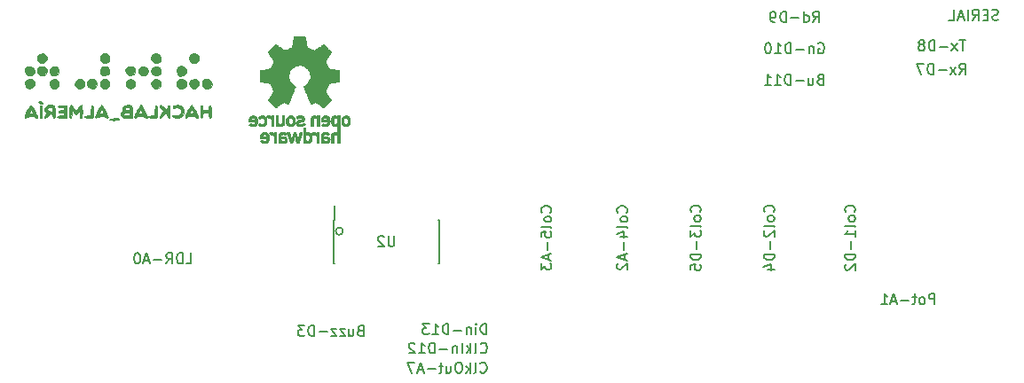
<source format=gbo>
G04 #@! TF.FileFunction,Legend,Bot*
%FSLAX46Y46*%
G04 Gerber Fmt 4.6, Leading zero omitted, Abs format (unit mm)*
G04 Created by KiCad (PCBNEW 4.0.2-4+6225~38~ubuntu14.04.1-stable) date dom 13 mar 2016 16:30:14 CET*
%MOMM*%
G01*
G04 APERTURE LIST*
%ADD10C,0.100000*%
%ADD11C,0.200000*%
%ADD12C,0.152400*%
%ADD13C,0.150000*%
%ADD14C,0.010000*%
G04 APERTURE END LIST*
D10*
D11*
X159149657Y-76836543D02*
X159197276Y-76884162D01*
X159340133Y-76931781D01*
X159435371Y-76931781D01*
X159578229Y-76884162D01*
X159673467Y-76788924D01*
X159721086Y-76693686D01*
X159768705Y-76503210D01*
X159768705Y-76360352D01*
X159721086Y-76169876D01*
X159673467Y-76074638D01*
X159578229Y-75979400D01*
X159435371Y-75931781D01*
X159340133Y-75931781D01*
X159197276Y-75979400D01*
X159149657Y-76027019D01*
X158578229Y-76931781D02*
X158673467Y-76884162D01*
X158721086Y-76788924D01*
X158721086Y-75931781D01*
X158197276Y-76931781D02*
X158197276Y-75931781D01*
X158102038Y-76550829D02*
X157816323Y-76931781D01*
X157816323Y-76265114D02*
X158197276Y-76646067D01*
X157197276Y-75931781D02*
X157006799Y-75931781D01*
X156911561Y-75979400D01*
X156816323Y-76074638D01*
X156768704Y-76265114D01*
X156768704Y-76598448D01*
X156816323Y-76788924D01*
X156911561Y-76884162D01*
X157006799Y-76931781D01*
X157197276Y-76931781D01*
X157292514Y-76884162D01*
X157387752Y-76788924D01*
X157435371Y-76598448D01*
X157435371Y-76265114D01*
X157387752Y-76074638D01*
X157292514Y-75979400D01*
X157197276Y-75931781D01*
X155911561Y-76265114D02*
X155911561Y-76931781D01*
X156340133Y-76265114D02*
X156340133Y-76788924D01*
X156292514Y-76884162D01*
X156197276Y-76931781D01*
X156054418Y-76931781D01*
X155959180Y-76884162D01*
X155911561Y-76836543D01*
X155578228Y-76265114D02*
X155197276Y-76265114D01*
X155435371Y-75931781D02*
X155435371Y-76788924D01*
X155387752Y-76884162D01*
X155292514Y-76931781D01*
X155197276Y-76931781D01*
X154863942Y-76550829D02*
X154102037Y-76550829D01*
X153673466Y-76646067D02*
X153197275Y-76646067D01*
X153768704Y-76931781D02*
X153435371Y-75931781D01*
X153102037Y-76931781D01*
X152863942Y-75931781D02*
X152197275Y-75931781D01*
X152625847Y-76931781D01*
X159176647Y-74956943D02*
X159224266Y-75004562D01*
X159367123Y-75052181D01*
X159462361Y-75052181D01*
X159605219Y-75004562D01*
X159700457Y-74909324D01*
X159748076Y-74814086D01*
X159795695Y-74623610D01*
X159795695Y-74480752D01*
X159748076Y-74290276D01*
X159700457Y-74195038D01*
X159605219Y-74099800D01*
X159462361Y-74052181D01*
X159367123Y-74052181D01*
X159224266Y-74099800D01*
X159176647Y-74147419D01*
X158605219Y-75052181D02*
X158700457Y-75004562D01*
X158748076Y-74909324D01*
X158748076Y-74052181D01*
X158224266Y-75052181D02*
X158224266Y-74052181D01*
X158129028Y-74671229D02*
X157843313Y-75052181D01*
X157843313Y-74385514D02*
X158224266Y-74766467D01*
X157414742Y-75052181D02*
X157414742Y-74052181D01*
X156938552Y-74385514D02*
X156938552Y-75052181D01*
X156938552Y-74480752D02*
X156890933Y-74433133D01*
X156795695Y-74385514D01*
X156652837Y-74385514D01*
X156557599Y-74433133D01*
X156509980Y-74528371D01*
X156509980Y-75052181D01*
X156033790Y-74671229D02*
X155271885Y-74671229D01*
X154795695Y-75052181D02*
X154795695Y-74052181D01*
X154557600Y-74052181D01*
X154414742Y-74099800D01*
X154319504Y-74195038D01*
X154271885Y-74290276D01*
X154224266Y-74480752D01*
X154224266Y-74623610D01*
X154271885Y-74814086D01*
X154319504Y-74909324D01*
X154414742Y-75004562D01*
X154557600Y-75052181D01*
X154795695Y-75052181D01*
X153271885Y-75052181D02*
X153843314Y-75052181D01*
X153557600Y-75052181D02*
X153557600Y-74052181D01*
X153652838Y-74195038D01*
X153748076Y-74290276D01*
X153843314Y-74337895D01*
X152890933Y-74147419D02*
X152843314Y-74099800D01*
X152748076Y-74052181D01*
X152509980Y-74052181D01*
X152414742Y-74099800D01*
X152367123Y-74147419D01*
X152319504Y-74242657D01*
X152319504Y-74337895D01*
X152367123Y-74480752D01*
X152938552Y-75052181D01*
X152319504Y-75052181D01*
X159741809Y-73248781D02*
X159741809Y-72248781D01*
X159503714Y-72248781D01*
X159360856Y-72296400D01*
X159265618Y-72391638D01*
X159217999Y-72486876D01*
X159170380Y-72677352D01*
X159170380Y-72820210D01*
X159217999Y-73010686D01*
X159265618Y-73105924D01*
X159360856Y-73201162D01*
X159503714Y-73248781D01*
X159741809Y-73248781D01*
X158741809Y-73248781D02*
X158741809Y-72582114D01*
X158741809Y-72248781D02*
X158789428Y-72296400D01*
X158741809Y-72344019D01*
X158694190Y-72296400D01*
X158741809Y-72248781D01*
X158741809Y-72344019D01*
X158265619Y-72582114D02*
X158265619Y-73248781D01*
X158265619Y-72677352D02*
X158218000Y-72629733D01*
X158122762Y-72582114D01*
X157979904Y-72582114D01*
X157884666Y-72629733D01*
X157837047Y-72724971D01*
X157837047Y-73248781D01*
X157360857Y-72867829D02*
X156598952Y-72867829D01*
X156122762Y-73248781D02*
X156122762Y-72248781D01*
X155884667Y-72248781D01*
X155741809Y-72296400D01*
X155646571Y-72391638D01*
X155598952Y-72486876D01*
X155551333Y-72677352D01*
X155551333Y-72820210D01*
X155598952Y-73010686D01*
X155646571Y-73105924D01*
X155741809Y-73201162D01*
X155884667Y-73248781D01*
X156122762Y-73248781D01*
X154598952Y-73248781D02*
X155170381Y-73248781D01*
X154884667Y-73248781D02*
X154884667Y-72248781D01*
X154979905Y-72391638D01*
X155075143Y-72486876D01*
X155170381Y-72534495D01*
X154265619Y-72248781D02*
X153646571Y-72248781D01*
X153979905Y-72629733D01*
X153837047Y-72629733D01*
X153741809Y-72677352D01*
X153694190Y-72724971D01*
X153646571Y-72820210D01*
X153646571Y-73058305D01*
X153694190Y-73153543D01*
X153741809Y-73201162D01*
X153837047Y-73248781D01*
X154122762Y-73248781D01*
X154218000Y-73201162D01*
X154265619Y-73153543D01*
X147718114Y-72877371D02*
X147575257Y-72924990D01*
X147527638Y-72972610D01*
X147480019Y-73067848D01*
X147480019Y-73210705D01*
X147527638Y-73305943D01*
X147575257Y-73353562D01*
X147670495Y-73401181D01*
X148051448Y-73401181D01*
X148051448Y-72401181D01*
X147718114Y-72401181D01*
X147622876Y-72448800D01*
X147575257Y-72496419D01*
X147527638Y-72591657D01*
X147527638Y-72686895D01*
X147575257Y-72782133D01*
X147622876Y-72829752D01*
X147718114Y-72877371D01*
X148051448Y-72877371D01*
X146622876Y-72734514D02*
X146622876Y-73401181D01*
X147051448Y-72734514D02*
X147051448Y-73258324D01*
X147003829Y-73353562D01*
X146908591Y-73401181D01*
X146765733Y-73401181D01*
X146670495Y-73353562D01*
X146622876Y-73305943D01*
X146241924Y-72734514D02*
X145718114Y-72734514D01*
X146241924Y-73401181D01*
X145718114Y-73401181D01*
X145432400Y-72734514D02*
X144908590Y-72734514D01*
X145432400Y-73401181D01*
X144908590Y-73401181D01*
X144527638Y-73020229D02*
X143765733Y-73020229D01*
X143289543Y-73401181D02*
X143289543Y-72401181D01*
X143051448Y-72401181D01*
X142908590Y-72448800D01*
X142813352Y-72544038D01*
X142765733Y-72639276D01*
X142718114Y-72829752D01*
X142718114Y-72972610D01*
X142765733Y-73163086D01*
X142813352Y-73258324D01*
X142908590Y-73353562D01*
X143051448Y-73401181D01*
X143289543Y-73401181D01*
X142384781Y-72401181D02*
X141765733Y-72401181D01*
X142099067Y-72782133D01*
X141956209Y-72782133D01*
X141860971Y-72829752D01*
X141813352Y-72877371D01*
X141765733Y-72972610D01*
X141765733Y-73210705D01*
X141813352Y-73305943D01*
X141860971Y-73353562D01*
X141956209Y-73401181D01*
X142241924Y-73401181D01*
X142337162Y-73353562D01*
X142384781Y-73305943D01*
X191580780Y-48899771D02*
X191437923Y-48947390D01*
X191390304Y-48995010D01*
X191342685Y-49090248D01*
X191342685Y-49233105D01*
X191390304Y-49328343D01*
X191437923Y-49375962D01*
X191533161Y-49423581D01*
X191914114Y-49423581D01*
X191914114Y-48423581D01*
X191580780Y-48423581D01*
X191485542Y-48471200D01*
X191437923Y-48518819D01*
X191390304Y-48614057D01*
X191390304Y-48709295D01*
X191437923Y-48804533D01*
X191485542Y-48852152D01*
X191580780Y-48899771D01*
X191914114Y-48899771D01*
X190485542Y-48756914D02*
X190485542Y-49423581D01*
X190914114Y-48756914D02*
X190914114Y-49280724D01*
X190866495Y-49375962D01*
X190771257Y-49423581D01*
X190628399Y-49423581D01*
X190533161Y-49375962D01*
X190485542Y-49328343D01*
X190009352Y-49042629D02*
X189247447Y-49042629D01*
X188771257Y-49423581D02*
X188771257Y-48423581D01*
X188533162Y-48423581D01*
X188390304Y-48471200D01*
X188295066Y-48566438D01*
X188247447Y-48661676D01*
X188199828Y-48852152D01*
X188199828Y-48995010D01*
X188247447Y-49185486D01*
X188295066Y-49280724D01*
X188390304Y-49375962D01*
X188533162Y-49423581D01*
X188771257Y-49423581D01*
X187247447Y-49423581D02*
X187818876Y-49423581D01*
X187533162Y-49423581D02*
X187533162Y-48423581D01*
X187628400Y-48566438D01*
X187723638Y-48661676D01*
X187818876Y-48709295D01*
X186295066Y-49423581D02*
X186866495Y-49423581D01*
X186580781Y-49423581D02*
X186580781Y-48423581D01*
X186676019Y-48566438D01*
X186771257Y-48661676D01*
X186866495Y-48709295D01*
X191415704Y-45474000D02*
X191510942Y-45426381D01*
X191653799Y-45426381D01*
X191796657Y-45474000D01*
X191891895Y-45569238D01*
X191939514Y-45664476D01*
X191987133Y-45854952D01*
X191987133Y-45997810D01*
X191939514Y-46188286D01*
X191891895Y-46283524D01*
X191796657Y-46378762D01*
X191653799Y-46426381D01*
X191558561Y-46426381D01*
X191415704Y-46378762D01*
X191368085Y-46331143D01*
X191368085Y-45997810D01*
X191558561Y-45997810D01*
X190939514Y-45759714D02*
X190939514Y-46426381D01*
X190939514Y-45854952D02*
X190891895Y-45807333D01*
X190796657Y-45759714D01*
X190653799Y-45759714D01*
X190558561Y-45807333D01*
X190510942Y-45902571D01*
X190510942Y-46426381D01*
X190034752Y-46045429D02*
X189272847Y-46045429D01*
X188796657Y-46426381D02*
X188796657Y-45426381D01*
X188558562Y-45426381D01*
X188415704Y-45474000D01*
X188320466Y-45569238D01*
X188272847Y-45664476D01*
X188225228Y-45854952D01*
X188225228Y-45997810D01*
X188272847Y-46188286D01*
X188320466Y-46283524D01*
X188415704Y-46378762D01*
X188558562Y-46426381D01*
X188796657Y-46426381D01*
X187272847Y-46426381D02*
X187844276Y-46426381D01*
X187558562Y-46426381D02*
X187558562Y-45426381D01*
X187653800Y-45569238D01*
X187749038Y-45664476D01*
X187844276Y-45712095D01*
X186653800Y-45426381D02*
X186558561Y-45426381D01*
X186463323Y-45474000D01*
X186415704Y-45521619D01*
X186368085Y-45616857D01*
X186320466Y-45807333D01*
X186320466Y-46045429D01*
X186368085Y-46235905D01*
X186415704Y-46331143D01*
X186463323Y-46378762D01*
X186558561Y-46426381D01*
X186653800Y-46426381D01*
X186749038Y-46378762D01*
X186796657Y-46331143D01*
X186844276Y-46235905D01*
X186891895Y-46045429D01*
X186891895Y-45807333D01*
X186844276Y-45616857D01*
X186796657Y-45521619D01*
X186749038Y-45474000D01*
X186653800Y-45426381D01*
X190891895Y-43429181D02*
X191225229Y-42952990D01*
X191463324Y-43429181D02*
X191463324Y-42429181D01*
X191082371Y-42429181D01*
X190987133Y-42476800D01*
X190939514Y-42524419D01*
X190891895Y-42619657D01*
X190891895Y-42762514D01*
X190939514Y-42857752D01*
X190987133Y-42905371D01*
X191082371Y-42952990D01*
X191463324Y-42952990D01*
X190034752Y-43429181D02*
X190034752Y-42429181D01*
X190034752Y-43381562D02*
X190129990Y-43429181D01*
X190320467Y-43429181D01*
X190415705Y-43381562D01*
X190463324Y-43333943D01*
X190510943Y-43238705D01*
X190510943Y-42952990D01*
X190463324Y-42857752D01*
X190415705Y-42810133D01*
X190320467Y-42762514D01*
X190129990Y-42762514D01*
X190034752Y-42810133D01*
X189558562Y-43048229D02*
X188796657Y-43048229D01*
X188320467Y-43429181D02*
X188320467Y-42429181D01*
X188082372Y-42429181D01*
X187939514Y-42476800D01*
X187844276Y-42572038D01*
X187796657Y-42667276D01*
X187749038Y-42857752D01*
X187749038Y-43000610D01*
X187796657Y-43191086D01*
X187844276Y-43286324D01*
X187939514Y-43381562D01*
X188082372Y-43429181D01*
X188320467Y-43429181D01*
X187272848Y-43429181D02*
X187082372Y-43429181D01*
X186987133Y-43381562D01*
X186939514Y-43333943D01*
X186844276Y-43191086D01*
X186796657Y-43000610D01*
X186796657Y-42619657D01*
X186844276Y-42524419D01*
X186891895Y-42476800D01*
X186987133Y-42429181D01*
X187177610Y-42429181D01*
X187272848Y-42476800D01*
X187320467Y-42524419D01*
X187368086Y-42619657D01*
X187368086Y-42857752D01*
X187320467Y-42952990D01*
X187272848Y-43000610D01*
X187177610Y-43048229D01*
X186987133Y-43048229D01*
X186891895Y-43000610D01*
X186844276Y-42952990D01*
X186796657Y-42857752D01*
X131093885Y-66492381D02*
X131570076Y-66492381D01*
X131570076Y-65492381D01*
X130760552Y-66492381D02*
X130760552Y-65492381D01*
X130522457Y-65492381D01*
X130379599Y-65540000D01*
X130284361Y-65635238D01*
X130236742Y-65730476D01*
X130189123Y-65920952D01*
X130189123Y-66063810D01*
X130236742Y-66254286D01*
X130284361Y-66349524D01*
X130379599Y-66444762D01*
X130522457Y-66492381D01*
X130760552Y-66492381D01*
X129189123Y-66492381D02*
X129522457Y-66016190D01*
X129760552Y-66492381D02*
X129760552Y-65492381D01*
X129379599Y-65492381D01*
X129284361Y-65540000D01*
X129236742Y-65587619D01*
X129189123Y-65682857D01*
X129189123Y-65825714D01*
X129236742Y-65920952D01*
X129284361Y-65968571D01*
X129379599Y-66016190D01*
X129760552Y-66016190D01*
X128760552Y-66111429D02*
X127998647Y-66111429D01*
X127570076Y-66206667D02*
X127093885Y-66206667D01*
X127665314Y-66492381D02*
X127331981Y-65492381D01*
X126998647Y-66492381D01*
X126474838Y-65492381D02*
X126379599Y-65492381D01*
X126284361Y-65540000D01*
X126236742Y-65587619D01*
X126189123Y-65682857D01*
X126141504Y-65873333D01*
X126141504Y-66111429D01*
X126189123Y-66301905D01*
X126236742Y-66397143D01*
X126284361Y-66444762D01*
X126379599Y-66492381D01*
X126474838Y-66492381D01*
X126570076Y-66444762D01*
X126617695Y-66397143D01*
X126665314Y-66301905D01*
X126712933Y-66111429D01*
X126712933Y-65873333D01*
X126665314Y-65682857D01*
X126617695Y-65587619D01*
X126570076Y-65540000D01*
X126474838Y-65492381D01*
X202523410Y-70378581D02*
X202523410Y-69378581D01*
X202142457Y-69378581D01*
X202047219Y-69426200D01*
X201999600Y-69473819D01*
X201951981Y-69569057D01*
X201951981Y-69711914D01*
X201999600Y-69807152D01*
X202047219Y-69854771D01*
X202142457Y-69902390D01*
X202523410Y-69902390D01*
X201380553Y-70378581D02*
X201475791Y-70330962D01*
X201523410Y-70283343D01*
X201571029Y-70188105D01*
X201571029Y-69902390D01*
X201523410Y-69807152D01*
X201475791Y-69759533D01*
X201380553Y-69711914D01*
X201237695Y-69711914D01*
X201142457Y-69759533D01*
X201094838Y-69807152D01*
X201047219Y-69902390D01*
X201047219Y-70188105D01*
X201094838Y-70283343D01*
X201142457Y-70330962D01*
X201237695Y-70378581D01*
X201380553Y-70378581D01*
X200761505Y-69711914D02*
X200380553Y-69711914D01*
X200618648Y-69378581D02*
X200618648Y-70235724D01*
X200571029Y-70330962D01*
X200475791Y-70378581D01*
X200380553Y-70378581D01*
X200047219Y-69997629D02*
X199285314Y-69997629D01*
X198856743Y-70092867D02*
X198380552Y-70092867D01*
X198951981Y-70378581D02*
X198618648Y-69378581D01*
X198285314Y-70378581D01*
X197428171Y-70378581D02*
X197999600Y-70378581D01*
X197713886Y-70378581D02*
X197713886Y-69378581D01*
X197809124Y-69521438D01*
X197904362Y-69616676D01*
X197999600Y-69664295D01*
X165838143Y-61628638D02*
X165885762Y-61581019D01*
X165933381Y-61438162D01*
X165933381Y-61342924D01*
X165885762Y-61200066D01*
X165790524Y-61104828D01*
X165695286Y-61057209D01*
X165504810Y-61009590D01*
X165361952Y-61009590D01*
X165171476Y-61057209D01*
X165076238Y-61104828D01*
X164981000Y-61200066D01*
X164933381Y-61342924D01*
X164933381Y-61438162D01*
X164981000Y-61581019D01*
X165028619Y-61628638D01*
X165933381Y-62200066D02*
X165885762Y-62104828D01*
X165838143Y-62057209D01*
X165742905Y-62009590D01*
X165457190Y-62009590D01*
X165361952Y-62057209D01*
X165314333Y-62104828D01*
X165266714Y-62200066D01*
X165266714Y-62342924D01*
X165314333Y-62438162D01*
X165361952Y-62485781D01*
X165457190Y-62533400D01*
X165742905Y-62533400D01*
X165838143Y-62485781D01*
X165885762Y-62438162D01*
X165933381Y-62342924D01*
X165933381Y-62200066D01*
X165933381Y-63104828D02*
X165885762Y-63009590D01*
X165790524Y-62961971D01*
X164933381Y-62961971D01*
X164933381Y-63961972D02*
X164933381Y-63485781D01*
X165409571Y-63438162D01*
X165361952Y-63485781D01*
X165314333Y-63581019D01*
X165314333Y-63819115D01*
X165361952Y-63914353D01*
X165409571Y-63961972D01*
X165504810Y-64009591D01*
X165742905Y-64009591D01*
X165838143Y-63961972D01*
X165885762Y-63914353D01*
X165933381Y-63819115D01*
X165933381Y-63581019D01*
X165885762Y-63485781D01*
X165838143Y-63438162D01*
X165552429Y-64438162D02*
X165552429Y-65200067D01*
X165647667Y-65628638D02*
X165647667Y-66104829D01*
X165933381Y-65533400D02*
X164933381Y-65866733D01*
X165933381Y-66200067D01*
X164933381Y-66438162D02*
X164933381Y-67057210D01*
X165314333Y-66723876D01*
X165314333Y-66866734D01*
X165361952Y-66961972D01*
X165409571Y-67009591D01*
X165504810Y-67057210D01*
X165742905Y-67057210D01*
X165838143Y-67009591D01*
X165885762Y-66961972D01*
X165933381Y-66866734D01*
X165933381Y-66581019D01*
X165885762Y-66485781D01*
X165838143Y-66438162D01*
X173102543Y-61628638D02*
X173150162Y-61581019D01*
X173197781Y-61438162D01*
X173197781Y-61342924D01*
X173150162Y-61200066D01*
X173054924Y-61104828D01*
X172959686Y-61057209D01*
X172769210Y-61009590D01*
X172626352Y-61009590D01*
X172435876Y-61057209D01*
X172340638Y-61104828D01*
X172245400Y-61200066D01*
X172197781Y-61342924D01*
X172197781Y-61438162D01*
X172245400Y-61581019D01*
X172293019Y-61628638D01*
X173197781Y-62200066D02*
X173150162Y-62104828D01*
X173102543Y-62057209D01*
X173007305Y-62009590D01*
X172721590Y-62009590D01*
X172626352Y-62057209D01*
X172578733Y-62104828D01*
X172531114Y-62200066D01*
X172531114Y-62342924D01*
X172578733Y-62438162D01*
X172626352Y-62485781D01*
X172721590Y-62533400D01*
X173007305Y-62533400D01*
X173102543Y-62485781D01*
X173150162Y-62438162D01*
X173197781Y-62342924D01*
X173197781Y-62200066D01*
X173197781Y-63104828D02*
X173150162Y-63009590D01*
X173054924Y-62961971D01*
X172197781Y-62961971D01*
X172531114Y-63914353D02*
X173197781Y-63914353D01*
X172150162Y-63676257D02*
X172864448Y-63438162D01*
X172864448Y-64057210D01*
X172816829Y-64438162D02*
X172816829Y-65200067D01*
X172912067Y-65628638D02*
X172912067Y-66104829D01*
X173197781Y-65533400D02*
X172197781Y-65866733D01*
X173197781Y-66200067D01*
X172293019Y-66485781D02*
X172245400Y-66533400D01*
X172197781Y-66628638D01*
X172197781Y-66866734D01*
X172245400Y-66961972D01*
X172293019Y-67009591D01*
X172388257Y-67057210D01*
X172483495Y-67057210D01*
X172626352Y-67009591D01*
X173197781Y-66438162D01*
X173197781Y-67057210D01*
X180112943Y-61557210D02*
X180160562Y-61509591D01*
X180208181Y-61366734D01*
X180208181Y-61271496D01*
X180160562Y-61128638D01*
X180065324Y-61033400D01*
X179970086Y-60985781D01*
X179779610Y-60938162D01*
X179636752Y-60938162D01*
X179446276Y-60985781D01*
X179351038Y-61033400D01*
X179255800Y-61128638D01*
X179208181Y-61271496D01*
X179208181Y-61366734D01*
X179255800Y-61509591D01*
X179303419Y-61557210D01*
X180208181Y-62128638D02*
X180160562Y-62033400D01*
X180112943Y-61985781D01*
X180017705Y-61938162D01*
X179731990Y-61938162D01*
X179636752Y-61985781D01*
X179589133Y-62033400D01*
X179541514Y-62128638D01*
X179541514Y-62271496D01*
X179589133Y-62366734D01*
X179636752Y-62414353D01*
X179731990Y-62461972D01*
X180017705Y-62461972D01*
X180112943Y-62414353D01*
X180160562Y-62366734D01*
X180208181Y-62271496D01*
X180208181Y-62128638D01*
X180208181Y-63033400D02*
X180160562Y-62938162D01*
X180065324Y-62890543D01*
X179208181Y-62890543D01*
X179208181Y-63319115D02*
X179208181Y-63938163D01*
X179589133Y-63604829D01*
X179589133Y-63747687D01*
X179636752Y-63842925D01*
X179684371Y-63890544D01*
X179779610Y-63938163D01*
X180017705Y-63938163D01*
X180112943Y-63890544D01*
X180160562Y-63842925D01*
X180208181Y-63747687D01*
X180208181Y-63461972D01*
X180160562Y-63366734D01*
X180112943Y-63319115D01*
X179827229Y-64366734D02*
X179827229Y-65128639D01*
X180208181Y-65604829D02*
X179208181Y-65604829D01*
X179208181Y-65842924D01*
X179255800Y-65985782D01*
X179351038Y-66081020D01*
X179446276Y-66128639D01*
X179636752Y-66176258D01*
X179779610Y-66176258D01*
X179970086Y-66128639D01*
X180065324Y-66081020D01*
X180160562Y-65985782D01*
X180208181Y-65842924D01*
X180208181Y-65604829D01*
X179208181Y-67081020D02*
X179208181Y-66604829D01*
X179684371Y-66557210D01*
X179636752Y-66604829D01*
X179589133Y-66700067D01*
X179589133Y-66938163D01*
X179636752Y-67033401D01*
X179684371Y-67081020D01*
X179779610Y-67128639D01*
X180017705Y-67128639D01*
X180112943Y-67081020D01*
X180160562Y-67033401D01*
X180208181Y-66938163D01*
X180208181Y-66700067D01*
X180160562Y-66604829D01*
X180112943Y-66557210D01*
X187123343Y-61557210D02*
X187170962Y-61509591D01*
X187218581Y-61366734D01*
X187218581Y-61271496D01*
X187170962Y-61128638D01*
X187075724Y-61033400D01*
X186980486Y-60985781D01*
X186790010Y-60938162D01*
X186647152Y-60938162D01*
X186456676Y-60985781D01*
X186361438Y-61033400D01*
X186266200Y-61128638D01*
X186218581Y-61271496D01*
X186218581Y-61366734D01*
X186266200Y-61509591D01*
X186313819Y-61557210D01*
X187218581Y-62128638D02*
X187170962Y-62033400D01*
X187123343Y-61985781D01*
X187028105Y-61938162D01*
X186742390Y-61938162D01*
X186647152Y-61985781D01*
X186599533Y-62033400D01*
X186551914Y-62128638D01*
X186551914Y-62271496D01*
X186599533Y-62366734D01*
X186647152Y-62414353D01*
X186742390Y-62461972D01*
X187028105Y-62461972D01*
X187123343Y-62414353D01*
X187170962Y-62366734D01*
X187218581Y-62271496D01*
X187218581Y-62128638D01*
X187218581Y-63033400D02*
X187170962Y-62938162D01*
X187075724Y-62890543D01*
X186218581Y-62890543D01*
X186313819Y-63366734D02*
X186266200Y-63414353D01*
X186218581Y-63509591D01*
X186218581Y-63747687D01*
X186266200Y-63842925D01*
X186313819Y-63890544D01*
X186409057Y-63938163D01*
X186504295Y-63938163D01*
X186647152Y-63890544D01*
X187218581Y-63319115D01*
X187218581Y-63938163D01*
X186837629Y-64366734D02*
X186837629Y-65128639D01*
X187218581Y-65604829D02*
X186218581Y-65604829D01*
X186218581Y-65842924D01*
X186266200Y-65985782D01*
X186361438Y-66081020D01*
X186456676Y-66128639D01*
X186647152Y-66176258D01*
X186790010Y-66176258D01*
X186980486Y-66128639D01*
X187075724Y-66081020D01*
X187170962Y-65985782D01*
X187218581Y-65842924D01*
X187218581Y-65604829D01*
X186551914Y-67033401D02*
X187218581Y-67033401D01*
X186170962Y-66795305D02*
X186885248Y-66557210D01*
X186885248Y-67176258D01*
X194844943Y-61557210D02*
X194892562Y-61509591D01*
X194940181Y-61366734D01*
X194940181Y-61271496D01*
X194892562Y-61128638D01*
X194797324Y-61033400D01*
X194702086Y-60985781D01*
X194511610Y-60938162D01*
X194368752Y-60938162D01*
X194178276Y-60985781D01*
X194083038Y-61033400D01*
X193987800Y-61128638D01*
X193940181Y-61271496D01*
X193940181Y-61366734D01*
X193987800Y-61509591D01*
X194035419Y-61557210D01*
X194940181Y-62128638D02*
X194892562Y-62033400D01*
X194844943Y-61985781D01*
X194749705Y-61938162D01*
X194463990Y-61938162D01*
X194368752Y-61985781D01*
X194321133Y-62033400D01*
X194273514Y-62128638D01*
X194273514Y-62271496D01*
X194321133Y-62366734D01*
X194368752Y-62414353D01*
X194463990Y-62461972D01*
X194749705Y-62461972D01*
X194844943Y-62414353D01*
X194892562Y-62366734D01*
X194940181Y-62271496D01*
X194940181Y-62128638D01*
X194940181Y-63033400D02*
X194892562Y-62938162D01*
X194797324Y-62890543D01*
X193940181Y-62890543D01*
X194940181Y-63938163D02*
X194940181Y-63366734D01*
X194940181Y-63652448D02*
X193940181Y-63652448D01*
X194083038Y-63557210D01*
X194178276Y-63461972D01*
X194225895Y-63366734D01*
X194559229Y-64366734D02*
X194559229Y-65128639D01*
X194940181Y-65604829D02*
X193940181Y-65604829D01*
X193940181Y-65842924D01*
X193987800Y-65985782D01*
X194083038Y-66081020D01*
X194178276Y-66128639D01*
X194368752Y-66176258D01*
X194511610Y-66176258D01*
X194702086Y-66128639D01*
X194797324Y-66081020D01*
X194892562Y-65985782D01*
X194940181Y-65842924D01*
X194940181Y-65604829D01*
X194035419Y-66557210D02*
X193987800Y-66604829D01*
X193940181Y-66700067D01*
X193940181Y-66938163D01*
X193987800Y-67033401D01*
X194035419Y-67081020D01*
X194130657Y-67128639D01*
X194225895Y-67128639D01*
X194368752Y-67081020D01*
X194940181Y-66509591D01*
X194940181Y-67128639D01*
X204865076Y-48407581D02*
X205198410Y-47931390D01*
X205436505Y-48407581D02*
X205436505Y-47407581D01*
X205055552Y-47407581D01*
X204960314Y-47455200D01*
X204912695Y-47502819D01*
X204865076Y-47598057D01*
X204865076Y-47740914D01*
X204912695Y-47836152D01*
X204960314Y-47883771D01*
X205055552Y-47931390D01*
X205436505Y-47931390D01*
X204531743Y-48407581D02*
X204007933Y-47740914D01*
X204531743Y-47740914D02*
X204007933Y-48407581D01*
X203626981Y-48026629D02*
X202865076Y-48026629D01*
X202388886Y-48407581D02*
X202388886Y-47407581D01*
X202150791Y-47407581D01*
X202007933Y-47455200D01*
X201912695Y-47550438D01*
X201865076Y-47645676D01*
X201817457Y-47836152D01*
X201817457Y-47979010D01*
X201865076Y-48169486D01*
X201912695Y-48264724D01*
X202007933Y-48359962D01*
X202150791Y-48407581D01*
X202388886Y-48407581D01*
X201484124Y-47407581D02*
X200817457Y-47407581D01*
X201246029Y-48407581D01*
X205460314Y-45172381D02*
X204888885Y-45172381D01*
X205174600Y-46172381D02*
X205174600Y-45172381D01*
X204650790Y-46172381D02*
X204126980Y-45505714D01*
X204650790Y-45505714D02*
X204126980Y-46172381D01*
X203746028Y-45791429D02*
X202984123Y-45791429D01*
X202507933Y-46172381D02*
X202507933Y-45172381D01*
X202269838Y-45172381D01*
X202126980Y-45220000D01*
X202031742Y-45315238D01*
X201984123Y-45410476D01*
X201936504Y-45600952D01*
X201936504Y-45743810D01*
X201984123Y-45934286D01*
X202031742Y-46029524D01*
X202126980Y-46124762D01*
X202269838Y-46172381D01*
X202507933Y-46172381D01*
X201365076Y-45600952D02*
X201460314Y-45553333D01*
X201507933Y-45505714D01*
X201555552Y-45410476D01*
X201555552Y-45362857D01*
X201507933Y-45267619D01*
X201460314Y-45220000D01*
X201365076Y-45172381D01*
X201174599Y-45172381D01*
X201079361Y-45220000D01*
X201031742Y-45267619D01*
X200984123Y-45362857D01*
X200984123Y-45410476D01*
X201031742Y-45505714D01*
X201079361Y-45553333D01*
X201174599Y-45600952D01*
X201365076Y-45600952D01*
X201460314Y-45648571D01*
X201507933Y-45696190D01*
X201555552Y-45791429D01*
X201555552Y-45981905D01*
X201507933Y-46077143D01*
X201460314Y-46124762D01*
X201365076Y-46172381D01*
X201174599Y-46172381D01*
X201079361Y-46124762D01*
X201031742Y-46077143D01*
X200984123Y-45981905D01*
X200984123Y-45791429D01*
X201031742Y-45696190D01*
X201079361Y-45648571D01*
X201174599Y-45600952D01*
X208582924Y-43203762D02*
X208440067Y-43251381D01*
X208201971Y-43251381D01*
X208106733Y-43203762D01*
X208059114Y-43156143D01*
X208011495Y-43060905D01*
X208011495Y-42965667D01*
X208059114Y-42870429D01*
X208106733Y-42822810D01*
X208201971Y-42775190D01*
X208392448Y-42727571D01*
X208487686Y-42679952D01*
X208535305Y-42632333D01*
X208582924Y-42537095D01*
X208582924Y-42441857D01*
X208535305Y-42346619D01*
X208487686Y-42299000D01*
X208392448Y-42251381D01*
X208154352Y-42251381D01*
X208011495Y-42299000D01*
X207582924Y-42727571D02*
X207249590Y-42727571D01*
X207106733Y-43251381D02*
X207582924Y-43251381D01*
X207582924Y-42251381D01*
X207106733Y-42251381D01*
X206106733Y-43251381D02*
X206440067Y-42775190D01*
X206678162Y-43251381D02*
X206678162Y-42251381D01*
X206297209Y-42251381D01*
X206201971Y-42299000D01*
X206154352Y-42346619D01*
X206106733Y-42441857D01*
X206106733Y-42584714D01*
X206154352Y-42679952D01*
X206201971Y-42727571D01*
X206297209Y-42775190D01*
X206678162Y-42775190D01*
X205678162Y-43251381D02*
X205678162Y-42251381D01*
X205249591Y-42965667D02*
X204773400Y-42965667D01*
X205344829Y-43251381D02*
X205011496Y-42251381D01*
X204678162Y-43251381D01*
X203868638Y-43251381D02*
X204344829Y-43251381D01*
X204344829Y-42251381D01*
D12*
X146053553Y-63400000D02*
G75*
G03X146053553Y-63400000I-353553J0D01*
G01*
D13*
X145125000Y-62325000D02*
X145230000Y-62325000D01*
X145125000Y-66475000D02*
X145230000Y-66475000D01*
X155275000Y-66475000D02*
X155170000Y-66475000D01*
X155275000Y-62325000D02*
X155170000Y-62325000D01*
X145125000Y-62325000D02*
X145125000Y-66475000D01*
X155275000Y-62325000D02*
X155275000Y-66475000D01*
X145230000Y-62325000D02*
X145230000Y-60950000D01*
D14*
G36*
X124230436Y-52624473D02*
X123973659Y-52647656D01*
X123819278Y-52688216D01*
X123780645Y-52722625D01*
X123802901Y-52766617D01*
X123916143Y-52791974D01*
X124136255Y-52801671D01*
X124204209Y-52802000D01*
X124445882Y-52796812D01*
X124584921Y-52777746D01*
X124645400Y-52739550D01*
X124654000Y-52703848D01*
X124632207Y-52651220D01*
X124549936Y-52624658D01*
X124381848Y-52619414D01*
X124230436Y-52624473D01*
X124230436Y-52624473D01*
G37*
X124230436Y-52624473D02*
X123973659Y-52647656D01*
X123819278Y-52688216D01*
X123780645Y-52722625D01*
X123802901Y-52766617D01*
X123916143Y-52791974D01*
X124136255Y-52801671D01*
X124204209Y-52802000D01*
X124445882Y-52796812D01*
X124584921Y-52777746D01*
X124645400Y-52739550D01*
X124654000Y-52703848D01*
X124632207Y-52651220D01*
X124549936Y-52624658D01*
X124381848Y-52619414D01*
X124230436Y-52624473D01*
G36*
X132482596Y-51394839D02*
X132453862Y-51473802D01*
X132438437Y-51631428D01*
X132432960Y-51889007D01*
X132432750Y-51976500D01*
X132436159Y-52264063D01*
X132448627Y-52446045D01*
X132473516Y-52543735D01*
X132514186Y-52578423D01*
X132528000Y-52579750D01*
X132603983Y-52522133D01*
X132642534Y-52346631D01*
X132642959Y-52341625D01*
X132661633Y-52193868D01*
X132710054Y-52124905D01*
X132825774Y-52104705D01*
X132940750Y-52103500D01*
X133113802Y-52109130D01*
X133197425Y-52145631D01*
X133229179Y-52242421D01*
X133238542Y-52336716D01*
X133275469Y-52500444D01*
X133339593Y-52593058D01*
X133409816Y-52595197D01*
X133451456Y-52532097D01*
X133465275Y-52429855D01*
X133471691Y-52236959D01*
X133469783Y-51989590D01*
X133467364Y-51907692D01*
X133453354Y-51637298D01*
X133431290Y-51472444D01*
X133396609Y-51391717D01*
X133353500Y-51373250D01*
X133277518Y-51430866D01*
X133238967Y-51606368D01*
X133238542Y-51611375D01*
X133219868Y-51759131D01*
X133171447Y-51828094D01*
X133055727Y-51848294D01*
X132940750Y-51849500D01*
X132767743Y-51843981D01*
X132684180Y-51807405D01*
X132652507Y-51709744D01*
X132642959Y-51611375D01*
X132605177Y-51433340D01*
X132530005Y-51373275D01*
X132528000Y-51373250D01*
X132482596Y-51394839D01*
X132482596Y-51394839D01*
G37*
X132482596Y-51394839D02*
X132453862Y-51473802D01*
X132438437Y-51631428D01*
X132432960Y-51889007D01*
X132432750Y-51976500D01*
X132436159Y-52264063D01*
X132448627Y-52446045D01*
X132473516Y-52543735D01*
X132514186Y-52578423D01*
X132528000Y-52579750D01*
X132603983Y-52522133D01*
X132642534Y-52346631D01*
X132642959Y-52341625D01*
X132661633Y-52193868D01*
X132710054Y-52124905D01*
X132825774Y-52104705D01*
X132940750Y-52103500D01*
X133113802Y-52109130D01*
X133197425Y-52145631D01*
X133229179Y-52242421D01*
X133238542Y-52336716D01*
X133275469Y-52500444D01*
X133339593Y-52593058D01*
X133409816Y-52595197D01*
X133451456Y-52532097D01*
X133465275Y-52429855D01*
X133471691Y-52236959D01*
X133469783Y-51989590D01*
X133467364Y-51907692D01*
X133453354Y-51637298D01*
X133431290Y-51472444D01*
X133396609Y-51391717D01*
X133353500Y-51373250D01*
X133277518Y-51430866D01*
X133238967Y-51606368D01*
X133238542Y-51611375D01*
X133219868Y-51759131D01*
X133171447Y-51828094D01*
X133055727Y-51848294D01*
X132940750Y-51849500D01*
X132767743Y-51843981D01*
X132684180Y-51807405D01*
X132652507Y-51709744D01*
X132642959Y-51611375D01*
X132605177Y-51433340D01*
X132530005Y-51373275D01*
X132528000Y-51373250D01*
X132482596Y-51394839D01*
G36*
X131525322Y-51395220D02*
X131427671Y-51536667D01*
X131314258Y-51736269D01*
X131199438Y-51964454D01*
X131097569Y-52191649D01*
X131023005Y-52388282D01*
X130990101Y-52524783D01*
X130997830Y-52567229D01*
X131087419Y-52589759D01*
X131182125Y-52527449D01*
X131314973Y-52460815D01*
X131504882Y-52424273D01*
X131709018Y-52418413D01*
X131884545Y-52443822D01*
X131988628Y-52501091D01*
X131997037Y-52516250D01*
X132080312Y-52600165D01*
X132190686Y-52595505D01*
X132242704Y-52547266D01*
X132232476Y-52464506D01*
X132170025Y-52304139D01*
X132071118Y-52095419D01*
X132040289Y-52036692D01*
X131754321Y-52036692D01*
X131733981Y-52134692D01*
X131616621Y-52166916D01*
X131607250Y-52167000D01*
X131487899Y-52146279D01*
X131448500Y-52106487D01*
X131472862Y-52008548D01*
X131523779Y-51880757D01*
X131599057Y-51715539D01*
X131680279Y-51861894D01*
X131754321Y-52036692D01*
X132040289Y-52036692D01*
X131951522Y-51867603D01*
X131827003Y-51649945D01*
X131713330Y-51471700D01*
X131626268Y-51362124D01*
X131592856Y-51341500D01*
X131525322Y-51395220D01*
X131525322Y-51395220D01*
G37*
X131525322Y-51395220D02*
X131427671Y-51536667D01*
X131314258Y-51736269D01*
X131199438Y-51964454D01*
X131097569Y-52191649D01*
X131023005Y-52388282D01*
X130990101Y-52524783D01*
X130997830Y-52567229D01*
X131087419Y-52589759D01*
X131182125Y-52527449D01*
X131314973Y-52460815D01*
X131504882Y-52424273D01*
X131709018Y-52418413D01*
X131884545Y-52443822D01*
X131988628Y-52501091D01*
X131997037Y-52516250D01*
X132080312Y-52600165D01*
X132190686Y-52595505D01*
X132242704Y-52547266D01*
X132232476Y-52464506D01*
X132170025Y-52304139D01*
X132071118Y-52095419D01*
X132040289Y-52036692D01*
X131754321Y-52036692D01*
X131733981Y-52134692D01*
X131616621Y-52166916D01*
X131607250Y-52167000D01*
X131487899Y-52146279D01*
X131448500Y-52106487D01*
X131472862Y-52008548D01*
X131523779Y-51880757D01*
X131599057Y-51715539D01*
X131680279Y-51861894D01*
X131754321Y-52036692D01*
X132040289Y-52036692D01*
X131951522Y-51867603D01*
X131827003Y-51649945D01*
X131713330Y-51471700D01*
X131626268Y-51362124D01*
X131592856Y-51341500D01*
X131525322Y-51395220D01*
G36*
X130029185Y-51370638D02*
X129874431Y-51439126D01*
X129799629Y-51543066D01*
X129797500Y-51565984D01*
X129838562Y-51643046D01*
X129966736Y-51639039D01*
X130083250Y-51600193D01*
X130266895Y-51581869D01*
X130447521Y-51644443D01*
X130574542Y-51765931D01*
X130598517Y-51824095D01*
X130610745Y-52068449D01*
X130522809Y-52249445D01*
X130351903Y-52352267D01*
X130115221Y-52362098D01*
X130004293Y-52336158D01*
X129829579Y-52303636D01*
X129749676Y-52333309D01*
X129774946Y-52414704D01*
X129852160Y-52489966D01*
X130058833Y-52586041D01*
X130306477Y-52603697D01*
X130536279Y-52542231D01*
X130605435Y-52498963D01*
X130763808Y-52305106D01*
X130838337Y-52060596D01*
X130829073Y-51804043D01*
X130736069Y-51574054D01*
X130604012Y-51436946D01*
X130430889Y-51363642D01*
X130226975Y-51343508D01*
X130029185Y-51370638D01*
X130029185Y-51370638D01*
G37*
X130029185Y-51370638D02*
X129874431Y-51439126D01*
X129799629Y-51543066D01*
X129797500Y-51565984D01*
X129838562Y-51643046D01*
X129966736Y-51639039D01*
X130083250Y-51600193D01*
X130266895Y-51581869D01*
X130447521Y-51644443D01*
X130574542Y-51765931D01*
X130598517Y-51824095D01*
X130610745Y-52068449D01*
X130522809Y-52249445D01*
X130351903Y-52352267D01*
X130115221Y-52362098D01*
X130004293Y-52336158D01*
X129829579Y-52303636D01*
X129749676Y-52333309D01*
X129774946Y-52414704D01*
X129852160Y-52489966D01*
X130058833Y-52586041D01*
X130306477Y-52603697D01*
X130536279Y-52542231D01*
X130605435Y-52498963D01*
X130763808Y-52305106D01*
X130838337Y-52060596D01*
X130829073Y-51804043D01*
X130736069Y-51574054D01*
X130604012Y-51436946D01*
X130430889Y-51363642D01*
X130226975Y-51343508D01*
X130029185Y-51370638D01*
G36*
X128599926Y-51384055D02*
X128604881Y-51492752D01*
X128681884Y-51639139D01*
X128760950Y-51734189D01*
X128930899Y-51911577D01*
X128729200Y-52162565D01*
X128612138Y-52326732D01*
X128539363Y-52464402D01*
X128527500Y-52512526D01*
X128559805Y-52601941D01*
X128646604Y-52591771D01*
X128772720Y-52488618D01*
X128880444Y-52359000D01*
X128995713Y-52212880D01*
X129081977Y-52120967D01*
X129107100Y-52105000D01*
X129190685Y-52157166D01*
X129265489Y-52289086D01*
X129299291Y-52416026D01*
X129348385Y-52545787D01*
X129426730Y-52600368D01*
X129499973Y-52561236D01*
X129514456Y-52532097D01*
X129528275Y-52429855D01*
X129534691Y-52236959D01*
X129532783Y-51989590D01*
X129530364Y-51907692D01*
X129516354Y-51637298D01*
X129494290Y-51472444D01*
X129459609Y-51391717D01*
X129416500Y-51373250D01*
X129337666Y-51434216D01*
X129289771Y-51613154D01*
X129289500Y-51615204D01*
X129257750Y-51857159D01*
X129006738Y-51599329D01*
X128855276Y-51457745D01*
X128728985Y-51364096D01*
X128673363Y-51341500D01*
X128599926Y-51384055D01*
X128599926Y-51384055D01*
G37*
X128599926Y-51384055D02*
X128604881Y-51492752D01*
X128681884Y-51639139D01*
X128760950Y-51734189D01*
X128930899Y-51911577D01*
X128729200Y-52162565D01*
X128612138Y-52326732D01*
X128539363Y-52464402D01*
X128527500Y-52512526D01*
X128559805Y-52601941D01*
X128646604Y-52591771D01*
X128772720Y-52488618D01*
X128880444Y-52359000D01*
X128995713Y-52212880D01*
X129081977Y-52120967D01*
X129107100Y-52105000D01*
X129190685Y-52157166D01*
X129265489Y-52289086D01*
X129299291Y-52416026D01*
X129348385Y-52545787D01*
X129426730Y-52600368D01*
X129499973Y-52561236D01*
X129514456Y-52532097D01*
X129528275Y-52429855D01*
X129534691Y-52236959D01*
X129532783Y-51989590D01*
X129530364Y-51907692D01*
X129516354Y-51637298D01*
X129494290Y-51472444D01*
X129459609Y-51391717D01*
X129416500Y-51373250D01*
X129337666Y-51434216D01*
X129289771Y-51613154D01*
X129289500Y-51615204D01*
X129257750Y-51857159D01*
X129006738Y-51599329D01*
X128855276Y-51457745D01*
X128728985Y-51364096D01*
X128673363Y-51341500D01*
X128599926Y-51384055D01*
G36*
X128158823Y-51400731D02*
X128125500Y-51497720D01*
X128104956Y-51686028D01*
X128096265Y-51862002D01*
X128077780Y-52350754D01*
X127778765Y-52370002D01*
X127580558Y-52396596D01*
X127490148Y-52447740D01*
X127479750Y-52484500D01*
X127536141Y-52542345D01*
X127678567Y-52583371D01*
X127866908Y-52605380D01*
X128061044Y-52606178D01*
X128220854Y-52583569D01*
X128306220Y-52535358D01*
X128308811Y-52529868D01*
X128322231Y-52428726D01*
X128328351Y-52236748D01*
X128326302Y-51989935D01*
X128323864Y-51907692D01*
X128309854Y-51637298D01*
X128287790Y-51472444D01*
X128253109Y-51391717D01*
X128210000Y-51373250D01*
X128158823Y-51400731D01*
X128158823Y-51400731D01*
G37*
X128158823Y-51400731D02*
X128125500Y-51497720D01*
X128104956Y-51686028D01*
X128096265Y-51862002D01*
X128077780Y-52350754D01*
X127778765Y-52370002D01*
X127580558Y-52396596D01*
X127490148Y-52447740D01*
X127479750Y-52484500D01*
X127536141Y-52542345D01*
X127678567Y-52583371D01*
X127866908Y-52605380D01*
X128061044Y-52606178D01*
X128220854Y-52583569D01*
X128306220Y-52535358D01*
X128308811Y-52529868D01*
X128322231Y-52428726D01*
X128328351Y-52236748D01*
X128326302Y-51989935D01*
X128323864Y-51907692D01*
X128309854Y-51637298D01*
X128287790Y-51472444D01*
X128253109Y-51391717D01*
X128210000Y-51373250D01*
X128158823Y-51400731D01*
G36*
X126673064Y-51394675D02*
X126579128Y-51534496D01*
X126464964Y-51731404D01*
X126346080Y-51955839D01*
X126237980Y-52178244D01*
X126156171Y-52369060D01*
X126116161Y-52498727D01*
X126114500Y-52517183D01*
X126156126Y-52597242D01*
X126243762Y-52601707D01*
X126321551Y-52530821D01*
X126327964Y-52516250D01*
X126397792Y-52454788D01*
X126560034Y-52425378D01*
X126707982Y-52421000D01*
X126972914Y-52442324D01*
X127120816Y-52505898D01*
X127130500Y-52516250D01*
X127245111Y-52605190D01*
X127336753Y-52570934D01*
X127351035Y-52550776D01*
X127341867Y-52467761D01*
X127282447Y-52306446D01*
X127219699Y-52167000D01*
X126937946Y-52167000D01*
X126744194Y-52167000D01*
X126612335Y-52155579D01*
X126577020Y-52102434D01*
X126594153Y-52024125D01*
X126658624Y-51844908D01*
X126714582Y-51785476D01*
X126776838Y-51840772D01*
X126831231Y-51943216D01*
X126937946Y-52167000D01*
X127219699Y-52167000D01*
X127187941Y-52096425D01*
X127073515Y-51867289D01*
X126954335Y-51648630D01*
X126845568Y-51470040D01*
X126762380Y-51361111D01*
X126731265Y-51341500D01*
X126673064Y-51394675D01*
X126673064Y-51394675D01*
G37*
X126673064Y-51394675D02*
X126579128Y-51534496D01*
X126464964Y-51731404D01*
X126346080Y-51955839D01*
X126237980Y-52178244D01*
X126156171Y-52369060D01*
X126116161Y-52498727D01*
X126114500Y-52517183D01*
X126156126Y-52597242D01*
X126243762Y-52601707D01*
X126321551Y-52530821D01*
X126327964Y-52516250D01*
X126397792Y-52454788D01*
X126560034Y-52425378D01*
X126707982Y-52421000D01*
X126972914Y-52442324D01*
X127120816Y-52505898D01*
X127130500Y-52516250D01*
X127245111Y-52605190D01*
X127336753Y-52570934D01*
X127351035Y-52550776D01*
X127341867Y-52467761D01*
X127282447Y-52306446D01*
X127219699Y-52167000D01*
X126937946Y-52167000D01*
X126744194Y-52167000D01*
X126612335Y-52155579D01*
X126577020Y-52102434D01*
X126594153Y-52024125D01*
X126658624Y-51844908D01*
X126714582Y-51785476D01*
X126776838Y-51840772D01*
X126831231Y-51943216D01*
X126937946Y-52167000D01*
X127219699Y-52167000D01*
X127187941Y-52096425D01*
X127073515Y-51867289D01*
X126954335Y-51648630D01*
X126845568Y-51470040D01*
X126762380Y-51361111D01*
X126731265Y-51341500D01*
X126673064Y-51394675D01*
G36*
X125259225Y-51368538D02*
X125071837Y-51452950D01*
X124988199Y-51608157D01*
X124989154Y-51750490D01*
X124981619Y-51924209D01*
X124930741Y-52026331D01*
X124851848Y-52183977D01*
X124870351Y-52362453D01*
X124980273Y-52508810D01*
X124985630Y-52512649D01*
X125168218Y-52581206D01*
X125456267Y-52610585D01*
X125527679Y-52611500D01*
X125928599Y-52611500D01*
X125916483Y-52198750D01*
X125670000Y-52198750D01*
X125655857Y-52301585D01*
X125589491Y-52346900D01*
X125434999Y-52357472D01*
X125419748Y-52357500D01*
X125248912Y-52340421D01*
X125137148Y-52298027D01*
X125124297Y-52284366D01*
X125129736Y-52195263D01*
X125226294Y-52110265D01*
X125379492Y-52052308D01*
X125491637Y-52040000D01*
X125622103Y-52059969D01*
X125667234Y-52142672D01*
X125670000Y-52198750D01*
X125916483Y-52198750D01*
X125910425Y-51992375D01*
X125902621Y-51726523D01*
X125670000Y-51726523D01*
X125648975Y-51815683D01*
X125562001Y-51842907D01*
X125464146Y-51837648D01*
X125293849Y-51787687D01*
X125237239Y-51706625D01*
X125248238Y-51630961D01*
X125339225Y-51599529D01*
X125443094Y-51595500D01*
X125597652Y-51608681D01*
X125661192Y-51661483D01*
X125670000Y-51726523D01*
X125902621Y-51726523D01*
X125892250Y-51373250D01*
X125551933Y-51353815D01*
X125259225Y-51368538D01*
X125259225Y-51368538D01*
G37*
X125259225Y-51368538D02*
X125071837Y-51452950D01*
X124988199Y-51608157D01*
X124989154Y-51750490D01*
X124981619Y-51924209D01*
X124930741Y-52026331D01*
X124851848Y-52183977D01*
X124870351Y-52362453D01*
X124980273Y-52508810D01*
X124985630Y-52512649D01*
X125168218Y-52581206D01*
X125456267Y-52610585D01*
X125527679Y-52611500D01*
X125928599Y-52611500D01*
X125916483Y-52198750D01*
X125670000Y-52198750D01*
X125655857Y-52301585D01*
X125589491Y-52346900D01*
X125434999Y-52357472D01*
X125419748Y-52357500D01*
X125248912Y-52340421D01*
X125137148Y-52298027D01*
X125124297Y-52284366D01*
X125129736Y-52195263D01*
X125226294Y-52110265D01*
X125379492Y-52052308D01*
X125491637Y-52040000D01*
X125622103Y-52059969D01*
X125667234Y-52142672D01*
X125670000Y-52198750D01*
X125916483Y-52198750D01*
X125910425Y-51992375D01*
X125902621Y-51726523D01*
X125670000Y-51726523D01*
X125648975Y-51815683D01*
X125562001Y-51842907D01*
X125464146Y-51837648D01*
X125293849Y-51787687D01*
X125237239Y-51706625D01*
X125248238Y-51630961D01*
X125339225Y-51599529D01*
X125443094Y-51595500D01*
X125597652Y-51608681D01*
X125661192Y-51661483D01*
X125670000Y-51726523D01*
X125902621Y-51726523D01*
X125892250Y-51373250D01*
X125551933Y-51353815D01*
X125259225Y-51368538D01*
G36*
X122956475Y-51397061D02*
X122860956Y-51527728D01*
X122749235Y-51719371D01*
X122635405Y-51942984D01*
X122533560Y-52169560D01*
X122457793Y-52370093D01*
X122422198Y-52515576D01*
X122431105Y-52571904D01*
X122510176Y-52601433D01*
X122585651Y-52532125D01*
X122694880Y-52464176D01*
X122872650Y-52424711D01*
X123075635Y-52414565D01*
X123260507Y-52434576D01*
X123383941Y-52485582D01*
X123406964Y-52516250D01*
X123482183Y-52598135D01*
X123576353Y-52600604D01*
X123633704Y-52527524D01*
X123635822Y-52500375D01*
X123605465Y-52389481D01*
X123528098Y-52209267D01*
X123493082Y-52138237D01*
X123193500Y-52138237D01*
X123138210Y-52158449D01*
X123005032Y-52166998D01*
X123003000Y-52167000D01*
X122869132Y-52158652D01*
X122812511Y-52138544D01*
X122812500Y-52138237D01*
X122839452Y-52046702D01*
X122900704Y-51921724D01*
X122966857Y-51817668D01*
X123003000Y-51786000D01*
X123052506Y-51835833D01*
X123120097Y-51949090D01*
X123176373Y-52071408D01*
X123193500Y-52138237D01*
X123493082Y-52138237D01*
X123420400Y-51990805D01*
X123299053Y-51765168D01*
X123180737Y-51563428D01*
X123082132Y-51416658D01*
X123021698Y-51356378D01*
X122956475Y-51397061D01*
X122956475Y-51397061D01*
G37*
X122956475Y-51397061D02*
X122860956Y-51527728D01*
X122749235Y-51719371D01*
X122635405Y-51942984D01*
X122533560Y-52169560D01*
X122457793Y-52370093D01*
X122422198Y-52515576D01*
X122431105Y-52571904D01*
X122510176Y-52601433D01*
X122585651Y-52532125D01*
X122694880Y-52464176D01*
X122872650Y-52424711D01*
X123075635Y-52414565D01*
X123260507Y-52434576D01*
X123383941Y-52485582D01*
X123406964Y-52516250D01*
X123482183Y-52598135D01*
X123576353Y-52600604D01*
X123633704Y-52527524D01*
X123635822Y-52500375D01*
X123605465Y-52389481D01*
X123528098Y-52209267D01*
X123493082Y-52138237D01*
X123193500Y-52138237D01*
X123138210Y-52158449D01*
X123005032Y-52166998D01*
X123003000Y-52167000D01*
X122869132Y-52158652D01*
X122812511Y-52138544D01*
X122812500Y-52138237D01*
X122839452Y-52046702D01*
X122900704Y-51921724D01*
X122966857Y-51817668D01*
X123003000Y-51786000D01*
X123052506Y-51835833D01*
X123120097Y-51949090D01*
X123176373Y-52071408D01*
X123193500Y-52138237D01*
X123493082Y-52138237D01*
X123420400Y-51990805D01*
X123299053Y-51765168D01*
X123180737Y-51563428D01*
X123082132Y-51416658D01*
X123021698Y-51356378D01*
X122956475Y-51397061D01*
G36*
X122062823Y-51400731D02*
X122029500Y-51497720D01*
X122008956Y-51686028D01*
X122000265Y-51862002D01*
X121981780Y-52350754D01*
X121682765Y-52370002D01*
X121484558Y-52396596D01*
X121394148Y-52447740D01*
X121383750Y-52484500D01*
X121440141Y-52542345D01*
X121582567Y-52583371D01*
X121770908Y-52605380D01*
X121965044Y-52606178D01*
X122124854Y-52583569D01*
X122210220Y-52535358D01*
X122212811Y-52529868D01*
X122226231Y-52428726D01*
X122232351Y-52236748D01*
X122230302Y-51989935D01*
X122227864Y-51907692D01*
X122213854Y-51637298D01*
X122191790Y-51472444D01*
X122157109Y-51391717D01*
X122114000Y-51373250D01*
X122062823Y-51400731D01*
X122062823Y-51400731D01*
G37*
X122062823Y-51400731D02*
X122029500Y-51497720D01*
X122008956Y-51686028D01*
X122000265Y-51862002D01*
X121981780Y-52350754D01*
X121682765Y-52370002D01*
X121484558Y-52396596D01*
X121394148Y-52447740D01*
X121383750Y-52484500D01*
X121440141Y-52542345D01*
X121582567Y-52583371D01*
X121770908Y-52605380D01*
X121965044Y-52606178D01*
X122124854Y-52583569D01*
X122210220Y-52535358D01*
X122212811Y-52529868D01*
X122226231Y-52428726D01*
X122232351Y-52236748D01*
X122230302Y-51989935D01*
X122227864Y-51907692D01*
X122213854Y-51637298D01*
X122191790Y-51472444D01*
X122157109Y-51391717D01*
X122114000Y-51373250D01*
X122062823Y-51400731D01*
G36*
X121008254Y-51367525D02*
X120894345Y-51485188D01*
X120787319Y-51627250D01*
X120670897Y-51783891D01*
X120586223Y-51887682D01*
X120558250Y-51913000D01*
X120511364Y-51865922D01*
X120415504Y-51744508D01*
X120329182Y-51627250D01*
X120185016Y-51441046D01*
X120082464Y-51352187D01*
X120014877Y-51366880D01*
X119975604Y-51491331D01*
X119957997Y-51731747D01*
X119955000Y-51976500D01*
X119958148Y-52272613D01*
X119969680Y-52462724D01*
X119992729Y-52567722D01*
X120030428Y-52608494D01*
X120050250Y-52611500D01*
X120104778Y-52582769D01*
X120134945Y-52480791D01*
X120146537Y-52281889D01*
X120147209Y-52214625D01*
X120148917Y-51817750D01*
X120321834Y-52024697D01*
X120468394Y-52176306D01*
X120581759Y-52219009D01*
X120690642Y-52154790D01*
X120773192Y-52055875D01*
X120903477Y-51881250D01*
X120905489Y-52145931D01*
X120924103Y-52409979D01*
X120977595Y-52561585D01*
X121069817Y-52611463D01*
X121073044Y-52611500D01*
X121114927Y-52584963D01*
X121141826Y-52492504D01*
X121156427Y-52314848D01*
X121161415Y-52032722D01*
X121161500Y-51976500D01*
X121155247Y-51649899D01*
X121132055Y-51443674D01*
X121085274Y-51351618D01*
X121008254Y-51367525D01*
X121008254Y-51367525D01*
G37*
X121008254Y-51367525D02*
X120894345Y-51485188D01*
X120787319Y-51627250D01*
X120670897Y-51783891D01*
X120586223Y-51887682D01*
X120558250Y-51913000D01*
X120511364Y-51865922D01*
X120415504Y-51744508D01*
X120329182Y-51627250D01*
X120185016Y-51441046D01*
X120082464Y-51352187D01*
X120014877Y-51366880D01*
X119975604Y-51491331D01*
X119957997Y-51731747D01*
X119955000Y-51976500D01*
X119958148Y-52272613D01*
X119969680Y-52462724D01*
X119992729Y-52567722D01*
X120030428Y-52608494D01*
X120050250Y-52611500D01*
X120104778Y-52582769D01*
X120134945Y-52480791D01*
X120146537Y-52281889D01*
X120147209Y-52214625D01*
X120148917Y-51817750D01*
X120321834Y-52024697D01*
X120468394Y-52176306D01*
X120581759Y-52219009D01*
X120690642Y-52154790D01*
X120773192Y-52055875D01*
X120903477Y-51881250D01*
X120905489Y-52145931D01*
X120924103Y-52409979D01*
X120977595Y-52561585D01*
X121069817Y-52611463D01*
X121073044Y-52611500D01*
X121114927Y-52584963D01*
X121141826Y-52492504D01*
X121156427Y-52314848D01*
X121161415Y-52032722D01*
X121161500Y-51976500D01*
X121155247Y-51649899D01*
X121132055Y-51443674D01*
X121085274Y-51351618D01*
X121008254Y-51367525D01*
G36*
X119024983Y-51379608D02*
X118896304Y-51402330D01*
X118846773Y-51446882D01*
X118843750Y-51468500D01*
X118886813Y-51534136D01*
X119028128Y-51572087D01*
X119145375Y-51583104D01*
X119332744Y-51604379D01*
X119423283Y-51645897D01*
X119446999Y-51721508D01*
X119447000Y-51722328D01*
X119420452Y-51802325D01*
X119320608Y-51844847D01*
X119177125Y-51861723D01*
X118988491Y-51892697D01*
X118910924Y-51953496D01*
X118907250Y-51976500D01*
X118956340Y-52046628D01*
X119112701Y-52085318D01*
X119177125Y-52091276D01*
X119352866Y-52115762D01*
X119432330Y-52165820D01*
X119447000Y-52230832D01*
X119426242Y-52303519D01*
X119344383Y-52344598D01*
X119172052Y-52366335D01*
X119113625Y-52370056D01*
X118904182Y-52393157D01*
X118800665Y-52436133D01*
X118780250Y-52484500D01*
X118836932Y-52540576D01*
X118981159Y-52581114D01*
X119174202Y-52604151D01*
X119377336Y-52607723D01*
X119551833Y-52589869D01*
X119658964Y-52548625D01*
X119672861Y-52529738D01*
X119686257Y-52428660D01*
X119692361Y-52236736D01*
X119690303Y-51989955D01*
X119687864Y-51907692D01*
X119669250Y-51373250D01*
X119256500Y-51373250D01*
X119024983Y-51379608D01*
X119024983Y-51379608D01*
G37*
X119024983Y-51379608D02*
X118896304Y-51402330D01*
X118846773Y-51446882D01*
X118843750Y-51468500D01*
X118886813Y-51534136D01*
X119028128Y-51572087D01*
X119145375Y-51583104D01*
X119332744Y-51604379D01*
X119423283Y-51645897D01*
X119446999Y-51721508D01*
X119447000Y-51722328D01*
X119420452Y-51802325D01*
X119320608Y-51844847D01*
X119177125Y-51861723D01*
X118988491Y-51892697D01*
X118910924Y-51953496D01*
X118907250Y-51976500D01*
X118956340Y-52046628D01*
X119112701Y-52085318D01*
X119177125Y-52091276D01*
X119352866Y-52115762D01*
X119432330Y-52165820D01*
X119447000Y-52230832D01*
X119426242Y-52303519D01*
X119344383Y-52344598D01*
X119172052Y-52366335D01*
X119113625Y-52370056D01*
X118904182Y-52393157D01*
X118800665Y-52436133D01*
X118780250Y-52484500D01*
X118836932Y-52540576D01*
X118981159Y-52581114D01*
X119174202Y-52604151D01*
X119377336Y-52607723D01*
X119551833Y-52589869D01*
X119658964Y-52548625D01*
X119672861Y-52529738D01*
X119686257Y-52428660D01*
X119692361Y-52236736D01*
X119690303Y-51989955D01*
X119687864Y-51907692D01*
X119669250Y-51373250D01*
X119256500Y-51373250D01*
X119024983Y-51379608D01*
G36*
X117841836Y-51385460D02*
X117726367Y-51469524D01*
X117701168Y-51494059D01*
X117573067Y-51657317D01*
X117556261Y-51802214D01*
X117647727Y-51965704D01*
X117661181Y-51982612D01*
X117736577Y-52087775D01*
X117739559Y-52168137D01*
X117667934Y-52281774D01*
X117648917Y-52307583D01*
X117566782Y-52441026D01*
X117567785Y-52526330D01*
X117597758Y-52564310D01*
X117663353Y-52593414D01*
X117747145Y-52543607D01*
X117870181Y-52405125D01*
X118041006Y-52231039D01*
X118177357Y-52169133D01*
X118271786Y-52219945D01*
X118315852Y-52372854D01*
X118366481Y-52544247D01*
X118449237Y-52600215D01*
X118500960Y-52599691D01*
X118532809Y-52559589D01*
X118548273Y-52457828D01*
X118550841Y-52272329D01*
X118544487Y-51997485D01*
X118538309Y-51786000D01*
X118304000Y-51786000D01*
X118286088Y-51923012D01*
X118213390Y-51972745D01*
X118157387Y-51976500D01*
X117984994Y-51938904D01*
X117893070Y-51890432D01*
X117804816Y-51779087D01*
X117828511Y-51678242D01*
X117949705Y-51610725D01*
X118079758Y-51595500D01*
X118229952Y-51605879D01*
X118291908Y-51658750D01*
X118304000Y-51786000D01*
X118538309Y-51786000D01*
X118526250Y-51373250D01*
X118193293Y-51354071D01*
X117980476Y-51351813D01*
X117841836Y-51385460D01*
X117841836Y-51385460D01*
G37*
X117841836Y-51385460D02*
X117726367Y-51469524D01*
X117701168Y-51494059D01*
X117573067Y-51657317D01*
X117556261Y-51802214D01*
X117647727Y-51965704D01*
X117661181Y-51982612D01*
X117736577Y-52087775D01*
X117739559Y-52168137D01*
X117667934Y-52281774D01*
X117648917Y-52307583D01*
X117566782Y-52441026D01*
X117567785Y-52526330D01*
X117597758Y-52564310D01*
X117663353Y-52593414D01*
X117747145Y-52543607D01*
X117870181Y-52405125D01*
X118041006Y-52231039D01*
X118177357Y-52169133D01*
X118271786Y-52219945D01*
X118315852Y-52372854D01*
X118366481Y-52544247D01*
X118449237Y-52600215D01*
X118500960Y-52599691D01*
X118532809Y-52559589D01*
X118548273Y-52457828D01*
X118550841Y-52272329D01*
X118544487Y-51997485D01*
X118538309Y-51786000D01*
X118304000Y-51786000D01*
X118286088Y-51923012D01*
X118213390Y-51972745D01*
X118157387Y-51976500D01*
X117984994Y-51938904D01*
X117893070Y-51890432D01*
X117804816Y-51779087D01*
X117828511Y-51678242D01*
X117949705Y-51610725D01*
X118079758Y-51595500D01*
X118229952Y-51605879D01*
X118291908Y-51658750D01*
X118304000Y-51786000D01*
X118538309Y-51786000D01*
X118526250Y-51373250D01*
X118193293Y-51354071D01*
X117980476Y-51351813D01*
X117841836Y-51385460D01*
G36*
X117178657Y-51396555D02*
X117147414Y-51480181D01*
X117127004Y-51644691D01*
X117113661Y-51910649D01*
X117111076Y-51992375D01*
X117105331Y-52281044D01*
X117110482Y-52465008D01*
X117129424Y-52566307D01*
X117165054Y-52606982D01*
X117192444Y-52611500D01*
X117299184Y-52564881D01*
X117324482Y-52526817D01*
X117337355Y-52427180D01*
X117343071Y-52236457D01*
X117340829Y-51990405D01*
X117338364Y-51907692D01*
X117324354Y-51637298D01*
X117302290Y-51472444D01*
X117267609Y-51391717D01*
X117224500Y-51373250D01*
X117178657Y-51396555D01*
X117178657Y-51396555D01*
G37*
X117178657Y-51396555D02*
X117147414Y-51480181D01*
X117127004Y-51644691D01*
X117113661Y-51910649D01*
X117111076Y-51992375D01*
X117105331Y-52281044D01*
X117110482Y-52465008D01*
X117129424Y-52566307D01*
X117165054Y-52606982D01*
X117192444Y-52611500D01*
X117299184Y-52564881D01*
X117324482Y-52526817D01*
X117337355Y-52427180D01*
X117343071Y-52236457D01*
X117340829Y-51990405D01*
X117338364Y-51907692D01*
X117324354Y-51637298D01*
X117302290Y-51472444D01*
X117267609Y-51391717D01*
X117224500Y-51373250D01*
X117178657Y-51396555D01*
G36*
X116199613Y-51426388D02*
X116096545Y-51569366D01*
X115971731Y-51777529D01*
X115891764Y-51926463D01*
X115759758Y-52191120D01*
X115684547Y-52367942D01*
X115659137Y-52478907D01*
X115676532Y-52545997D01*
X115689664Y-52561463D01*
X115769043Y-52606353D01*
X115845659Y-52544062D01*
X115854651Y-52532125D01*
X115963880Y-52464176D01*
X116141650Y-52424711D01*
X116344635Y-52414565D01*
X116529507Y-52434576D01*
X116652941Y-52485582D01*
X116675964Y-52516250D01*
X116753348Y-52603562D01*
X116844210Y-52580097D01*
X116883619Y-52517338D01*
X116871628Y-52420113D01*
X116807462Y-52250539D01*
X116754427Y-52138237D01*
X116462500Y-52138237D01*
X116407210Y-52158449D01*
X116274032Y-52166998D01*
X116272000Y-52167000D01*
X116138132Y-52158652D01*
X116081511Y-52138544D01*
X116081500Y-52138237D01*
X116108452Y-52046702D01*
X116169704Y-51921724D01*
X116235857Y-51817668D01*
X116272000Y-51786000D01*
X116321506Y-51835833D01*
X116389097Y-51949090D01*
X116445373Y-52071408D01*
X116462500Y-52138237D01*
X116754427Y-52138237D01*
X116707504Y-52038880D01*
X116588137Y-51815403D01*
X116465741Y-51610370D01*
X116356700Y-51454048D01*
X116277396Y-51376701D01*
X116264332Y-51373250D01*
X116199613Y-51426388D01*
X116199613Y-51426388D01*
G37*
X116199613Y-51426388D02*
X116096545Y-51569366D01*
X115971731Y-51777529D01*
X115891764Y-51926463D01*
X115759758Y-52191120D01*
X115684547Y-52367942D01*
X115659137Y-52478907D01*
X115676532Y-52545997D01*
X115689664Y-52561463D01*
X115769043Y-52606353D01*
X115845659Y-52544062D01*
X115854651Y-52532125D01*
X115963880Y-52464176D01*
X116141650Y-52424711D01*
X116344635Y-52414565D01*
X116529507Y-52434576D01*
X116652941Y-52485582D01*
X116675964Y-52516250D01*
X116753348Y-52603562D01*
X116844210Y-52580097D01*
X116883619Y-52517338D01*
X116871628Y-52420113D01*
X116807462Y-52250539D01*
X116754427Y-52138237D01*
X116462500Y-52138237D01*
X116407210Y-52158449D01*
X116274032Y-52166998D01*
X116272000Y-52167000D01*
X116138132Y-52158652D01*
X116081511Y-52138544D01*
X116081500Y-52138237D01*
X116108452Y-52046702D01*
X116169704Y-51921724D01*
X116235857Y-51817668D01*
X116272000Y-51786000D01*
X116321506Y-51835833D01*
X116389097Y-51949090D01*
X116445373Y-52071408D01*
X116462500Y-52138237D01*
X116754427Y-52138237D01*
X116707504Y-52038880D01*
X116588137Y-51815403D01*
X116465741Y-51610370D01*
X116356700Y-51454048D01*
X116277396Y-51376701D01*
X116264332Y-51373250D01*
X116199613Y-51426388D01*
G36*
X116983173Y-51028199D02*
X117003435Y-51080983D01*
X117088660Y-51155717D01*
X117239615Y-51258412D01*
X117335091Y-51266189D01*
X117378006Y-51222986D01*
X117368679Y-51138870D01*
X117281359Y-51051065D01*
X117160056Y-50991146D01*
X117052241Y-50989266D01*
X116983173Y-51028199D01*
X116983173Y-51028199D01*
G37*
X116983173Y-51028199D02*
X117003435Y-51080983D01*
X117088660Y-51155717D01*
X117239615Y-51258412D01*
X117335091Y-51266189D01*
X117378006Y-51222986D01*
X117368679Y-51138870D01*
X117281359Y-51051065D01*
X117160056Y-50991146D01*
X117052241Y-50989266D01*
X116983173Y-51028199D01*
G36*
X132841757Y-48895235D02*
X132685260Y-49009669D01*
X132653660Y-49058004D01*
X132591912Y-49281853D01*
X132631127Y-49490508D01*
X132749106Y-49660227D01*
X132923648Y-49767270D01*
X133132551Y-49787894D01*
X133288946Y-49737373D01*
X133450683Y-49588183D01*
X133530481Y-49371715D01*
X133519160Y-49155671D01*
X133420667Y-48991702D01*
X133248746Y-48890684D01*
X133042680Y-48857051D01*
X132841757Y-48895235D01*
X132841757Y-48895235D01*
G37*
X132841757Y-48895235D02*
X132685260Y-49009669D01*
X132653660Y-49058004D01*
X132591912Y-49281853D01*
X132631127Y-49490508D01*
X132749106Y-49660227D01*
X132923648Y-49767270D01*
X133132551Y-49787894D01*
X133288946Y-49737373D01*
X133450683Y-49588183D01*
X133530481Y-49371715D01*
X133519160Y-49155671D01*
X133420667Y-48991702D01*
X133248746Y-48890684D01*
X133042680Y-48857051D01*
X132841757Y-48895235D01*
G36*
X131635582Y-48906487D02*
X131479518Y-49007175D01*
X131426254Y-49085382D01*
X131385685Y-49302136D01*
X131415155Y-49509880D01*
X131496125Y-49643960D01*
X131691410Y-49756791D01*
X131905900Y-49786573D01*
X132051750Y-49745709D01*
X132242998Y-49582011D01*
X132331594Y-49382535D01*
X132318898Y-49177122D01*
X132206267Y-48995613D01*
X132012082Y-48874060D01*
X131830931Y-48855685D01*
X131635582Y-48906487D01*
X131635582Y-48906487D01*
G37*
X131635582Y-48906487D02*
X131479518Y-49007175D01*
X131426254Y-49085382D01*
X131385685Y-49302136D01*
X131415155Y-49509880D01*
X131496125Y-49643960D01*
X131691410Y-49756791D01*
X131905900Y-49786573D01*
X132051750Y-49745709D01*
X132242998Y-49582011D01*
X132331594Y-49382535D01*
X132318898Y-49177122D01*
X132206267Y-48995613D01*
X132012082Y-48874060D01*
X131830931Y-48855685D01*
X131635582Y-48906487D01*
G36*
X130395948Y-48897778D02*
X130250652Y-49043061D01*
X130180770Y-49262143D01*
X130178500Y-49314732D01*
X130207193Y-49514487D01*
X130311435Y-49657233D01*
X130345814Y-49685891D01*
X130535280Y-49794565D01*
X130719071Y-49795231D01*
X130853881Y-49743231D01*
X130994178Y-49619989D01*
X131098725Y-49433816D01*
X131131000Y-49278303D01*
X131092150Y-49173496D01*
X130997132Y-49034392D01*
X130982300Y-49016707D01*
X130791974Y-48873404D01*
X130586456Y-48837493D01*
X130395948Y-48897778D01*
X130395948Y-48897778D01*
G37*
X130395948Y-48897778D02*
X130250652Y-49043061D01*
X130180770Y-49262143D01*
X130178500Y-49314732D01*
X130207193Y-49514487D01*
X130311435Y-49657233D01*
X130345814Y-49685891D01*
X130535280Y-49794565D01*
X130719071Y-49795231D01*
X130853881Y-49743231D01*
X130994178Y-49619989D01*
X131098725Y-49433816D01*
X131131000Y-49278303D01*
X131092150Y-49173496D01*
X130997132Y-49034392D01*
X130982300Y-49016707D01*
X130791974Y-48873404D01*
X130586456Y-48837493D01*
X130395948Y-48897778D01*
G36*
X127940350Y-48940972D02*
X127800634Y-49093025D01*
X127744384Y-49306814D01*
X127744334Y-49313847D01*
X127797493Y-49516378D01*
X127933548Y-49679548D01*
X128117360Y-49776207D01*
X128313795Y-49779203D01*
X128337000Y-49771815D01*
X128527519Y-49645695D01*
X128636044Y-49457163D01*
X128653468Y-49243497D01*
X128570684Y-49041979D01*
X128527500Y-48992000D01*
X128337063Y-48876783D01*
X128130253Y-48864333D01*
X127940350Y-48940972D01*
X127940350Y-48940972D01*
G37*
X127940350Y-48940972D02*
X127800634Y-49093025D01*
X127744384Y-49306814D01*
X127744334Y-49313847D01*
X127797493Y-49516378D01*
X127933548Y-49679548D01*
X128117360Y-49776207D01*
X128313795Y-49779203D01*
X128337000Y-49771815D01*
X128527519Y-49645695D01*
X128636044Y-49457163D01*
X128653468Y-49243497D01*
X128570684Y-49041979D01*
X128527500Y-48992000D01*
X128337063Y-48876783D01*
X128130253Y-48864333D01*
X127940350Y-48940972D01*
G36*
X125557010Y-48917342D02*
X125398182Y-49052242D01*
X125309173Y-49236506D01*
X125308251Y-49436940D01*
X125375570Y-49576878D01*
X125560446Y-49724408D01*
X125790854Y-49764625D01*
X125964866Y-49722747D01*
X126146690Y-49592376D01*
X126234051Y-49416231D01*
X126233986Y-49224873D01*
X126153530Y-49048862D01*
X125999720Y-48918759D01*
X125779592Y-48865126D01*
X125767386Y-48865000D01*
X125557010Y-48917342D01*
X125557010Y-48917342D01*
G37*
X125557010Y-48917342D02*
X125398182Y-49052242D01*
X125309173Y-49236506D01*
X125308251Y-49436940D01*
X125375570Y-49576878D01*
X125560446Y-49724408D01*
X125790854Y-49764625D01*
X125964866Y-49722747D01*
X126146690Y-49592376D01*
X126234051Y-49416231D01*
X126233986Y-49224873D01*
X126153530Y-49048862D01*
X125999720Y-48918759D01*
X125779592Y-48865126D01*
X125767386Y-48865000D01*
X125557010Y-48917342D01*
G36*
X123050850Y-48940972D02*
X122911134Y-49093025D01*
X122854884Y-49306814D01*
X122854834Y-49313847D01*
X122907993Y-49516378D01*
X123044048Y-49679548D01*
X123227860Y-49776207D01*
X123424295Y-49779203D01*
X123447500Y-49771815D01*
X123638019Y-49645695D01*
X123746544Y-49457163D01*
X123763968Y-49243497D01*
X123681184Y-49041979D01*
X123638000Y-48992000D01*
X123447563Y-48876783D01*
X123240753Y-48864333D01*
X123050850Y-48940972D01*
X123050850Y-48940972D01*
G37*
X123050850Y-48940972D02*
X122911134Y-49093025D01*
X122854884Y-49306814D01*
X122854834Y-49313847D01*
X122907993Y-49516378D01*
X123044048Y-49679548D01*
X123227860Y-49776207D01*
X123424295Y-49779203D01*
X123447500Y-49771815D01*
X123638019Y-49645695D01*
X123746544Y-49457163D01*
X123763968Y-49243497D01*
X123681184Y-49041979D01*
X123638000Y-48992000D01*
X123447563Y-48876783D01*
X123240753Y-48864333D01*
X123050850Y-48940972D01*
G36*
X121978805Y-48877495D02*
X121794647Y-48972231D01*
X121737609Y-49032313D01*
X121625272Y-49230249D01*
X121630852Y-49407805D01*
X121748875Y-49586577D01*
X121956142Y-49747628D01*
X122171900Y-49782675D01*
X122284474Y-49752964D01*
X122453573Y-49621465D01*
X122546334Y-49407963D01*
X122558500Y-49281924D01*
X122505239Y-49084024D01*
X122368162Y-48943748D01*
X122181330Y-48871453D01*
X121978805Y-48877495D01*
X121978805Y-48877495D01*
G37*
X121978805Y-48877495D02*
X121794647Y-48972231D01*
X121737609Y-49032313D01*
X121625272Y-49230249D01*
X121630852Y-49407805D01*
X121748875Y-49586577D01*
X121956142Y-49747628D01*
X122171900Y-49782675D01*
X122284474Y-49752964D01*
X122453573Y-49621465D01*
X122546334Y-49407963D01*
X122558500Y-49281924D01*
X122505239Y-49084024D01*
X122368162Y-48943748D01*
X122181330Y-48871453D01*
X121978805Y-48877495D01*
G36*
X120738407Y-48905255D02*
X120585099Y-49022024D01*
X120486979Y-49189835D01*
X120468603Y-49391579D01*
X120525160Y-49560995D01*
X120655829Y-49687595D01*
X120851233Y-49758365D01*
X121054811Y-49755102D01*
X121092569Y-49743582D01*
X121298790Y-49613435D01*
X121398143Y-49429257D01*
X121384284Y-49214625D01*
X121283892Y-49032313D01*
X121112359Y-48893289D01*
X120922345Y-48856640D01*
X120738407Y-48905255D01*
X120738407Y-48905255D01*
G37*
X120738407Y-48905255D02*
X120585099Y-49022024D01*
X120486979Y-49189835D01*
X120468603Y-49391579D01*
X120525160Y-49560995D01*
X120655829Y-49687595D01*
X120851233Y-49758365D01*
X121054811Y-49755102D01*
X121092569Y-49743582D01*
X121298790Y-49613435D01*
X121398143Y-49429257D01*
X121384284Y-49214625D01*
X121283892Y-49032313D01*
X121112359Y-48893289D01*
X120922345Y-48856640D01*
X120738407Y-48905255D01*
G36*
X118256293Y-48931735D02*
X118177000Y-48992000D01*
X118064616Y-49176350D01*
X118051217Y-49375469D01*
X118119377Y-49561512D01*
X118251671Y-49706635D01*
X118430672Y-49782996D01*
X118638954Y-49762749D01*
X118655455Y-49756486D01*
X118842324Y-49622828D01*
X118944748Y-49428336D01*
X118953304Y-49211078D01*
X118858569Y-49009123D01*
X118844492Y-48992819D01*
X118673874Y-48889174D01*
X118460182Y-48868790D01*
X118256293Y-48931735D01*
X118256293Y-48931735D01*
G37*
X118256293Y-48931735D02*
X118177000Y-48992000D01*
X118064616Y-49176350D01*
X118051217Y-49375469D01*
X118119377Y-49561512D01*
X118251671Y-49706635D01*
X118430672Y-49782996D01*
X118638954Y-49762749D01*
X118655455Y-49756486D01*
X118842324Y-49622828D01*
X118944748Y-49428336D01*
X118953304Y-49211078D01*
X118858569Y-49009123D01*
X118844492Y-48992819D01*
X118673874Y-48889174D01*
X118460182Y-48868790D01*
X118256293Y-48931735D01*
G36*
X115956466Y-48908308D02*
X115796867Y-49024462D01*
X115708391Y-49202100D01*
X115700500Y-49281924D01*
X115754225Y-49520484D01*
X115897763Y-49688975D01*
X116104665Y-49768432D01*
X116342200Y-49742052D01*
X116499820Y-49631879D01*
X116615771Y-49451204D01*
X116653000Y-49283325D01*
X116616227Y-49178688D01*
X116527147Y-49039710D01*
X116521392Y-49032313D01*
X116352789Y-48901876D01*
X116153127Y-48863993D01*
X115956466Y-48908308D01*
X115956466Y-48908308D01*
G37*
X115956466Y-48908308D02*
X115796867Y-49024462D01*
X115708391Y-49202100D01*
X115700500Y-49281924D01*
X115754225Y-49520484D01*
X115897763Y-49688975D01*
X116104665Y-49768432D01*
X116342200Y-49742052D01*
X116499820Y-49631879D01*
X116615771Y-49451204D01*
X116653000Y-49283325D01*
X116616227Y-49178688D01*
X116527147Y-49039710D01*
X116521392Y-49032313D01*
X116352789Y-48901876D01*
X116153127Y-48863993D01*
X115956466Y-48908308D01*
G36*
X130380850Y-47699525D02*
X130242711Y-47847670D01*
X130179613Y-48066266D01*
X130178500Y-48103000D01*
X130229178Y-48333276D01*
X130362617Y-48496954D01*
X130550930Y-48575254D01*
X130766228Y-48549396D01*
X130811581Y-48529316D01*
X131008324Y-48374261D01*
X131102465Y-48172363D01*
X131082466Y-47949942D01*
X131074522Y-47929451D01*
X130940864Y-47736792D01*
X130760390Y-47638185D01*
X130563564Y-47627729D01*
X130380850Y-47699525D01*
X130380850Y-47699525D01*
G37*
X130380850Y-47699525D02*
X130242711Y-47847670D01*
X130179613Y-48066266D01*
X130178500Y-48103000D01*
X130229178Y-48333276D01*
X130362617Y-48496954D01*
X130550930Y-48575254D01*
X130766228Y-48549396D01*
X130811581Y-48529316D01*
X131008324Y-48374261D01*
X131102465Y-48172363D01*
X131082466Y-47949942D01*
X131074522Y-47929451D01*
X130940864Y-47736792D01*
X130760390Y-47638185D01*
X130563564Y-47627729D01*
X130380850Y-47699525D01*
G36*
X127932046Y-47734249D02*
X127794757Y-47892248D01*
X127744334Y-48098652D01*
X127797646Y-48314039D01*
X127935396Y-48468089D01*
X128124305Y-48547125D01*
X128331093Y-48537470D01*
X128522481Y-48425449D01*
X128527500Y-48420500D01*
X128630715Y-48240285D01*
X128650571Y-48024725D01*
X128587134Y-47826700D01*
X128526681Y-47753008D01*
X128331899Y-47649656D01*
X128122390Y-47648394D01*
X127932046Y-47734249D01*
X127932046Y-47734249D01*
G37*
X127932046Y-47734249D02*
X127794757Y-47892248D01*
X127744334Y-48098652D01*
X127797646Y-48314039D01*
X127935396Y-48468089D01*
X128124305Y-48547125D01*
X128331093Y-48537470D01*
X128522481Y-48425449D01*
X128527500Y-48420500D01*
X128630715Y-48240285D01*
X128650571Y-48024725D01*
X128587134Y-47826700D01*
X128526681Y-47753008D01*
X128331899Y-47649656D01*
X128122390Y-47648394D01*
X127932046Y-47734249D01*
G36*
X126872359Y-47658270D02*
X126679428Y-47772963D01*
X126643668Y-47810826D01*
X126520681Y-48003780D01*
X126514566Y-48181630D01*
X126624381Y-48376705D01*
X126627109Y-48380186D01*
X126804134Y-48513111D01*
X127021346Y-48549977D01*
X127232868Y-48488119D01*
X127321000Y-48420500D01*
X127416820Y-48261298D01*
X127448000Y-48110034D01*
X127396319Y-47883881D01*
X127262212Y-47725413D01*
X127077090Y-47646315D01*
X126872359Y-47658270D01*
X126872359Y-47658270D01*
G37*
X126872359Y-47658270D02*
X126679428Y-47772963D01*
X126643668Y-47810826D01*
X126520681Y-48003780D01*
X126514566Y-48181630D01*
X126624381Y-48376705D01*
X126627109Y-48380186D01*
X126804134Y-48513111D01*
X127021346Y-48549977D01*
X127232868Y-48488119D01*
X127321000Y-48420500D01*
X127416820Y-48261298D01*
X127448000Y-48110034D01*
X127396319Y-47883881D01*
X127262212Y-47725413D01*
X127077090Y-47646315D01*
X126872359Y-47658270D01*
G36*
X125614419Y-47667560D02*
X125405514Y-47800433D01*
X125305573Y-47985464D01*
X125320652Y-48200391D01*
X125420609Y-48380186D01*
X125598787Y-48515401D01*
X125813734Y-48550084D01*
X126022381Y-48482469D01*
X126112027Y-48408526D01*
X126226284Y-48199305D01*
X126224185Y-47955246D01*
X126200247Y-47878882D01*
X126094804Y-47757125D01*
X125917236Y-47673408D01*
X125721030Y-47647024D01*
X125614419Y-47667560D01*
X125614419Y-47667560D01*
G37*
X125614419Y-47667560D02*
X125405514Y-47800433D01*
X125305573Y-47985464D01*
X125320652Y-48200391D01*
X125420609Y-48380186D01*
X125598787Y-48515401D01*
X125813734Y-48550084D01*
X126022381Y-48482469D01*
X126112027Y-48408526D01*
X126226284Y-48199305D01*
X126224185Y-47955246D01*
X126200247Y-47878882D01*
X126094804Y-47757125D01*
X125917236Y-47673408D01*
X125721030Y-47647024D01*
X125614419Y-47667560D01*
G36*
X123102823Y-47691479D02*
X122947216Y-47831323D01*
X122864304Y-48022974D01*
X122869061Y-48232541D01*
X122970509Y-48419680D01*
X123141127Y-48523325D01*
X123354819Y-48543709D01*
X123558708Y-48480764D01*
X123638000Y-48420500D01*
X123753217Y-48230062D01*
X123765667Y-48023252D01*
X123689028Y-47833349D01*
X123536975Y-47693633D01*
X123323186Y-47637383D01*
X123316153Y-47637333D01*
X123102823Y-47691479D01*
X123102823Y-47691479D01*
G37*
X123102823Y-47691479D02*
X122947216Y-47831323D01*
X122864304Y-48022974D01*
X122869061Y-48232541D01*
X122970509Y-48419680D01*
X123141127Y-48523325D01*
X123354819Y-48543709D01*
X123558708Y-48480764D01*
X123638000Y-48420500D01*
X123753217Y-48230062D01*
X123765667Y-48023252D01*
X123689028Y-47833349D01*
X123536975Y-47693633D01*
X123323186Y-47637383D01*
X123316153Y-47637333D01*
X123102823Y-47691479D01*
G36*
X118283461Y-47690645D02*
X118129411Y-47828395D01*
X118050375Y-48017304D01*
X118060030Y-48224092D01*
X118172051Y-48415480D01*
X118177000Y-48420500D01*
X118357215Y-48523714D01*
X118572775Y-48543570D01*
X118770800Y-48480133D01*
X118844492Y-48419680D01*
X118947844Y-48224898D01*
X118949106Y-48015389D01*
X118863251Y-47825045D01*
X118705252Y-47687756D01*
X118498848Y-47637333D01*
X118283461Y-47690645D01*
X118283461Y-47690645D01*
G37*
X118283461Y-47690645D02*
X118129411Y-47828395D01*
X118050375Y-48017304D01*
X118060030Y-48224092D01*
X118172051Y-48415480D01*
X118177000Y-48420500D01*
X118357215Y-48523714D01*
X118572775Y-48543570D01*
X118770800Y-48480133D01*
X118844492Y-48419680D01*
X118947844Y-48224898D01*
X118949106Y-48015389D01*
X118863251Y-47825045D01*
X118705252Y-47687756D01*
X118498848Y-47637333D01*
X118283461Y-47690645D01*
G36*
X117078367Y-47706704D02*
X116929751Y-47859016D01*
X116915753Y-47886898D01*
X116852111Y-48075255D01*
X116873981Y-48224964D01*
X116975109Y-48380186D01*
X117152134Y-48513111D01*
X117369346Y-48549977D01*
X117580868Y-48488119D01*
X117669000Y-48420500D01*
X117785029Y-48227265D01*
X117793845Y-48016458D01*
X117702935Y-47825030D01*
X117521078Y-47690472D01*
X117286862Y-47646828D01*
X117078367Y-47706704D01*
X117078367Y-47706704D01*
G37*
X117078367Y-47706704D02*
X116929751Y-47859016D01*
X116915753Y-47886898D01*
X116852111Y-48075255D01*
X116873981Y-48224964D01*
X116975109Y-48380186D01*
X117152134Y-48513111D01*
X117369346Y-48549977D01*
X117580868Y-48488119D01*
X117669000Y-48420500D01*
X117785029Y-48227265D01*
X117793845Y-48016458D01*
X117702935Y-47825030D01*
X117521078Y-47690472D01*
X117286862Y-47646828D01*
X117078367Y-47706704D01*
G36*
X116008271Y-47677792D02*
X115975423Y-47690472D01*
X115798662Y-47804853D01*
X115714775Y-47976607D01*
X115700500Y-48139943D01*
X115753877Y-48333232D01*
X115891153Y-48469988D01*
X116078044Y-48540179D01*
X116280268Y-48533770D01*
X116463543Y-48440729D01*
X116521392Y-48380186D01*
X116627919Y-48212141D01*
X116642187Y-48061524D01*
X116580748Y-47886898D01*
X116443166Y-47722607D01*
X116240955Y-47649210D01*
X116008271Y-47677792D01*
X116008271Y-47677792D01*
G37*
X116008271Y-47677792D02*
X115975423Y-47690472D01*
X115798662Y-47804853D01*
X115714775Y-47976607D01*
X115700500Y-48139943D01*
X115753877Y-48333232D01*
X115891153Y-48469988D01*
X116078044Y-48540179D01*
X116280268Y-48533770D01*
X116463543Y-48440729D01*
X116521392Y-48380186D01*
X116627919Y-48212141D01*
X116642187Y-48061524D01*
X116580748Y-47886898D01*
X116443166Y-47722607D01*
X116240955Y-47649210D01*
X116008271Y-47677792D01*
G36*
X131552314Y-46520108D02*
X131419389Y-46697133D01*
X131382523Y-46914345D01*
X131444381Y-47125867D01*
X131512000Y-47214000D01*
X131701088Y-47321904D01*
X131923765Y-47334267D01*
X132131584Y-47252497D01*
X132199432Y-47194032D01*
X132317682Y-46988165D01*
X132316681Y-46767911D01*
X132197173Y-46560470D01*
X132181637Y-46544363D01*
X131979554Y-46413436D01*
X131764242Y-46408387D01*
X131552314Y-46520108D01*
X131552314Y-46520108D01*
G37*
X131552314Y-46520108D02*
X131419389Y-46697133D01*
X131382523Y-46914345D01*
X131444381Y-47125867D01*
X131512000Y-47214000D01*
X131701088Y-47321904D01*
X131923765Y-47334267D01*
X132131584Y-47252497D01*
X132199432Y-47194032D01*
X132317682Y-46988165D01*
X132316681Y-46767911D01*
X132197173Y-46560470D01*
X132181637Y-46544363D01*
X131979554Y-46413436D01*
X131764242Y-46408387D01*
X131552314Y-46520108D01*
G36*
X127931503Y-46510808D02*
X127795672Y-46670946D01*
X127744334Y-46896345D01*
X127798218Y-47104559D01*
X127937029Y-47255028D01*
X128126500Y-47333853D01*
X128332367Y-47327137D01*
X128520365Y-47220982D01*
X128527500Y-47214000D01*
X128625629Y-47043469D01*
X128651778Y-46835371D01*
X128604629Y-46643916D01*
X128543375Y-46562039D01*
X128335615Y-46443694D01*
X128121571Y-46430837D01*
X127931503Y-46510808D01*
X127931503Y-46510808D01*
G37*
X127931503Y-46510808D02*
X127795672Y-46670946D01*
X127744334Y-46896345D01*
X127798218Y-47104559D01*
X127937029Y-47255028D01*
X128126500Y-47333853D01*
X128332367Y-47327137D01*
X128520365Y-47220982D01*
X128527500Y-47214000D01*
X128625629Y-47043469D01*
X128651778Y-46835371D01*
X128604629Y-46643916D01*
X128543375Y-46562039D01*
X128335615Y-46443694D01*
X128121571Y-46430837D01*
X127931503Y-46510808D01*
G36*
X123042003Y-46510808D02*
X122906172Y-46670946D01*
X122854834Y-46896345D01*
X122908718Y-47104559D01*
X123047529Y-47255028D01*
X123237000Y-47333853D01*
X123442867Y-47327137D01*
X123630865Y-47220982D01*
X123638000Y-47214000D01*
X123736129Y-47043469D01*
X123762278Y-46835371D01*
X123715129Y-46643916D01*
X123653875Y-46562039D01*
X123446115Y-46443694D01*
X123232071Y-46430837D01*
X123042003Y-46510808D01*
X123042003Y-46510808D01*
G37*
X123042003Y-46510808D02*
X122906172Y-46670946D01*
X122854834Y-46896345D01*
X122908718Y-47104559D01*
X123047529Y-47255028D01*
X123237000Y-47333853D01*
X123442867Y-47327137D01*
X123630865Y-47220982D01*
X123638000Y-47214000D01*
X123736129Y-47043469D01*
X123762278Y-46835371D01*
X123715129Y-46643916D01*
X123653875Y-46562039D01*
X123446115Y-46443694D01*
X123232071Y-46430837D01*
X123042003Y-46510808D01*
G36*
X117161996Y-46451610D02*
X117157562Y-46453424D01*
X116990007Y-46580847D01*
X116873325Y-46774132D01*
X116843500Y-46922674D01*
X116880274Y-47027311D01*
X116969354Y-47166289D01*
X116975109Y-47173686D01*
X117153287Y-47308901D01*
X117368234Y-47343584D01*
X117576881Y-47275969D01*
X117666527Y-47202026D01*
X117778623Y-47007257D01*
X117787995Y-46804700D01*
X117712831Y-46621106D01*
X117571318Y-46483226D01*
X117381644Y-46417811D01*
X117161996Y-46451610D01*
X117161996Y-46451610D01*
G37*
X117161996Y-46451610D02*
X117157562Y-46453424D01*
X116990007Y-46580847D01*
X116873325Y-46774132D01*
X116843500Y-46922674D01*
X116880274Y-47027311D01*
X116969354Y-47166289D01*
X116975109Y-47173686D01*
X117153287Y-47308901D01*
X117368234Y-47343584D01*
X117576881Y-47275969D01*
X117666527Y-47202026D01*
X117778623Y-47007257D01*
X117787995Y-46804700D01*
X117712831Y-46621106D01*
X117571318Y-46483226D01*
X117381644Y-46417811D01*
X117161996Y-46451610D01*
G36*
X145147962Y-52371678D02*
X145073547Y-52404764D01*
X145009752Y-52453719D01*
X144960672Y-52517347D01*
X144934680Y-52578272D01*
X144929266Y-52607557D01*
X144923786Y-52656163D01*
X144918789Y-52718016D01*
X144914822Y-52787045D01*
X144913913Y-52808300D01*
X144912053Y-52940852D01*
X144917925Y-53050687D01*
X144931718Y-53139339D01*
X144953625Y-53208347D01*
X144967012Y-53234830D01*
X145019298Y-53300462D01*
X145086428Y-53348921D01*
X145163818Y-53379401D01*
X145246887Y-53391094D01*
X145331052Y-53383191D01*
X145411731Y-53354885D01*
X145463806Y-53322400D01*
X145491312Y-53302643D01*
X145509680Y-53291684D01*
X145512303Y-53290900D01*
X145514106Y-53303082D01*
X145515744Y-53337560D01*
X145517158Y-53391228D01*
X145518289Y-53460982D01*
X145519079Y-53543718D01*
X145519469Y-53636330D01*
X145519500Y-53671816D01*
X145519500Y-54052732D01*
X145462060Y-54008887D01*
X145420491Y-53981934D01*
X145377702Y-53961473D01*
X145357285Y-53955146D01*
X145293559Y-53947402D01*
X145224902Y-53947930D01*
X145161938Y-53956171D01*
X145124028Y-53967418D01*
X145063331Y-54003357D01*
X145005305Y-54055688D01*
X144958564Y-54116109D01*
X144945568Y-54139432D01*
X144937297Y-54157084D01*
X144930706Y-54174787D01*
X144925567Y-54195606D01*
X144921651Y-54222608D01*
X144918731Y-54258860D01*
X144916579Y-54307426D01*
X144914966Y-54371374D01*
X144913665Y-54453770D01*
X144912447Y-54557679D01*
X144912107Y-54589475D01*
X144907963Y-54980000D01*
X145125800Y-54980000D01*
X145125800Y-54660798D01*
X145126476Y-54541222D01*
X145128477Y-54443147D01*
X145131761Y-54367595D01*
X145136286Y-54315589D01*
X145140693Y-54291888D01*
X145168159Y-54238962D01*
X145212520Y-54194297D01*
X145265836Y-54165119D01*
X145285835Y-54159771D01*
X145338666Y-54160491D01*
X145395676Y-54177552D01*
X145446124Y-54206757D01*
X145472023Y-54232501D01*
X145485591Y-54254145D01*
X145496317Y-54280570D01*
X145504522Y-54314829D01*
X145510528Y-54359976D01*
X145514656Y-54419063D01*
X145517227Y-54495145D01*
X145518563Y-54591274D01*
X145518947Y-54678375D01*
X145519500Y-54980000D01*
X145618984Y-54980000D01*
X145667035Y-54978987D01*
X145704756Y-54976303D01*
X145725364Y-54972480D01*
X145726934Y-54971533D01*
X145728103Y-54957926D01*
X145729224Y-54920615D01*
X145730287Y-54861294D01*
X145731280Y-54781660D01*
X145732192Y-54683407D01*
X145733012Y-54568232D01*
X145733730Y-54437829D01*
X145734334Y-54293894D01*
X145734814Y-54138123D01*
X145735158Y-53972210D01*
X145735355Y-53797851D01*
X145735400Y-53663433D01*
X145735400Y-52878729D01*
X145500450Y-52878729D01*
X145499980Y-52952606D01*
X145498234Y-53005762D01*
X145494712Y-53042863D01*
X145488912Y-53068578D01*
X145480332Y-53087572D01*
X145477535Y-53092060D01*
X145433156Y-53138193D01*
X145375771Y-53166927D01*
X145312170Y-53176727D01*
X145249142Y-53166061D01*
X145217111Y-53150874D01*
X145185088Y-53126367D01*
X145161895Y-53095065D01*
X145146294Y-53052892D01*
X145137050Y-52995771D01*
X145132923Y-52919628D01*
X145132390Y-52871800D01*
X145132858Y-52802009D01*
X145134980Y-52751883D01*
X145139468Y-52715706D01*
X145147032Y-52687760D01*
X145158381Y-52662329D01*
X145158422Y-52662250D01*
X145197145Y-52612816D01*
X145249702Y-52580528D01*
X145309855Y-52566971D01*
X145371364Y-52573729D01*
X145419197Y-52596049D01*
X145448868Y-52618699D01*
X145470404Y-52643583D01*
X145485065Y-52675082D01*
X145494110Y-52717577D01*
X145498798Y-52775449D01*
X145500389Y-52853080D01*
X145500450Y-52878729D01*
X145735400Y-52878729D01*
X145735400Y-52363800D01*
X145521034Y-52363800D01*
X145513150Y-52453974D01*
X145469904Y-52421952D01*
X145393969Y-52379598D01*
X145312269Y-52357899D01*
X145228902Y-52355657D01*
X145147962Y-52371678D01*
X145147962Y-52371678D01*
G37*
X145147962Y-52371678D02*
X145073547Y-52404764D01*
X145009752Y-52453719D01*
X144960672Y-52517347D01*
X144934680Y-52578272D01*
X144929266Y-52607557D01*
X144923786Y-52656163D01*
X144918789Y-52718016D01*
X144914822Y-52787045D01*
X144913913Y-52808300D01*
X144912053Y-52940852D01*
X144917925Y-53050687D01*
X144931718Y-53139339D01*
X144953625Y-53208347D01*
X144967012Y-53234830D01*
X145019298Y-53300462D01*
X145086428Y-53348921D01*
X145163818Y-53379401D01*
X145246887Y-53391094D01*
X145331052Y-53383191D01*
X145411731Y-53354885D01*
X145463806Y-53322400D01*
X145491312Y-53302643D01*
X145509680Y-53291684D01*
X145512303Y-53290900D01*
X145514106Y-53303082D01*
X145515744Y-53337560D01*
X145517158Y-53391228D01*
X145518289Y-53460982D01*
X145519079Y-53543718D01*
X145519469Y-53636330D01*
X145519500Y-53671816D01*
X145519500Y-54052732D01*
X145462060Y-54008887D01*
X145420491Y-53981934D01*
X145377702Y-53961473D01*
X145357285Y-53955146D01*
X145293559Y-53947402D01*
X145224902Y-53947930D01*
X145161938Y-53956171D01*
X145124028Y-53967418D01*
X145063331Y-54003357D01*
X145005305Y-54055688D01*
X144958564Y-54116109D01*
X144945568Y-54139432D01*
X144937297Y-54157084D01*
X144930706Y-54174787D01*
X144925567Y-54195606D01*
X144921651Y-54222608D01*
X144918731Y-54258860D01*
X144916579Y-54307426D01*
X144914966Y-54371374D01*
X144913665Y-54453770D01*
X144912447Y-54557679D01*
X144912107Y-54589475D01*
X144907963Y-54980000D01*
X145125800Y-54980000D01*
X145125800Y-54660798D01*
X145126476Y-54541222D01*
X145128477Y-54443147D01*
X145131761Y-54367595D01*
X145136286Y-54315589D01*
X145140693Y-54291888D01*
X145168159Y-54238962D01*
X145212520Y-54194297D01*
X145265836Y-54165119D01*
X145285835Y-54159771D01*
X145338666Y-54160491D01*
X145395676Y-54177552D01*
X145446124Y-54206757D01*
X145472023Y-54232501D01*
X145485591Y-54254145D01*
X145496317Y-54280570D01*
X145504522Y-54314829D01*
X145510528Y-54359976D01*
X145514656Y-54419063D01*
X145517227Y-54495145D01*
X145518563Y-54591274D01*
X145518947Y-54678375D01*
X145519500Y-54980000D01*
X145618984Y-54980000D01*
X145667035Y-54978987D01*
X145704756Y-54976303D01*
X145725364Y-54972480D01*
X145726934Y-54971533D01*
X145728103Y-54957926D01*
X145729224Y-54920615D01*
X145730287Y-54861294D01*
X145731280Y-54781660D01*
X145732192Y-54683407D01*
X145733012Y-54568232D01*
X145733730Y-54437829D01*
X145734334Y-54293894D01*
X145734814Y-54138123D01*
X145735158Y-53972210D01*
X145735355Y-53797851D01*
X145735400Y-53663433D01*
X145735400Y-52878729D01*
X145500450Y-52878729D01*
X145499980Y-52952606D01*
X145498234Y-53005762D01*
X145494712Y-53042863D01*
X145488912Y-53068578D01*
X145480332Y-53087572D01*
X145477535Y-53092060D01*
X145433156Y-53138193D01*
X145375771Y-53166927D01*
X145312170Y-53176727D01*
X145249142Y-53166061D01*
X145217111Y-53150874D01*
X145185088Y-53126367D01*
X145161895Y-53095065D01*
X145146294Y-53052892D01*
X145137050Y-52995771D01*
X145132923Y-52919628D01*
X145132390Y-52871800D01*
X145132858Y-52802009D01*
X145134980Y-52751883D01*
X145139468Y-52715706D01*
X145147032Y-52687760D01*
X145158381Y-52662329D01*
X145158422Y-52662250D01*
X145197145Y-52612816D01*
X145249702Y-52580528D01*
X145309855Y-52566971D01*
X145371364Y-52573729D01*
X145419197Y-52596049D01*
X145448868Y-52618699D01*
X145470404Y-52643583D01*
X145485065Y-52675082D01*
X145494110Y-52717577D01*
X145498798Y-52775449D01*
X145500389Y-52853080D01*
X145500450Y-52878729D01*
X145735400Y-52878729D01*
X145735400Y-52363800D01*
X145521034Y-52363800D01*
X145513150Y-52453974D01*
X145469904Y-52421952D01*
X145393969Y-52379598D01*
X145312269Y-52357899D01*
X145228902Y-52355657D01*
X145147962Y-52371678D01*
G36*
X144292678Y-53948945D02*
X144238766Y-53954060D01*
X144193971Y-53963629D01*
X144157837Y-53975790D01*
X144084351Y-54015625D01*
X144025225Y-54071328D01*
X143984595Y-54138350D01*
X143970985Y-54181308D01*
X143967149Y-54212298D01*
X143963801Y-54265299D01*
X143961046Y-54336927D01*
X143958992Y-54423794D01*
X143957746Y-54522516D01*
X143957400Y-54612325D01*
X143957400Y-54980000D01*
X144173300Y-54980000D01*
X144173300Y-54902507D01*
X144219606Y-54937826D01*
X144242901Y-54954117D01*
X144265639Y-54964668D01*
X144294343Y-54970911D01*
X144335537Y-54974277D01*
X144394231Y-54976164D01*
X144452317Y-54976451D01*
X144503838Y-54974761D01*
X144541537Y-54971428D01*
X144554383Y-54968816D01*
X144633897Y-54931279D01*
X144697506Y-54877952D01*
X144744091Y-54812676D01*
X144772535Y-54739293D01*
X144781721Y-54661644D01*
X144781343Y-54659006D01*
X144573439Y-54659006D01*
X144564544Y-54703663D01*
X144535526Y-54741244D01*
X144512476Y-54756140D01*
X144475569Y-54767006D01*
X144422577Y-54773934D01*
X144362548Y-54776652D01*
X144304530Y-54774892D01*
X144257573Y-54768382D01*
X144243363Y-54764180D01*
X144211326Y-54739263D01*
X144187712Y-54695067D01*
X144174908Y-54636982D01*
X144173300Y-54605757D01*
X144173300Y-54548200D01*
X144315274Y-54548200D01*
X144398389Y-54549992D01*
X144460264Y-54556077D01*
X144504854Y-54567518D01*
X144536111Y-54585378D01*
X144557991Y-54610720D01*
X144559974Y-54613975D01*
X144573439Y-54659006D01*
X144781343Y-54659006D01*
X144770532Y-54583569D01*
X144737849Y-54508910D01*
X144702040Y-54461239D01*
X144671766Y-54431662D01*
X144639340Y-54409638D01*
X144600354Y-54393978D01*
X144550402Y-54383494D01*
X144485075Y-54376998D01*
X144399965Y-54373303D01*
X144373325Y-54372637D01*
X144173300Y-54368168D01*
X144173300Y-54300142D01*
X144179959Y-54240479D01*
X144201963Y-54198476D01*
X144242355Y-54170638D01*
X144300300Y-54154168D01*
X144385654Y-54146940D01*
X144461074Y-54157721D01*
X144522093Y-54185824D01*
X144526468Y-54188986D01*
X144568486Y-54220425D01*
X144615368Y-54187632D01*
X144655079Y-54158854D01*
X144693642Y-54129408D01*
X144700350Y-54124053D01*
X144738450Y-54093269D01*
X144685302Y-54042629D01*
X144633463Y-54001542D01*
X144575104Y-53973054D01*
X144505187Y-53955669D01*
X144418678Y-53947892D01*
X144363800Y-53947158D01*
X144292678Y-53948945D01*
X144292678Y-53948945D01*
G37*
X144292678Y-53948945D02*
X144238766Y-53954060D01*
X144193971Y-53963629D01*
X144157837Y-53975790D01*
X144084351Y-54015625D01*
X144025225Y-54071328D01*
X143984595Y-54138350D01*
X143970985Y-54181308D01*
X143967149Y-54212298D01*
X143963801Y-54265299D01*
X143961046Y-54336927D01*
X143958992Y-54423794D01*
X143957746Y-54522516D01*
X143957400Y-54612325D01*
X143957400Y-54980000D01*
X144173300Y-54980000D01*
X144173300Y-54902507D01*
X144219606Y-54937826D01*
X144242901Y-54954117D01*
X144265639Y-54964668D01*
X144294343Y-54970911D01*
X144335537Y-54974277D01*
X144394231Y-54976164D01*
X144452317Y-54976451D01*
X144503838Y-54974761D01*
X144541537Y-54971428D01*
X144554383Y-54968816D01*
X144633897Y-54931279D01*
X144697506Y-54877952D01*
X144744091Y-54812676D01*
X144772535Y-54739293D01*
X144781721Y-54661644D01*
X144781343Y-54659006D01*
X144573439Y-54659006D01*
X144564544Y-54703663D01*
X144535526Y-54741244D01*
X144512476Y-54756140D01*
X144475569Y-54767006D01*
X144422577Y-54773934D01*
X144362548Y-54776652D01*
X144304530Y-54774892D01*
X144257573Y-54768382D01*
X144243363Y-54764180D01*
X144211326Y-54739263D01*
X144187712Y-54695067D01*
X144174908Y-54636982D01*
X144173300Y-54605757D01*
X144173300Y-54548200D01*
X144315274Y-54548200D01*
X144398389Y-54549992D01*
X144460264Y-54556077D01*
X144504854Y-54567518D01*
X144536111Y-54585378D01*
X144557991Y-54610720D01*
X144559974Y-54613975D01*
X144573439Y-54659006D01*
X144781343Y-54659006D01*
X144770532Y-54583569D01*
X144737849Y-54508910D01*
X144702040Y-54461239D01*
X144671766Y-54431662D01*
X144639340Y-54409638D01*
X144600354Y-54393978D01*
X144550402Y-54383494D01*
X144485075Y-54376998D01*
X144399965Y-54373303D01*
X144373325Y-54372637D01*
X144173300Y-54368168D01*
X144173300Y-54300142D01*
X144179959Y-54240479D01*
X144201963Y-54198476D01*
X144242355Y-54170638D01*
X144300300Y-54154168D01*
X144385654Y-54146940D01*
X144461074Y-54157721D01*
X144522093Y-54185824D01*
X144526468Y-54188986D01*
X144568486Y-54220425D01*
X144615368Y-54187632D01*
X144655079Y-54158854D01*
X144693642Y-54129408D01*
X144700350Y-54124053D01*
X144738450Y-54093269D01*
X144685302Y-54042629D01*
X144633463Y-54001542D01*
X144575104Y-53973054D01*
X144505187Y-53955669D01*
X144418678Y-53947892D01*
X144363800Y-53947158D01*
X144292678Y-53948945D01*
G36*
X143235484Y-53947177D02*
X143150128Y-53968920D01*
X143122375Y-53981415D01*
X143086764Y-54000572D01*
X143062572Y-54015685D01*
X143055700Y-54022278D01*
X143063217Y-54034790D01*
X143082795Y-54060835D01*
X143109978Y-54095007D01*
X143140307Y-54131902D01*
X143169326Y-54166114D01*
X143192578Y-54192237D01*
X143205605Y-54204867D01*
X143206624Y-54205300D01*
X143220698Y-54200233D01*
X143249504Y-54187361D01*
X143267565Y-54178779D01*
X143332540Y-54159897D01*
X143395382Y-54164990D01*
X143452067Y-54192705D01*
X143498575Y-54241687D01*
X143509979Y-54260396D01*
X143516743Y-54275621D01*
X143522099Y-54295826D01*
X143526264Y-54324131D01*
X143529449Y-54363658D01*
X143531871Y-54417530D01*
X143533743Y-54488867D01*
X143535279Y-54580792D01*
X143536047Y-54640275D01*
X143540144Y-54980000D01*
X143638705Y-54980000D01*
X143686529Y-54978977D01*
X143724002Y-54976271D01*
X143744307Y-54972420D01*
X143745734Y-54971533D01*
X143747587Y-54957383D01*
X143749301Y-54920589D01*
X143750829Y-54863903D01*
X143752126Y-54790080D01*
X143753147Y-54701876D01*
X143753846Y-54602044D01*
X143754179Y-54493338D01*
X143754200Y-54457183D01*
X143754200Y-53951300D01*
X143538300Y-53951300D01*
X143538300Y-54052732D01*
X143480860Y-54008887D01*
X143406740Y-53967612D01*
X143322984Y-53946892D01*
X143235484Y-53947177D01*
X143235484Y-53947177D01*
G37*
X143235484Y-53947177D02*
X143150128Y-53968920D01*
X143122375Y-53981415D01*
X143086764Y-54000572D01*
X143062572Y-54015685D01*
X143055700Y-54022278D01*
X143063217Y-54034790D01*
X143082795Y-54060835D01*
X143109978Y-54095007D01*
X143140307Y-54131902D01*
X143169326Y-54166114D01*
X143192578Y-54192237D01*
X143205605Y-54204867D01*
X143206624Y-54205300D01*
X143220698Y-54200233D01*
X143249504Y-54187361D01*
X143267565Y-54178779D01*
X143332540Y-54159897D01*
X143395382Y-54164990D01*
X143452067Y-54192705D01*
X143498575Y-54241687D01*
X143509979Y-54260396D01*
X143516743Y-54275621D01*
X143522099Y-54295826D01*
X143526264Y-54324131D01*
X143529449Y-54363658D01*
X143531871Y-54417530D01*
X143533743Y-54488867D01*
X143535279Y-54580792D01*
X143536047Y-54640275D01*
X143540144Y-54980000D01*
X143638705Y-54980000D01*
X143686529Y-54978977D01*
X143724002Y-54976271D01*
X143744307Y-54972420D01*
X143745734Y-54971533D01*
X143747587Y-54957383D01*
X143749301Y-54920589D01*
X143750829Y-54863903D01*
X143752126Y-54790080D01*
X143753147Y-54701876D01*
X143753846Y-54602044D01*
X143754179Y-54493338D01*
X143754200Y-54457183D01*
X143754200Y-53951300D01*
X143538300Y-53951300D01*
X143538300Y-54052732D01*
X143480860Y-54008887D01*
X143406740Y-53967612D01*
X143322984Y-53946892D01*
X143235484Y-53947177D01*
G36*
X142242900Y-54980000D02*
X142458800Y-54980000D01*
X142458800Y-54873972D01*
X142487375Y-54900797D01*
X142549698Y-54943170D01*
X142625937Y-54970068D01*
X142709270Y-54980677D01*
X142792872Y-54974183D01*
X142869917Y-54949772D01*
X142875427Y-54947104D01*
X142949462Y-54897114D01*
X143005020Y-54831175D01*
X143035950Y-54764502D01*
X143049832Y-54704225D01*
X143059149Y-54627695D01*
X143064047Y-54540472D01*
X143064401Y-54487595D01*
X142848266Y-54487595D01*
X142842730Y-54561572D01*
X142827636Y-54641005D01*
X142804101Y-54698366D01*
X142769763Y-54736244D01*
X142722261Y-54757229D01*
X142659233Y-54763908D01*
X142658195Y-54763912D01*
X142613161Y-54760115D01*
X142572676Y-54750358D01*
X142561656Y-54745699D01*
X142526294Y-54720391D01*
X142500715Y-54683770D01*
X142482584Y-54631134D01*
X142470005Y-54561057D01*
X142464219Y-54488172D01*
X142465080Y-54412761D01*
X142471915Y-54341596D01*
X142484049Y-54281450D01*
X142500806Y-54239094D01*
X142502312Y-54236700D01*
X142544108Y-54192159D01*
X142599187Y-54167724D01*
X142655650Y-54161757D01*
X142723487Y-54170804D01*
X142775846Y-54198861D01*
X142809100Y-54236868D01*
X142826808Y-54278637D01*
X142839699Y-54338797D01*
X142847082Y-54410673D01*
X142848266Y-54487595D01*
X143064401Y-54487595D01*
X143064667Y-54448113D01*
X143061155Y-54356177D01*
X143053652Y-54270221D01*
X143042304Y-54195804D01*
X143027253Y-54138485D01*
X143019303Y-54119737D01*
X142969344Y-54048464D01*
X142902537Y-53994964D01*
X142821629Y-53960844D01*
X142729364Y-53947714D01*
X142725500Y-53947648D01*
X142642652Y-53955896D01*
X142564773Y-53980787D01*
X142500022Y-54019486D01*
X142487534Y-54030334D01*
X142458800Y-54057327D01*
X142458800Y-53544900D01*
X142242900Y-53544900D01*
X142242900Y-54980000D01*
X142242900Y-54980000D01*
G37*
X142242900Y-54980000D02*
X142458800Y-54980000D01*
X142458800Y-54873972D01*
X142487375Y-54900797D01*
X142549698Y-54943170D01*
X142625937Y-54970068D01*
X142709270Y-54980677D01*
X142792872Y-54974183D01*
X142869917Y-54949772D01*
X142875427Y-54947104D01*
X142949462Y-54897114D01*
X143005020Y-54831175D01*
X143035950Y-54764502D01*
X143049832Y-54704225D01*
X143059149Y-54627695D01*
X143064047Y-54540472D01*
X143064401Y-54487595D01*
X142848266Y-54487595D01*
X142842730Y-54561572D01*
X142827636Y-54641005D01*
X142804101Y-54698366D01*
X142769763Y-54736244D01*
X142722261Y-54757229D01*
X142659233Y-54763908D01*
X142658195Y-54763912D01*
X142613161Y-54760115D01*
X142572676Y-54750358D01*
X142561656Y-54745699D01*
X142526294Y-54720391D01*
X142500715Y-54683770D01*
X142482584Y-54631134D01*
X142470005Y-54561057D01*
X142464219Y-54488172D01*
X142465080Y-54412761D01*
X142471915Y-54341596D01*
X142484049Y-54281450D01*
X142500806Y-54239094D01*
X142502312Y-54236700D01*
X142544108Y-54192159D01*
X142599187Y-54167724D01*
X142655650Y-54161757D01*
X142723487Y-54170804D01*
X142775846Y-54198861D01*
X142809100Y-54236868D01*
X142826808Y-54278637D01*
X142839699Y-54338797D01*
X142847082Y-54410673D01*
X142848266Y-54487595D01*
X143064401Y-54487595D01*
X143064667Y-54448113D01*
X143061155Y-54356177D01*
X143053652Y-54270221D01*
X143042304Y-54195804D01*
X143027253Y-54138485D01*
X143019303Y-54119737D01*
X142969344Y-54048464D01*
X142902537Y-53994964D01*
X142821629Y-53960844D01*
X142729364Y-53947714D01*
X142725500Y-53947648D01*
X142642652Y-53955896D01*
X142564773Y-53980787D01*
X142500022Y-54019486D01*
X142487534Y-54030334D01*
X142458800Y-54057327D01*
X142458800Y-53544900D01*
X142242900Y-53544900D01*
X142242900Y-54980000D01*
G36*
X141908493Y-54015493D02*
X141899566Y-54046842D01*
X141885290Y-54098045D01*
X141866953Y-54164437D01*
X141845841Y-54241355D01*
X141823240Y-54324133D01*
X141815647Y-54352043D01*
X141793926Y-54430838D01*
X141774088Y-54500690D01*
X141757172Y-54558112D01*
X141744216Y-54599615D01*
X141736260Y-54621711D01*
X141734536Y-54624400D01*
X141728943Y-54612813D01*
X141716706Y-54580111D01*
X141698886Y-54529380D01*
X141676549Y-54463706D01*
X141650756Y-54386177D01*
X141622571Y-54299880D01*
X141619706Y-54291025D01*
X141511958Y-53957650D01*
X141349993Y-53957650D01*
X141241234Y-54297209D01*
X141212925Y-54384163D01*
X141186765Y-54461792D01*
X141163798Y-54527213D01*
X141145068Y-54577546D01*
X141131617Y-54609910D01*
X141124490Y-54621424D01*
X141123959Y-54621059D01*
X141118456Y-54604953D01*
X141107379Y-54567751D01*
X141091702Y-54512900D01*
X141072399Y-54443846D01*
X141050445Y-54364035D01*
X141029762Y-54287850D01*
X141006307Y-54201799D01*
X140984610Y-54123830D01*
X140965644Y-54057310D01*
X140950382Y-54005610D01*
X140939799Y-53972096D01*
X140935107Y-53960301D01*
X140919101Y-53956136D01*
X140884208Y-53953739D01*
X140836903Y-53953461D01*
X140817986Y-53953951D01*
X140709840Y-53957650D01*
X140871859Y-54465650D01*
X141033879Y-54973650D01*
X141128551Y-54977326D01*
X141223224Y-54981002D01*
X141321927Y-54647126D01*
X141348107Y-54559200D01*
X141372253Y-54479306D01*
X141393358Y-54410673D01*
X141410420Y-54356531D01*
X141422432Y-54320110D01*
X141428392Y-54304638D01*
X141428541Y-54304439D01*
X141434032Y-54313784D01*
X141445624Y-54344544D01*
X141462337Y-54393741D01*
X141483193Y-54458397D01*
X141507214Y-54535534D01*
X141533421Y-54622172D01*
X141538050Y-54637723D01*
X141639650Y-54979818D01*
X141730976Y-54979909D01*
X141776460Y-54978723D01*
X141810946Y-54975515D01*
X141827562Y-54970952D01*
X141827960Y-54970475D01*
X141832923Y-54956671D01*
X141844713Y-54921272D01*
X141862485Y-54866893D01*
X141885390Y-54796153D01*
X141912584Y-54711668D01*
X141943220Y-54616056D01*
X141976452Y-54511933D01*
X141989164Y-54472000D01*
X142023190Y-54365113D01*
X142054940Y-54265514D01*
X142083562Y-54175864D01*
X142108206Y-54098825D01*
X142128018Y-54037057D01*
X142142149Y-53993222D01*
X142149745Y-53969981D01*
X142150714Y-53967175D01*
X142147162Y-53959259D01*
X142127141Y-53954295D01*
X142087436Y-53951814D01*
X142042015Y-53951300D01*
X141927311Y-53951300D01*
X141908493Y-54015493D01*
X141908493Y-54015493D01*
G37*
X141908493Y-54015493D02*
X141899566Y-54046842D01*
X141885290Y-54098045D01*
X141866953Y-54164437D01*
X141845841Y-54241355D01*
X141823240Y-54324133D01*
X141815647Y-54352043D01*
X141793926Y-54430838D01*
X141774088Y-54500690D01*
X141757172Y-54558112D01*
X141744216Y-54599615D01*
X141736260Y-54621711D01*
X141734536Y-54624400D01*
X141728943Y-54612813D01*
X141716706Y-54580111D01*
X141698886Y-54529380D01*
X141676549Y-54463706D01*
X141650756Y-54386177D01*
X141622571Y-54299880D01*
X141619706Y-54291025D01*
X141511958Y-53957650D01*
X141349993Y-53957650D01*
X141241234Y-54297209D01*
X141212925Y-54384163D01*
X141186765Y-54461792D01*
X141163798Y-54527213D01*
X141145068Y-54577546D01*
X141131617Y-54609910D01*
X141124490Y-54621424D01*
X141123959Y-54621059D01*
X141118456Y-54604953D01*
X141107379Y-54567751D01*
X141091702Y-54512900D01*
X141072399Y-54443846D01*
X141050445Y-54364035D01*
X141029762Y-54287850D01*
X141006307Y-54201799D01*
X140984610Y-54123830D01*
X140965644Y-54057310D01*
X140950382Y-54005610D01*
X140939799Y-53972096D01*
X140935107Y-53960301D01*
X140919101Y-53956136D01*
X140884208Y-53953739D01*
X140836903Y-53953461D01*
X140817986Y-53953951D01*
X140709840Y-53957650D01*
X140871859Y-54465650D01*
X141033879Y-54973650D01*
X141128551Y-54977326D01*
X141223224Y-54981002D01*
X141321927Y-54647126D01*
X141348107Y-54559200D01*
X141372253Y-54479306D01*
X141393358Y-54410673D01*
X141410420Y-54356531D01*
X141422432Y-54320110D01*
X141428392Y-54304638D01*
X141428541Y-54304439D01*
X141434032Y-54313784D01*
X141445624Y-54344544D01*
X141462337Y-54393741D01*
X141483193Y-54458397D01*
X141507214Y-54535534D01*
X141533421Y-54622172D01*
X141538050Y-54637723D01*
X141639650Y-54979818D01*
X141730976Y-54979909D01*
X141776460Y-54978723D01*
X141810946Y-54975515D01*
X141827562Y-54970952D01*
X141827960Y-54970475D01*
X141832923Y-54956671D01*
X141844713Y-54921272D01*
X141862485Y-54866893D01*
X141885390Y-54796153D01*
X141912584Y-54711668D01*
X141943220Y-54616056D01*
X141976452Y-54511933D01*
X141989164Y-54472000D01*
X142023190Y-54365113D01*
X142054940Y-54265514D01*
X142083562Y-54175864D01*
X142108206Y-54098825D01*
X142128018Y-54037057D01*
X142142149Y-53993222D01*
X142149745Y-53969981D01*
X142150714Y-53967175D01*
X142147162Y-53959259D01*
X142127141Y-53954295D01*
X142087436Y-53951814D01*
X142042015Y-53951300D01*
X141927311Y-53951300D01*
X141908493Y-54015493D01*
G36*
X140178398Y-53953389D02*
X140110313Y-53966989D01*
X140108960Y-53967392D01*
X140035846Y-53999662D01*
X139972425Y-54047393D01*
X139925107Y-54105249D01*
X139911276Y-54131984D01*
X139904640Y-54149905D01*
X139899289Y-54171337D01*
X139895038Y-54199258D01*
X139891702Y-54236644D01*
X139889098Y-54286472D01*
X139887039Y-54351719D01*
X139885342Y-54435361D01*
X139883821Y-54540375D01*
X139883292Y-54583125D01*
X139878523Y-54980000D01*
X140096600Y-54980000D01*
X140096987Y-54932375D01*
X140098275Y-54903488D01*
X140102645Y-54896933D01*
X140110992Y-54908180D01*
X140130607Y-54927701D01*
X140163595Y-54948756D01*
X140177281Y-54955526D01*
X140227181Y-54970025D01*
X140292777Y-54977955D01*
X140365209Y-54979221D01*
X140435611Y-54973730D01*
X140495122Y-54961388D01*
X140502471Y-54958972D01*
X140580539Y-54919391D01*
X140641194Y-54863065D01*
X140682947Y-54793039D01*
X140704308Y-54712357D01*
X140703901Y-54643118D01*
X140499776Y-54643118D01*
X140499110Y-54686947D01*
X140477448Y-54727704D01*
X140448685Y-54751746D01*
X140409467Y-54766211D01*
X140354226Y-54774996D01*
X140291735Y-54777920D01*
X140230770Y-54774800D01*
X140180104Y-54765456D01*
X140160061Y-54757729D01*
X140126910Y-54726658D01*
X140105476Y-54675212D01*
X140096806Y-54606066D01*
X140096671Y-54595825D01*
X140096600Y-54548200D01*
X140245825Y-54548219D01*
X140317428Y-54549157D01*
X140369109Y-54552362D01*
X140406290Y-54558457D01*
X140434395Y-54568066D01*
X140439364Y-54570444D01*
X140479757Y-54602268D01*
X140499776Y-54643118D01*
X140703901Y-54643118D01*
X140703788Y-54624065D01*
X140692737Y-54570077D01*
X140665683Y-54512518D01*
X140620166Y-54457595D01*
X140562666Y-54412745D01*
X140548653Y-54404755D01*
X140525885Y-54394034D01*
X140501015Y-54386249D01*
X140469283Y-54380796D01*
X140425923Y-54377072D01*
X140366175Y-54374473D01*
X140295182Y-54372612D01*
X140093713Y-54368116D01*
X140099178Y-54292565D01*
X140107948Y-54234990D01*
X140127433Y-54196432D01*
X140162325Y-54171674D01*
X140217318Y-54155505D01*
X140223698Y-54154238D01*
X140302308Y-54146316D01*
X140373340Y-54153042D01*
X140430903Y-54173557D01*
X140451387Y-54187514D01*
X140477162Y-54207423D01*
X140494523Y-54217641D01*
X140496273Y-54218000D01*
X140511178Y-54210604D01*
X140538650Y-54191622D01*
X140572632Y-54165858D01*
X140607068Y-54138119D01*
X140635901Y-54113209D01*
X140653076Y-54095935D01*
X140655400Y-54091735D01*
X140645021Y-54072545D01*
X140617938Y-54046594D01*
X140580235Y-54018339D01*
X140537996Y-53992238D01*
X140497306Y-53972751D01*
X140488854Y-53969689D01*
X140424360Y-53955123D01*
X140344840Y-53947513D01*
X140259713Y-53946917D01*
X140178398Y-53953389D01*
X140178398Y-53953389D01*
G37*
X140178398Y-53953389D02*
X140110313Y-53966989D01*
X140108960Y-53967392D01*
X140035846Y-53999662D01*
X139972425Y-54047393D01*
X139925107Y-54105249D01*
X139911276Y-54131984D01*
X139904640Y-54149905D01*
X139899289Y-54171337D01*
X139895038Y-54199258D01*
X139891702Y-54236644D01*
X139889098Y-54286472D01*
X139887039Y-54351719D01*
X139885342Y-54435361D01*
X139883821Y-54540375D01*
X139883292Y-54583125D01*
X139878523Y-54980000D01*
X140096600Y-54980000D01*
X140096987Y-54932375D01*
X140098275Y-54903488D01*
X140102645Y-54896933D01*
X140110992Y-54908180D01*
X140130607Y-54927701D01*
X140163595Y-54948756D01*
X140177281Y-54955526D01*
X140227181Y-54970025D01*
X140292777Y-54977955D01*
X140365209Y-54979221D01*
X140435611Y-54973730D01*
X140495122Y-54961388D01*
X140502471Y-54958972D01*
X140580539Y-54919391D01*
X140641194Y-54863065D01*
X140682947Y-54793039D01*
X140704308Y-54712357D01*
X140703901Y-54643118D01*
X140499776Y-54643118D01*
X140499110Y-54686947D01*
X140477448Y-54727704D01*
X140448685Y-54751746D01*
X140409467Y-54766211D01*
X140354226Y-54774996D01*
X140291735Y-54777920D01*
X140230770Y-54774800D01*
X140180104Y-54765456D01*
X140160061Y-54757729D01*
X140126910Y-54726658D01*
X140105476Y-54675212D01*
X140096806Y-54606066D01*
X140096671Y-54595825D01*
X140096600Y-54548200D01*
X140245825Y-54548219D01*
X140317428Y-54549157D01*
X140369109Y-54552362D01*
X140406290Y-54558457D01*
X140434395Y-54568066D01*
X140439364Y-54570444D01*
X140479757Y-54602268D01*
X140499776Y-54643118D01*
X140703901Y-54643118D01*
X140703788Y-54624065D01*
X140692737Y-54570077D01*
X140665683Y-54512518D01*
X140620166Y-54457595D01*
X140562666Y-54412745D01*
X140548653Y-54404755D01*
X140525885Y-54394034D01*
X140501015Y-54386249D01*
X140469283Y-54380796D01*
X140425923Y-54377072D01*
X140366175Y-54374473D01*
X140295182Y-54372612D01*
X140093713Y-54368116D01*
X140099178Y-54292565D01*
X140107948Y-54234990D01*
X140127433Y-54196432D01*
X140162325Y-54171674D01*
X140217318Y-54155505D01*
X140223698Y-54154238D01*
X140302308Y-54146316D01*
X140373340Y-54153042D01*
X140430903Y-54173557D01*
X140451387Y-54187514D01*
X140477162Y-54207423D01*
X140494523Y-54217641D01*
X140496273Y-54218000D01*
X140511178Y-54210604D01*
X140538650Y-54191622D01*
X140572632Y-54165858D01*
X140607068Y-54138119D01*
X140635901Y-54113209D01*
X140653076Y-54095935D01*
X140655400Y-54091735D01*
X140645021Y-54072545D01*
X140617938Y-54046594D01*
X140580235Y-54018339D01*
X140537996Y-53992238D01*
X140497306Y-53972751D01*
X140488854Y-53969689D01*
X140424360Y-53955123D01*
X140344840Y-53947513D01*
X140259713Y-53946917D01*
X140178398Y-53953389D01*
G36*
X139091697Y-53963551D02*
X139025209Y-53993905D01*
X138976610Y-54023236D01*
X139050020Y-54111093D01*
X139082944Y-54150548D01*
X139109207Y-54182119D01*
X139124901Y-54201105D01*
X139127505Y-54204331D01*
X139140091Y-54202241D01*
X139167903Y-54191039D01*
X139189805Y-54180633D01*
X139255445Y-54159514D01*
X139317196Y-54163436D01*
X139374625Y-54192277D01*
X139427297Y-54245913D01*
X139429066Y-54248261D01*
X139436858Y-54259949D01*
X139442989Y-54273783D01*
X139447703Y-54292855D01*
X139451243Y-54320260D01*
X139453851Y-54359090D01*
X139455770Y-54412438D01*
X139457243Y-54483399D01*
X139458514Y-54575064D01*
X139459172Y-54631651D01*
X139463093Y-54980000D01*
X139677500Y-54980000D01*
X139677500Y-53951300D01*
X139461600Y-53951300D01*
X139461600Y-54057652D01*
X139426675Y-54025077D01*
X139386173Y-53992164D01*
X139343834Y-53970412D01*
X139289472Y-53955040D01*
X139268348Y-53950778D01*
X139179695Y-53946058D01*
X139091697Y-53963551D01*
X139091697Y-53963551D01*
G37*
X139091697Y-53963551D02*
X139025209Y-53993905D01*
X138976610Y-54023236D01*
X139050020Y-54111093D01*
X139082944Y-54150548D01*
X139109207Y-54182119D01*
X139124901Y-54201105D01*
X139127505Y-54204331D01*
X139140091Y-54202241D01*
X139167903Y-54191039D01*
X139189805Y-54180633D01*
X139255445Y-54159514D01*
X139317196Y-54163436D01*
X139374625Y-54192277D01*
X139427297Y-54245913D01*
X139429066Y-54248261D01*
X139436858Y-54259949D01*
X139442989Y-54273783D01*
X139447703Y-54292855D01*
X139451243Y-54320260D01*
X139453851Y-54359090D01*
X139455770Y-54412438D01*
X139457243Y-54483399D01*
X139458514Y-54575064D01*
X139459172Y-54631651D01*
X139463093Y-54980000D01*
X139677500Y-54980000D01*
X139677500Y-53951300D01*
X139461600Y-53951300D01*
X139461600Y-54057652D01*
X139426675Y-54025077D01*
X139386173Y-53992164D01*
X139343834Y-53970412D01*
X139289472Y-53955040D01*
X139268348Y-53950778D01*
X139179695Y-53946058D01*
X139091697Y-53963551D01*
G36*
X138474045Y-53954292D02*
X138384305Y-53983940D01*
X138329034Y-54014734D01*
X138259597Y-54073293D01*
X138208197Y-54145859D01*
X138174072Y-54234169D01*
X138156460Y-54339956D01*
X138153500Y-54414986D01*
X138153500Y-54548200D01*
X138778627Y-54548200D01*
X138769798Y-54595825D01*
X138745216Y-54667634D01*
X138702305Y-54722557D01*
X138642962Y-54759073D01*
X138569086Y-54775658D01*
X138544531Y-54776521D01*
X138484690Y-54769857D01*
X138426636Y-54752491D01*
X138379242Y-54727642D01*
X138358320Y-54708962D01*
X138344340Y-54694763D01*
X138329820Y-54689609D01*
X138310871Y-54695255D01*
X138283602Y-54713457D01*
X138244121Y-54745969D01*
X138209504Y-54776103D01*
X138163216Y-54816744D01*
X138199512Y-54854630D01*
X138229942Y-54879902D01*
X138273805Y-54908734D01*
X138318127Y-54933082D01*
X138359549Y-54952284D01*
X138394999Y-54964506D01*
X138432930Y-54971489D01*
X138481797Y-54974975D01*
X138527798Y-54976283D01*
X138585684Y-54976414D01*
X138636999Y-54974609D01*
X138674448Y-54971218D01*
X138686900Y-54968673D01*
X138780416Y-54925475D01*
X138860573Y-54861557D01*
X138920438Y-54785436D01*
X138954302Y-54711205D01*
X138976551Y-54620317D01*
X138987085Y-54518756D01*
X138985803Y-54412505D01*
X138980508Y-54370400D01*
X138778627Y-54370400D01*
X138369400Y-54370400D01*
X138369400Y-54341340D01*
X138380226Y-54290023D01*
X138408938Y-54237632D01*
X138449887Y-54192651D01*
X138483700Y-54169656D01*
X138549272Y-54148611D01*
X138613273Y-54150697D01*
X138671683Y-54173765D01*
X138720486Y-54215662D01*
X138755661Y-54274239D01*
X138769798Y-54322775D01*
X138778627Y-54370400D01*
X138980508Y-54370400D01*
X138972602Y-54307550D01*
X138947381Y-54209873D01*
X138930919Y-54167200D01*
X138884247Y-54090198D01*
X138820515Y-54028468D01*
X138743676Y-53983011D01*
X138657683Y-53954829D01*
X138566488Y-53944922D01*
X138474045Y-53954292D01*
X138474045Y-53954292D01*
G37*
X138474045Y-53954292D02*
X138384305Y-53983940D01*
X138329034Y-54014734D01*
X138259597Y-54073293D01*
X138208197Y-54145859D01*
X138174072Y-54234169D01*
X138156460Y-54339956D01*
X138153500Y-54414986D01*
X138153500Y-54548200D01*
X138778627Y-54548200D01*
X138769798Y-54595825D01*
X138745216Y-54667634D01*
X138702305Y-54722557D01*
X138642962Y-54759073D01*
X138569086Y-54775658D01*
X138544531Y-54776521D01*
X138484690Y-54769857D01*
X138426636Y-54752491D01*
X138379242Y-54727642D01*
X138358320Y-54708962D01*
X138344340Y-54694763D01*
X138329820Y-54689609D01*
X138310871Y-54695255D01*
X138283602Y-54713457D01*
X138244121Y-54745969D01*
X138209504Y-54776103D01*
X138163216Y-54816744D01*
X138199512Y-54854630D01*
X138229942Y-54879902D01*
X138273805Y-54908734D01*
X138318127Y-54933082D01*
X138359549Y-54952284D01*
X138394999Y-54964506D01*
X138432930Y-54971489D01*
X138481797Y-54974975D01*
X138527798Y-54976283D01*
X138585684Y-54976414D01*
X138636999Y-54974609D01*
X138674448Y-54971218D01*
X138686900Y-54968673D01*
X138780416Y-54925475D01*
X138860573Y-54861557D01*
X138920438Y-54785436D01*
X138954302Y-54711205D01*
X138976551Y-54620317D01*
X138987085Y-54518756D01*
X138985803Y-54412505D01*
X138980508Y-54370400D01*
X138778627Y-54370400D01*
X138369400Y-54370400D01*
X138369400Y-54341340D01*
X138380226Y-54290023D01*
X138408938Y-54237632D01*
X138449887Y-54192651D01*
X138483700Y-54169656D01*
X138549272Y-54148611D01*
X138613273Y-54150697D01*
X138671683Y-54173765D01*
X138720486Y-54215662D01*
X138755661Y-54274239D01*
X138769798Y-54322775D01*
X138778627Y-54370400D01*
X138980508Y-54370400D01*
X138972602Y-54307550D01*
X138947381Y-54209873D01*
X138930919Y-54167200D01*
X138884247Y-54090198D01*
X138820515Y-54028468D01*
X138743676Y-53983011D01*
X138657683Y-53954829D01*
X138566488Y-53944922D01*
X138474045Y-53954292D01*
G36*
X146235384Y-52358366D02*
X146140630Y-52384319D01*
X146057713Y-52429947D01*
X145989302Y-52493425D01*
X145938064Y-52572927D01*
X145911243Y-52646790D01*
X145902825Y-52696710D01*
X145897345Y-52764363D01*
X145894803Y-52842253D01*
X145895198Y-52922882D01*
X145898531Y-52998755D01*
X145904801Y-53062375D01*
X145911243Y-53096809D01*
X145946411Y-53186220D01*
X146000671Y-53261678D01*
X146070886Y-53321513D01*
X146153916Y-53364054D01*
X146246620Y-53387633D01*
X146345860Y-53390577D01*
X146434528Y-53375202D01*
X146524497Y-53338151D01*
X146602270Y-53279942D01*
X146665003Y-53203034D01*
X146692909Y-53151845D01*
X146702740Y-53128276D01*
X146709842Y-53103563D01*
X146714647Y-53073165D01*
X146717590Y-53032539D01*
X146719105Y-52977146D01*
X146719624Y-52902443D01*
X146719648Y-52873393D01*
X146511624Y-52873393D01*
X146510929Y-52938887D01*
X146508182Y-52985698D01*
X146502397Y-53020523D01*
X146492585Y-53050056D01*
X146482288Y-53072170D01*
X146443881Y-53127612D01*
X146394395Y-53161042D01*
X146331335Y-53173819D01*
X146296849Y-53173117D01*
X146241443Y-53163346D01*
X146198841Y-53144956D01*
X146195249Y-53142433D01*
X146162058Y-53113873D01*
X146138528Y-53082379D01*
X146123122Y-53043068D01*
X146114301Y-52991057D01*
X146110530Y-52921463D01*
X146110050Y-52871800D01*
X146110796Y-52799622D01*
X146113407Y-52747723D01*
X146118446Y-52711016D01*
X146126479Y-52684413D01*
X146132084Y-52672776D01*
X146174831Y-52618949D01*
X146231154Y-52584313D01*
X146296508Y-52570259D01*
X146366346Y-52578180D01*
X146400741Y-52590467D01*
X146442496Y-52614392D01*
X146472920Y-52646304D01*
X146493498Y-52689994D01*
X146505717Y-52749253D01*
X146511063Y-52827875D01*
X146511624Y-52873393D01*
X146719648Y-52873393D01*
X146719650Y-52871800D01*
X146719379Y-52789614D01*
X146718271Y-52728267D01*
X146715886Y-52683202D01*
X146711784Y-52649860D01*
X146705525Y-52623683D01*
X146696667Y-52600114D01*
X146692506Y-52590845D01*
X146639267Y-52504117D01*
X146569127Y-52435717D01*
X146484048Y-52386960D01*
X146385992Y-52359162D01*
X146339308Y-52353914D01*
X146235384Y-52358366D01*
X146235384Y-52358366D01*
G37*
X146235384Y-52358366D02*
X146140630Y-52384319D01*
X146057713Y-52429947D01*
X145989302Y-52493425D01*
X145938064Y-52572927D01*
X145911243Y-52646790D01*
X145902825Y-52696710D01*
X145897345Y-52764363D01*
X145894803Y-52842253D01*
X145895198Y-52922882D01*
X145898531Y-52998755D01*
X145904801Y-53062375D01*
X145911243Y-53096809D01*
X145946411Y-53186220D01*
X146000671Y-53261678D01*
X146070886Y-53321513D01*
X146153916Y-53364054D01*
X146246620Y-53387633D01*
X146345860Y-53390577D01*
X146434528Y-53375202D01*
X146524497Y-53338151D01*
X146602270Y-53279942D01*
X146665003Y-53203034D01*
X146692909Y-53151845D01*
X146702740Y-53128276D01*
X146709842Y-53103563D01*
X146714647Y-53073165D01*
X146717590Y-53032539D01*
X146719105Y-52977146D01*
X146719624Y-52902443D01*
X146719648Y-52873393D01*
X146511624Y-52873393D01*
X146510929Y-52938887D01*
X146508182Y-52985698D01*
X146502397Y-53020523D01*
X146492585Y-53050056D01*
X146482288Y-53072170D01*
X146443881Y-53127612D01*
X146394395Y-53161042D01*
X146331335Y-53173819D01*
X146296849Y-53173117D01*
X146241443Y-53163346D01*
X146198841Y-53144956D01*
X146195249Y-53142433D01*
X146162058Y-53113873D01*
X146138528Y-53082379D01*
X146123122Y-53043068D01*
X146114301Y-52991057D01*
X146110530Y-52921463D01*
X146110050Y-52871800D01*
X146110796Y-52799622D01*
X146113407Y-52747723D01*
X146118446Y-52711016D01*
X146126479Y-52684413D01*
X146132084Y-52672776D01*
X146174831Y-52618949D01*
X146231154Y-52584313D01*
X146296508Y-52570259D01*
X146366346Y-52578180D01*
X146400741Y-52590467D01*
X146442496Y-52614392D01*
X146472920Y-52646304D01*
X146493498Y-52689994D01*
X146505717Y-52749253D01*
X146511063Y-52827875D01*
X146511624Y-52873393D01*
X146719648Y-52873393D01*
X146719650Y-52871800D01*
X146719379Y-52789614D01*
X146718271Y-52728267D01*
X146715886Y-52683202D01*
X146711784Y-52649860D01*
X146705525Y-52623683D01*
X146696667Y-52600114D01*
X146692506Y-52590845D01*
X146639267Y-52504117D01*
X146569127Y-52435717D01*
X146484048Y-52386960D01*
X146385992Y-52359162D01*
X146339308Y-52353914D01*
X146235384Y-52358366D01*
G36*
X144316092Y-52353904D02*
X144223015Y-52375900D01*
X144137288Y-52418167D01*
X144062779Y-52479116D01*
X144003355Y-52557158D01*
X143984865Y-52592400D01*
X143970012Y-52627983D01*
X143959901Y-52663515D01*
X143953334Y-52705919D01*
X143949115Y-52762114D01*
X143946986Y-52811475D01*
X143941570Y-52960700D01*
X144567000Y-52960700D01*
X144567000Y-52989759D01*
X144561331Y-53018212D01*
X144546986Y-53056778D01*
X144538425Y-53074928D01*
X144497167Y-53130506D01*
X144441830Y-53167763D01*
X144376405Y-53186232D01*
X144304880Y-53185444D01*
X144231245Y-53164931D01*
X144159490Y-53124224D01*
X144153901Y-53120044D01*
X144114085Y-53089675D01*
X144038918Y-53157274D01*
X143963750Y-53224873D01*
X144001730Y-53264944D01*
X144033588Y-53291862D01*
X144078284Y-53321607D01*
X144118862Y-53343982D01*
X144165081Y-53364629D01*
X144207218Y-53377227D01*
X144255600Y-53384121D01*
X144309483Y-53387252D01*
X144366944Y-53387853D01*
X144420736Y-53385634D01*
X144461345Y-53381062D01*
X144468988Y-53379440D01*
X144541431Y-53353760D01*
X144607348Y-53312893D01*
X144644879Y-53281522D01*
X144703443Y-53213215D01*
X144745618Y-53128355D01*
X144771818Y-53025730D01*
X144782454Y-52904122D01*
X144782750Y-52876195D01*
X144775657Y-52770200D01*
X144570324Y-52770200D01*
X144365462Y-52770200D01*
X144288873Y-52769997D01*
X144234079Y-52769124D01*
X144197477Y-52767181D01*
X144175465Y-52763768D01*
X144164440Y-52758486D01*
X144160798Y-52750935D01*
X144160600Y-52747490D01*
X144168529Y-52713527D01*
X144188760Y-52670500D01*
X144215960Y-52627624D01*
X144244794Y-52594114D01*
X144253607Y-52586793D01*
X144297669Y-52567331D01*
X144353645Y-52559502D01*
X144411231Y-52563304D01*
X144460123Y-52578735D01*
X144473209Y-52586834D01*
X144527096Y-52639397D01*
X144557390Y-52699577D01*
X144562644Y-52722872D01*
X144570324Y-52770200D01*
X144775657Y-52770200D01*
X144773931Y-52744419D01*
X144747817Y-52631234D01*
X144704410Y-52536645D01*
X144643713Y-52460657D01*
X144565728Y-52403274D01*
X144508819Y-52377088D01*
X144412649Y-52353771D01*
X144316092Y-52353904D01*
X144316092Y-52353904D01*
G37*
X144316092Y-52353904D02*
X144223015Y-52375900D01*
X144137288Y-52418167D01*
X144062779Y-52479116D01*
X144003355Y-52557158D01*
X143984865Y-52592400D01*
X143970012Y-52627983D01*
X143959901Y-52663515D01*
X143953334Y-52705919D01*
X143949115Y-52762114D01*
X143946986Y-52811475D01*
X143941570Y-52960700D01*
X144567000Y-52960700D01*
X144567000Y-52989759D01*
X144561331Y-53018212D01*
X144546986Y-53056778D01*
X144538425Y-53074928D01*
X144497167Y-53130506D01*
X144441830Y-53167763D01*
X144376405Y-53186232D01*
X144304880Y-53185444D01*
X144231245Y-53164931D01*
X144159490Y-53124224D01*
X144153901Y-53120044D01*
X144114085Y-53089675D01*
X144038918Y-53157274D01*
X143963750Y-53224873D01*
X144001730Y-53264944D01*
X144033588Y-53291862D01*
X144078284Y-53321607D01*
X144118862Y-53343982D01*
X144165081Y-53364629D01*
X144207218Y-53377227D01*
X144255600Y-53384121D01*
X144309483Y-53387252D01*
X144366944Y-53387853D01*
X144420736Y-53385634D01*
X144461345Y-53381062D01*
X144468988Y-53379440D01*
X144541431Y-53353760D01*
X144607348Y-53312893D01*
X144644879Y-53281522D01*
X144703443Y-53213215D01*
X144745618Y-53128355D01*
X144771818Y-53025730D01*
X144782454Y-52904122D01*
X144782750Y-52876195D01*
X144775657Y-52770200D01*
X144570324Y-52770200D01*
X144365462Y-52770200D01*
X144288873Y-52769997D01*
X144234079Y-52769124D01*
X144197477Y-52767181D01*
X144175465Y-52763768D01*
X144164440Y-52758486D01*
X144160798Y-52750935D01*
X144160600Y-52747490D01*
X144168529Y-52713527D01*
X144188760Y-52670500D01*
X144215960Y-52627624D01*
X144244794Y-52594114D01*
X144253607Y-52586793D01*
X144297669Y-52567331D01*
X144353645Y-52559502D01*
X144411231Y-52563304D01*
X144460123Y-52578735D01*
X144473209Y-52586834D01*
X144527096Y-52639397D01*
X144557390Y-52699577D01*
X144562644Y-52722872D01*
X144570324Y-52770200D01*
X144775657Y-52770200D01*
X144773931Y-52744419D01*
X144747817Y-52631234D01*
X144704410Y-52536645D01*
X144643713Y-52460657D01*
X144565728Y-52403274D01*
X144508819Y-52377088D01*
X144412649Y-52353771D01*
X144316092Y-52353904D01*
G36*
X141903125Y-52356525D02*
X141856020Y-52362452D01*
X141799614Y-52377299D01*
X141735633Y-52400652D01*
X141673314Y-52428565D01*
X141621895Y-52457093D01*
X141602889Y-52470571D01*
X141592338Y-52479790D01*
X141587876Y-52489170D01*
X141591471Y-52502536D01*
X141605090Y-52523712D01*
X141630702Y-52556522D01*
X141670274Y-52604793D01*
X141674703Y-52610167D01*
X141705047Y-52646984D01*
X141787701Y-52606293D01*
X141851864Y-52579923D01*
X141916151Y-52562236D01*
X141942222Y-52558185D01*
X142010838Y-52558016D01*
X142068666Y-52571143D01*
X142112507Y-52595437D01*
X142139159Y-52628764D01*
X142145422Y-52668995D01*
X142140272Y-52690060D01*
X142127992Y-52711580D01*
X142106704Y-52728232D01*
X142072691Y-52741264D01*
X142022235Y-52751923D01*
X141951621Y-52761458D01*
X141916175Y-52765312D01*
X141851583Y-52773306D01*
X141792320Y-52782968D01*
X141745181Y-52793046D01*
X141717959Y-52801800D01*
X141651133Y-52846573D01*
X141601146Y-52907653D01*
X141576213Y-52964450D01*
X141559413Y-53057940D01*
X141566314Y-53143119D01*
X141596288Y-53218597D01*
X141648707Y-53282985D01*
X141722943Y-53334892D01*
X141749464Y-53347864D01*
X141797910Y-53367171D01*
X141844148Y-53378929D01*
X141898529Y-53385246D01*
X141943943Y-53387458D01*
X142003505Y-53387880D01*
X142060728Y-53385621D01*
X142105610Y-53381147D01*
X142115184Y-53379441D01*
X142167853Y-53363514D01*
X142231366Y-53337266D01*
X142296640Y-53305130D01*
X142354596Y-53271536D01*
X142392527Y-53244118D01*
X142434203Y-53208349D01*
X142359240Y-53134168D01*
X142284278Y-53059987D01*
X142219015Y-53106874D01*
X142130016Y-53157419D01*
X142035846Y-53183856D01*
X141964657Y-53188689D01*
X141895929Y-53180781D01*
X141839692Y-53159955D01*
X141799146Y-53128653D01*
X141777495Y-53089321D01*
X141777548Y-53045911D01*
X141786821Y-53023052D01*
X141804079Y-53005590D01*
X141833067Y-52992134D01*
X141877533Y-52981290D01*
X141941225Y-52971667D01*
X141993952Y-52965489D01*
X142102241Y-52949194D01*
X142188155Y-52925630D01*
X142254076Y-52893219D01*
X142302382Y-52850383D01*
X142335456Y-52795544D01*
X142355676Y-52727125D01*
X142355995Y-52725453D01*
X142362203Y-52634695D01*
X142345816Y-52553871D01*
X142308217Y-52484540D01*
X142250790Y-52428261D01*
X142174919Y-52386594D01*
X142081989Y-52361100D01*
X142027000Y-52354725D01*
X141966457Y-52353448D01*
X141903125Y-52356525D01*
X141903125Y-52356525D01*
G37*
X141903125Y-52356525D02*
X141856020Y-52362452D01*
X141799614Y-52377299D01*
X141735633Y-52400652D01*
X141673314Y-52428565D01*
X141621895Y-52457093D01*
X141602889Y-52470571D01*
X141592338Y-52479790D01*
X141587876Y-52489170D01*
X141591471Y-52502536D01*
X141605090Y-52523712D01*
X141630702Y-52556522D01*
X141670274Y-52604793D01*
X141674703Y-52610167D01*
X141705047Y-52646984D01*
X141787701Y-52606293D01*
X141851864Y-52579923D01*
X141916151Y-52562236D01*
X141942222Y-52558185D01*
X142010838Y-52558016D01*
X142068666Y-52571143D01*
X142112507Y-52595437D01*
X142139159Y-52628764D01*
X142145422Y-52668995D01*
X142140272Y-52690060D01*
X142127992Y-52711580D01*
X142106704Y-52728232D01*
X142072691Y-52741264D01*
X142022235Y-52751923D01*
X141951621Y-52761458D01*
X141916175Y-52765312D01*
X141851583Y-52773306D01*
X141792320Y-52782968D01*
X141745181Y-52793046D01*
X141717959Y-52801800D01*
X141651133Y-52846573D01*
X141601146Y-52907653D01*
X141576213Y-52964450D01*
X141559413Y-53057940D01*
X141566314Y-53143119D01*
X141596288Y-53218597D01*
X141648707Y-53282985D01*
X141722943Y-53334892D01*
X141749464Y-53347864D01*
X141797910Y-53367171D01*
X141844148Y-53378929D01*
X141898529Y-53385246D01*
X141943943Y-53387458D01*
X142003505Y-53387880D01*
X142060728Y-53385621D01*
X142105610Y-53381147D01*
X142115184Y-53379441D01*
X142167853Y-53363514D01*
X142231366Y-53337266D01*
X142296640Y-53305130D01*
X142354596Y-53271536D01*
X142392527Y-53244118D01*
X142434203Y-53208349D01*
X142359240Y-53134168D01*
X142284278Y-53059987D01*
X142219015Y-53106874D01*
X142130016Y-53157419D01*
X142035846Y-53183856D01*
X141964657Y-53188689D01*
X141895929Y-53180781D01*
X141839692Y-53159955D01*
X141799146Y-53128653D01*
X141777495Y-53089321D01*
X141777548Y-53045911D01*
X141786821Y-53023052D01*
X141804079Y-53005590D01*
X141833067Y-52992134D01*
X141877533Y-52981290D01*
X141941225Y-52971667D01*
X141993952Y-52965489D01*
X142102241Y-52949194D01*
X142188155Y-52925630D01*
X142254076Y-52893219D01*
X142302382Y-52850383D01*
X142335456Y-52795544D01*
X142355676Y-52727125D01*
X142355995Y-52725453D01*
X142362203Y-52634695D01*
X142345816Y-52553871D01*
X142308217Y-52484540D01*
X142250790Y-52428261D01*
X142174919Y-52386594D01*
X142081989Y-52361100D01*
X142027000Y-52354725D01*
X141966457Y-52353448D01*
X141903125Y-52356525D01*
G36*
X141003993Y-52353914D02*
X140900854Y-52372087D01*
X140809832Y-52411797D01*
X140732887Y-52471728D01*
X140671980Y-52550566D01*
X140650795Y-52590845D01*
X140640829Y-52614621D01*
X140633629Y-52639264D01*
X140628755Y-52669331D01*
X140625766Y-52709381D01*
X140624222Y-52763971D01*
X140623683Y-52837659D01*
X140623650Y-52871800D01*
X140623922Y-52953985D01*
X140625030Y-53015332D01*
X140627415Y-53060397D01*
X140631517Y-53093739D01*
X140637776Y-53119916D01*
X140646634Y-53143485D01*
X140650795Y-53152754D01*
X140703875Y-53239976D01*
X140772935Y-53307664D01*
X140856921Y-53355125D01*
X140954781Y-53381669D01*
X141007138Y-53386813D01*
X141060391Y-53387826D01*
X141108544Y-53386118D01*
X141142006Y-53382060D01*
X141144350Y-53381493D01*
X141229055Y-53348494D01*
X141305003Y-53298402D01*
X141366569Y-53235736D01*
X141405109Y-53172144D01*
X141428229Y-53100719D01*
X141444056Y-53012306D01*
X141452314Y-52914332D01*
X141452564Y-52853055D01*
X141239335Y-52853055D01*
X141236836Y-52929258D01*
X141227758Y-53000473D01*
X141212248Y-53059468D01*
X141197239Y-53090234D01*
X141150914Y-53138345D01*
X141092127Y-53167012D01*
X141026071Y-53175048D01*
X140957940Y-53161270D01*
X140933340Y-53150454D01*
X140895350Y-53125654D01*
X140867845Y-53093210D01*
X140849413Y-53049178D01*
X140838645Y-52989611D01*
X140834130Y-52910561D01*
X140833758Y-52871800D01*
X140835967Y-52783959D01*
X140843606Y-52717287D01*
X140858198Y-52667853D01*
X140881263Y-52631728D01*
X140914322Y-52604982D01*
X140942680Y-52590415D01*
X141014447Y-52570348D01*
X141082320Y-52573622D01*
X141142736Y-52599202D01*
X141192131Y-52646052D01*
X141205881Y-52666814D01*
X141224005Y-52714603D01*
X141235107Y-52779093D01*
X141239335Y-52853055D01*
X141452564Y-52853055D01*
X141452723Y-52814221D01*
X141445006Y-52719399D01*
X141428883Y-52637291D01*
X141425586Y-52626089D01*
X141385382Y-52536646D01*
X141326636Y-52463098D01*
X141251786Y-52407017D01*
X141163266Y-52369975D01*
X141063514Y-52353546D01*
X141003993Y-52353914D01*
X141003993Y-52353914D01*
G37*
X141003993Y-52353914D02*
X140900854Y-52372087D01*
X140809832Y-52411797D01*
X140732887Y-52471728D01*
X140671980Y-52550566D01*
X140650795Y-52590845D01*
X140640829Y-52614621D01*
X140633629Y-52639264D01*
X140628755Y-52669331D01*
X140625766Y-52709381D01*
X140624222Y-52763971D01*
X140623683Y-52837659D01*
X140623650Y-52871800D01*
X140623922Y-52953985D01*
X140625030Y-53015332D01*
X140627415Y-53060397D01*
X140631517Y-53093739D01*
X140637776Y-53119916D01*
X140646634Y-53143485D01*
X140650795Y-53152754D01*
X140703875Y-53239976D01*
X140772935Y-53307664D01*
X140856921Y-53355125D01*
X140954781Y-53381669D01*
X141007138Y-53386813D01*
X141060391Y-53387826D01*
X141108544Y-53386118D01*
X141142006Y-53382060D01*
X141144350Y-53381493D01*
X141229055Y-53348494D01*
X141305003Y-53298402D01*
X141366569Y-53235736D01*
X141405109Y-53172144D01*
X141428229Y-53100719D01*
X141444056Y-53012306D01*
X141452314Y-52914332D01*
X141452564Y-52853055D01*
X141239335Y-52853055D01*
X141236836Y-52929258D01*
X141227758Y-53000473D01*
X141212248Y-53059468D01*
X141197239Y-53090234D01*
X141150914Y-53138345D01*
X141092127Y-53167012D01*
X141026071Y-53175048D01*
X140957940Y-53161270D01*
X140933340Y-53150454D01*
X140895350Y-53125654D01*
X140867845Y-53093210D01*
X140849413Y-53049178D01*
X140838645Y-52989611D01*
X140834130Y-52910561D01*
X140833758Y-52871800D01*
X140835967Y-52783959D01*
X140843606Y-52717287D01*
X140858198Y-52667853D01*
X140881263Y-52631728D01*
X140914322Y-52604982D01*
X140942680Y-52590415D01*
X141014447Y-52570348D01*
X141082320Y-52573622D01*
X141142736Y-52599202D01*
X141192131Y-52646052D01*
X141205881Y-52666814D01*
X141224005Y-52714603D01*
X141235107Y-52779093D01*
X141239335Y-52853055D01*
X141452564Y-52853055D01*
X141452723Y-52814221D01*
X141445006Y-52719399D01*
X141428883Y-52637291D01*
X141425586Y-52626089D01*
X141385382Y-52536646D01*
X141326636Y-52463098D01*
X141251786Y-52407017D01*
X141163266Y-52369975D01*
X141063514Y-52353546D01*
X141003993Y-52353914D01*
G36*
X140236300Y-52692002D02*
X140236216Y-52792105D01*
X140235794Y-52870198D01*
X140234777Y-52929670D01*
X140232909Y-52973910D01*
X140229936Y-53006307D01*
X140225601Y-53030251D01*
X140219649Y-53049131D01*
X140211823Y-53066337D01*
X140207409Y-53074839D01*
X140166694Y-53128379D01*
X140114823Y-53162149D01*
X140056590Y-53176147D01*
X139996789Y-53170370D01*
X139940212Y-53144818D01*
X139891652Y-53099489D01*
X139875037Y-53074956D01*
X139867086Y-53059874D01*
X139860853Y-53042741D01*
X139856074Y-53020294D01*
X139852486Y-52989266D01*
X139849825Y-52946393D01*
X139847827Y-52888408D01*
X139846228Y-52812048D01*
X139844766Y-52714046D01*
X139844541Y-52697175D01*
X139840132Y-52363800D01*
X139639400Y-52363800D01*
X139639400Y-53379800D01*
X139842600Y-53379800D01*
X139842600Y-53276220D01*
X139893304Y-53319621D01*
X139966449Y-53366349D01*
X140048118Y-53390373D01*
X140134888Y-53391403D01*
X140223338Y-53369151D01*
X140263766Y-53350955D01*
X140340556Y-53298467D01*
X140396920Y-53230938D01*
X140432635Y-53148653D01*
X140438404Y-53125381D01*
X140442436Y-53093378D01*
X140445926Y-53039463D01*
X140448757Y-52967120D01*
X140450813Y-52879833D01*
X140451977Y-52781086D01*
X140452200Y-52712424D01*
X140452200Y-52363800D01*
X140236300Y-52363800D01*
X140236300Y-52692002D01*
X140236300Y-52692002D01*
G37*
X140236300Y-52692002D02*
X140236216Y-52792105D01*
X140235794Y-52870198D01*
X140234777Y-52929670D01*
X140232909Y-52973910D01*
X140229936Y-53006307D01*
X140225601Y-53030251D01*
X140219649Y-53049131D01*
X140211823Y-53066337D01*
X140207409Y-53074839D01*
X140166694Y-53128379D01*
X140114823Y-53162149D01*
X140056590Y-53176147D01*
X139996789Y-53170370D01*
X139940212Y-53144818D01*
X139891652Y-53099489D01*
X139875037Y-53074956D01*
X139867086Y-53059874D01*
X139860853Y-53042741D01*
X139856074Y-53020294D01*
X139852486Y-52989266D01*
X139849825Y-52946393D01*
X139847827Y-52888408D01*
X139846228Y-52812048D01*
X139844766Y-52714046D01*
X139844541Y-52697175D01*
X139840132Y-52363800D01*
X139639400Y-52363800D01*
X139639400Y-53379800D01*
X139842600Y-53379800D01*
X139842600Y-53276220D01*
X139893304Y-53319621D01*
X139966449Y-53366349D01*
X140048118Y-53390373D01*
X140134888Y-53391403D01*
X140223338Y-53369151D01*
X140263766Y-53350955D01*
X140340556Y-53298467D01*
X140396920Y-53230938D01*
X140432635Y-53148653D01*
X140438404Y-53125381D01*
X140442436Y-53093378D01*
X140445926Y-53039463D01*
X140448757Y-52967120D01*
X140450813Y-52879833D01*
X140451977Y-52781086D01*
X140452200Y-52712424D01*
X140452200Y-52363800D01*
X140236300Y-52363800D01*
X140236300Y-52692002D01*
G36*
X138257288Y-52354574D02*
X138157918Y-52377545D01*
X138062340Y-52421891D01*
X137973964Y-52487552D01*
X137972525Y-52488869D01*
X137949756Y-52511992D01*
X137938028Y-52528213D01*
X137937600Y-52530019D01*
X137946550Y-52542025D01*
X137970296Y-52565780D01*
X138004185Y-52596698D01*
X138013726Y-52605035D01*
X138089851Y-52670983D01*
X138131201Y-52636117D01*
X138202546Y-52590475D01*
X138278311Y-52568965D01*
X138355927Y-52571993D01*
X138415107Y-52591199D01*
X138470619Y-52627264D01*
X138510410Y-52678907D01*
X138535385Y-52748048D01*
X138546448Y-52836607D01*
X138547200Y-52871800D01*
X138540701Y-52967462D01*
X138520599Y-53043047D01*
X138485992Y-53100475D01*
X138435974Y-53141666D01*
X138415107Y-53152400D01*
X138337819Y-53174514D01*
X138260386Y-53171796D01*
X138185443Y-53144661D01*
X138131426Y-53107671D01*
X138090301Y-53072994D01*
X138013951Y-53139401D01*
X137978201Y-53171644D01*
X137951412Y-53197993D01*
X137938228Y-53213814D01*
X137937600Y-53215614D01*
X137947660Y-53232040D01*
X137974167Y-53257041D01*
X138011611Y-53286424D01*
X138054483Y-53315996D01*
X138097272Y-53341562D01*
X138114927Y-53350592D01*
X138198496Y-53378434D01*
X138293100Y-53389928D01*
X138389996Y-53384663D01*
X138466518Y-53367070D01*
X138553119Y-53326205D01*
X138610095Y-53282682D01*
X138671995Y-53215933D01*
X138716811Y-53140752D01*
X138745689Y-53053705D01*
X138759776Y-52951360D01*
X138760328Y-52832750D01*
X138751935Y-52733244D01*
X138735004Y-52652485D01*
X138707293Y-52584611D01*
X138666562Y-52523764D01*
X138624510Y-52477608D01*
X138544061Y-52414494D01*
X138453768Y-52372989D01*
X138357041Y-52353036D01*
X138257288Y-52354574D01*
X138257288Y-52354574D01*
G37*
X138257288Y-52354574D02*
X138157918Y-52377545D01*
X138062340Y-52421891D01*
X137973964Y-52487552D01*
X137972525Y-52488869D01*
X137949756Y-52511992D01*
X137938028Y-52528213D01*
X137937600Y-52530019D01*
X137946550Y-52542025D01*
X137970296Y-52565780D01*
X138004185Y-52596698D01*
X138013726Y-52605035D01*
X138089851Y-52670983D01*
X138131201Y-52636117D01*
X138202546Y-52590475D01*
X138278311Y-52568965D01*
X138355927Y-52571993D01*
X138415107Y-52591199D01*
X138470619Y-52627264D01*
X138510410Y-52678907D01*
X138535385Y-52748048D01*
X138546448Y-52836607D01*
X138547200Y-52871800D01*
X138540701Y-52967462D01*
X138520599Y-53043047D01*
X138485992Y-53100475D01*
X138435974Y-53141666D01*
X138415107Y-53152400D01*
X138337819Y-53174514D01*
X138260386Y-53171796D01*
X138185443Y-53144661D01*
X138131426Y-53107671D01*
X138090301Y-53072994D01*
X138013951Y-53139401D01*
X137978201Y-53171644D01*
X137951412Y-53197993D01*
X137938228Y-53213814D01*
X137937600Y-53215614D01*
X137947660Y-53232040D01*
X137974167Y-53257041D01*
X138011611Y-53286424D01*
X138054483Y-53315996D01*
X138097272Y-53341562D01*
X138114927Y-53350592D01*
X138198496Y-53378434D01*
X138293100Y-53389928D01*
X138389996Y-53384663D01*
X138466518Y-53367070D01*
X138553119Y-53326205D01*
X138610095Y-53282682D01*
X138671995Y-53215933D01*
X138716811Y-53140752D01*
X138745689Y-53053705D01*
X138759776Y-52951360D01*
X138760328Y-52832750D01*
X138751935Y-52733244D01*
X138735004Y-52652485D01*
X138707293Y-52584611D01*
X138666562Y-52523764D01*
X138624510Y-52477608D01*
X138544061Y-52414494D01*
X138453768Y-52372989D01*
X138357041Y-52353036D01*
X138257288Y-52354574D01*
G36*
X137414560Y-52358539D02*
X137371317Y-52362849D01*
X137335218Y-52372176D01*
X137297159Y-52388255D01*
X137287177Y-52393088D01*
X137207804Y-52445347D01*
X137141357Y-52515582D01*
X137093355Y-52597717D01*
X137087124Y-52613233D01*
X137074261Y-52654479D01*
X137066284Y-52699699D01*
X137062275Y-52756295D01*
X137061300Y-52821476D01*
X137061300Y-52960700D01*
X137372450Y-52960700D01*
X137472331Y-52960658D01*
X137549395Y-52961042D01*
X137606225Y-52962616D01*
X137645403Y-52966141D01*
X137669510Y-52972381D01*
X137681128Y-52982099D01*
X137682839Y-52996058D01*
X137677225Y-53015021D01*
X137666866Y-53039752D01*
X137663877Y-53046832D01*
X137624483Y-53113130D01*
X137570294Y-53158789D01*
X137501278Y-53183830D01*
X137442300Y-53189105D01*
X137401990Y-53182787D01*
X137352869Y-53166617D01*
X137304494Y-53144656D01*
X137266420Y-53120962D01*
X137253547Y-53108923D01*
X137242606Y-53099266D01*
X137229198Y-53098114D01*
X137209597Y-53107483D01*
X137180074Y-53129387D01*
X137136899Y-53165839D01*
X137118450Y-53181902D01*
X137067650Y-53226306D01*
X137105750Y-53259043D01*
X137202926Y-53327347D01*
X137306744Y-53371798D01*
X137415295Y-53391985D01*
X137526667Y-53387497D01*
X137610880Y-53367697D01*
X137699673Y-53327000D01*
X137772041Y-53266963D01*
X137827918Y-53187677D01*
X137867240Y-53089231D01*
X137888382Y-52984623D01*
X137895596Y-52863921D01*
X137888179Y-52770200D01*
X137685619Y-52770200D01*
X137273877Y-52770200D01*
X137281557Y-52722872D01*
X137302705Y-52660351D01*
X137340578Y-52611572D01*
X137390430Y-52577609D01*
X137447513Y-52559534D01*
X137507080Y-52558423D01*
X137564384Y-52575347D01*
X137614679Y-52611381D01*
X137639123Y-52642009D01*
X137660478Y-52681981D01*
X137675486Y-52722212D01*
X137677098Y-52728925D01*
X137685619Y-52770200D01*
X137888179Y-52770200D01*
X137886485Y-52748809D01*
X137862023Y-52643339D01*
X137823185Y-52551564D01*
X137770943Y-52477534D01*
X137764990Y-52471233D01*
X137706581Y-52419108D01*
X137646948Y-52384645D01*
X137579097Y-52365108D01*
X137496032Y-52357765D01*
X137474050Y-52357514D01*
X137414560Y-52358539D01*
X137414560Y-52358539D01*
G37*
X137414560Y-52358539D02*
X137371317Y-52362849D01*
X137335218Y-52372176D01*
X137297159Y-52388255D01*
X137287177Y-52393088D01*
X137207804Y-52445347D01*
X137141357Y-52515582D01*
X137093355Y-52597717D01*
X137087124Y-52613233D01*
X137074261Y-52654479D01*
X137066284Y-52699699D01*
X137062275Y-52756295D01*
X137061300Y-52821476D01*
X137061300Y-52960700D01*
X137372450Y-52960700D01*
X137472331Y-52960658D01*
X137549395Y-52961042D01*
X137606225Y-52962616D01*
X137645403Y-52966141D01*
X137669510Y-52972381D01*
X137681128Y-52982099D01*
X137682839Y-52996058D01*
X137677225Y-53015021D01*
X137666866Y-53039752D01*
X137663877Y-53046832D01*
X137624483Y-53113130D01*
X137570294Y-53158789D01*
X137501278Y-53183830D01*
X137442300Y-53189105D01*
X137401990Y-53182787D01*
X137352869Y-53166617D01*
X137304494Y-53144656D01*
X137266420Y-53120962D01*
X137253547Y-53108923D01*
X137242606Y-53099266D01*
X137229198Y-53098114D01*
X137209597Y-53107483D01*
X137180074Y-53129387D01*
X137136899Y-53165839D01*
X137118450Y-53181902D01*
X137067650Y-53226306D01*
X137105750Y-53259043D01*
X137202926Y-53327347D01*
X137306744Y-53371798D01*
X137415295Y-53391985D01*
X137526667Y-53387497D01*
X137610880Y-53367697D01*
X137699673Y-53327000D01*
X137772041Y-53266963D01*
X137827918Y-53187677D01*
X137867240Y-53089231D01*
X137888382Y-52984623D01*
X137895596Y-52863921D01*
X137888179Y-52770200D01*
X137685619Y-52770200D01*
X137273877Y-52770200D01*
X137281557Y-52722872D01*
X137302705Y-52660351D01*
X137340578Y-52611572D01*
X137390430Y-52577609D01*
X137447513Y-52559534D01*
X137507080Y-52558423D01*
X137564384Y-52575347D01*
X137614679Y-52611381D01*
X137639123Y-52642009D01*
X137660478Y-52681981D01*
X137675486Y-52722212D01*
X137677098Y-52728925D01*
X137685619Y-52770200D01*
X137888179Y-52770200D01*
X137886485Y-52748809D01*
X137862023Y-52643339D01*
X137823185Y-52551564D01*
X137770943Y-52477534D01*
X137764990Y-52471233D01*
X137706581Y-52419108D01*
X137646948Y-52384645D01*
X137579097Y-52365108D01*
X137496032Y-52357765D01*
X137474050Y-52357514D01*
X137414560Y-52358539D01*
G36*
X143227524Y-52360508D02*
X143213289Y-52364125D01*
X143143831Y-52394696D01*
X143078251Y-52443398D01*
X143024871Y-52503355D01*
X143004900Y-52536299D01*
X142995970Y-52554384D01*
X142988864Y-52571653D01*
X142983341Y-52591177D01*
X142979159Y-52616029D01*
X142976076Y-52649281D01*
X142973851Y-52694006D01*
X142972244Y-52753275D01*
X142971011Y-52830161D01*
X142969912Y-52927735D01*
X142969298Y-52989275D01*
X142965446Y-53379800D01*
X143182700Y-53379800D01*
X143182700Y-53052290D01*
X143182792Y-52952195D01*
X143183234Y-52874082D01*
X143184282Y-52814536D01*
X143186190Y-52770140D01*
X143189211Y-52737478D01*
X143193600Y-52713133D01*
X143199612Y-52693688D01*
X143207499Y-52675727D01*
X143211275Y-52668115D01*
X143250293Y-52613410D01*
X143301486Y-52580833D01*
X143365827Y-52569854D01*
X143390022Y-52570873D01*
X143457270Y-52586971D01*
X143508882Y-52622835D01*
X143541456Y-52669502D01*
X143548287Y-52685496D01*
X143553580Y-52705566D01*
X143557525Y-52732931D01*
X143560311Y-52770812D01*
X143562128Y-52822431D01*
X143563166Y-52891007D01*
X143563615Y-52979762D01*
X143563681Y-53046425D01*
X143563700Y-53379800D01*
X143779600Y-53379800D01*
X143779600Y-52363800D01*
X143563700Y-52363800D01*
X143563700Y-52457127D01*
X143535125Y-52430999D01*
X143471634Y-52388734D01*
X143394265Y-52361871D01*
X143310427Y-52351949D01*
X143227524Y-52360508D01*
X143227524Y-52360508D01*
G37*
X143227524Y-52360508D02*
X143213289Y-52364125D01*
X143143831Y-52394696D01*
X143078251Y-52443398D01*
X143024871Y-52503355D01*
X143004900Y-52536299D01*
X142995970Y-52554384D01*
X142988864Y-52571653D01*
X142983341Y-52591177D01*
X142979159Y-52616029D01*
X142976076Y-52649281D01*
X142973851Y-52694006D01*
X142972244Y-52753275D01*
X142971011Y-52830161D01*
X142969912Y-52927735D01*
X142969298Y-52989275D01*
X142965446Y-53379800D01*
X143182700Y-53379800D01*
X143182700Y-53052290D01*
X143182792Y-52952195D01*
X143183234Y-52874082D01*
X143184282Y-52814536D01*
X143186190Y-52770140D01*
X143189211Y-52737478D01*
X143193600Y-52713133D01*
X143199612Y-52693688D01*
X143207499Y-52675727D01*
X143211275Y-52668115D01*
X143250293Y-52613410D01*
X143301486Y-52580833D01*
X143365827Y-52569854D01*
X143390022Y-52570873D01*
X143457270Y-52586971D01*
X143508882Y-52622835D01*
X143541456Y-52669502D01*
X143548287Y-52685496D01*
X143553580Y-52705566D01*
X143557525Y-52732931D01*
X143560311Y-52770812D01*
X143562128Y-52822431D01*
X143563166Y-52891007D01*
X143563615Y-52979762D01*
X143563681Y-53046425D01*
X143563700Y-53379800D01*
X143779600Y-53379800D01*
X143779600Y-52363800D01*
X143563700Y-52363800D01*
X143563700Y-52457127D01*
X143535125Y-52430999D01*
X143471634Y-52388734D01*
X143394265Y-52361871D01*
X143310427Y-52351949D01*
X143227524Y-52360508D01*
G36*
X138880864Y-52360857D02*
X138833909Y-52374456D01*
X138790222Y-52391640D01*
X138756340Y-52409726D01*
X138738799Y-52426032D01*
X138737700Y-52430194D01*
X138745286Y-52445441D01*
X138765553Y-52474803D01*
X138794763Y-52513010D01*
X138808716Y-52530324D01*
X138879732Y-52617126D01*
X138931603Y-52590663D01*
X138996510Y-52570216D01*
X139060729Y-52572670D01*
X139119177Y-52596447D01*
X139166772Y-52639966D01*
X139185356Y-52669502D01*
X139192187Y-52685496D01*
X139197480Y-52705566D01*
X139201425Y-52732931D01*
X139204211Y-52770812D01*
X139206028Y-52822431D01*
X139207066Y-52891007D01*
X139207515Y-52979762D01*
X139207581Y-53046425D01*
X139207600Y-53379800D01*
X139423500Y-53379800D01*
X139423500Y-52363800D01*
X139207600Y-52363800D01*
X139207600Y-52452859D01*
X139157408Y-52416500D01*
X139077916Y-52374194D01*
X138988869Y-52353914D01*
X138924551Y-52353523D01*
X138880864Y-52360857D01*
X138880864Y-52360857D01*
G37*
X138880864Y-52360857D02*
X138833909Y-52374456D01*
X138790222Y-52391640D01*
X138756340Y-52409726D01*
X138738799Y-52426032D01*
X138737700Y-52430194D01*
X138745286Y-52445441D01*
X138765553Y-52474803D01*
X138794763Y-52513010D01*
X138808716Y-52530324D01*
X138879732Y-52617126D01*
X138931603Y-52590663D01*
X138996510Y-52570216D01*
X139060729Y-52572670D01*
X139119177Y-52596447D01*
X139166772Y-52639966D01*
X139185356Y-52669502D01*
X139192187Y-52685496D01*
X139197480Y-52705566D01*
X139201425Y-52732931D01*
X139204211Y-52770812D01*
X139206028Y-52822431D01*
X139207066Y-52891007D01*
X139207515Y-52979762D01*
X139207581Y-53046425D01*
X139207600Y-53379800D01*
X139423500Y-53379800D01*
X139423500Y-52363800D01*
X139207600Y-52363800D01*
X139207600Y-52452859D01*
X139157408Y-52416500D01*
X139077916Y-52374194D01*
X138988869Y-52353914D01*
X138924551Y-52353523D01*
X138880864Y-52360857D01*
G36*
X141368967Y-44854925D02*
X141363633Y-44875183D01*
X141354388Y-44917382D01*
X141341839Y-44978467D01*
X141326592Y-45055380D01*
X141309251Y-45145069D01*
X141290424Y-45244477D01*
X141271361Y-45347050D01*
X141251604Y-45452548D01*
X141232553Y-45550907D01*
X141214835Y-45639138D01*
X141199075Y-45714253D01*
X141185901Y-45773266D01*
X141175939Y-45813189D01*
X141169894Y-45830915D01*
X141151151Y-45845509D01*
X141108450Y-45868433D01*
X141041824Y-45899673D01*
X140951305Y-45939212D01*
X140836926Y-45987036D01*
X140822797Y-45992840D01*
X140736276Y-46028025D01*
X140656744Y-46059803D01*
X140587419Y-46086933D01*
X140531516Y-46108174D01*
X140492251Y-46122287D01*
X140472841Y-46128031D01*
X140472008Y-46128100D01*
X140457180Y-46121115D01*
X140423883Y-46101204D01*
X140374507Y-46069927D01*
X140311445Y-46028846D01*
X140237089Y-45979524D01*
X140153831Y-45923521D01*
X140064063Y-45862400D01*
X140044083Y-45848699D01*
X139952173Y-45786076D01*
X139866271Y-45728462D01*
X139788776Y-45677402D01*
X139722087Y-45634436D01*
X139668604Y-45601106D01*
X139630725Y-45578956D01*
X139610850Y-45569527D01*
X139609387Y-45569299D01*
X139594434Y-45576376D01*
X139566311Y-45598057D01*
X139524286Y-45635023D01*
X139467628Y-45687953D01*
X139395606Y-45757525D01*
X139307490Y-45844420D01*
X139229020Y-45922751D01*
X139140133Y-46011947D01*
X139067659Y-46085032D01*
X139010009Y-46143813D01*
X138965593Y-46190096D01*
X138932822Y-46225687D01*
X138910104Y-46252393D01*
X138895851Y-46272020D01*
X138888473Y-46286374D01*
X138886379Y-46297261D01*
X138887979Y-46306489D01*
X138888921Y-46309146D01*
X138898799Y-46326896D01*
X138921432Y-46362986D01*
X138955129Y-46414863D01*
X138998200Y-46479971D01*
X139048955Y-46555758D01*
X139105706Y-46639671D01*
X139166761Y-46729154D01*
X139168823Y-46732163D01*
X139229396Y-46821009D01*
X139285162Y-46903726D01*
X139334530Y-46977881D01*
X139375907Y-47041043D01*
X139407701Y-47090779D01*
X139428319Y-47124657D01*
X139436170Y-47140246D01*
X139436200Y-47140568D01*
X139431124Y-47160168D01*
X139416971Y-47199120D01*
X139395357Y-47253736D01*
X139367895Y-47320328D01*
X139336202Y-47395207D01*
X139301891Y-47474685D01*
X139266578Y-47555074D01*
X139231877Y-47632686D01*
X139199403Y-47703832D01*
X139170770Y-47764823D01*
X139147595Y-47811973D01*
X139131490Y-47841592D01*
X139125832Y-47849473D01*
X139113436Y-47857573D01*
X139091821Y-47866249D01*
X139058656Y-47876037D01*
X139011606Y-47887475D01*
X138948339Y-47901100D01*
X138866523Y-47917449D01*
X138763823Y-47937058D01*
X138667050Y-47955086D01*
X138539303Y-47978748D01*
X138434265Y-47998366D01*
X138349659Y-48014473D01*
X138283206Y-48027596D01*
X138232632Y-48038266D01*
X138195658Y-48047013D01*
X138170009Y-48054367D01*
X138153407Y-48060857D01*
X138143575Y-48067014D01*
X138138237Y-48073366D01*
X138135756Y-48078726D01*
X138134033Y-48095568D01*
X138132445Y-48134890D01*
X138131037Y-48193771D01*
X138129854Y-48269290D01*
X138128941Y-48358527D01*
X138128343Y-48458561D01*
X138128103Y-48566473D01*
X138128100Y-48578831D01*
X138128180Y-48702764D01*
X138128490Y-48803791D01*
X138129141Y-48884405D01*
X138130243Y-48947100D01*
X138131905Y-48994369D01*
X138134237Y-49028707D01*
X138137349Y-49052607D01*
X138141349Y-49068562D01*
X138146348Y-49079066D01*
X138150325Y-49084312D01*
X138160246Y-49091849D01*
X138178389Y-49099823D01*
X138207053Y-49108757D01*
X138248540Y-49119177D01*
X138305149Y-49131610D01*
X138379180Y-49146579D01*
X138472935Y-49164611D01*
X138588713Y-49186232D01*
X138629482Y-49193753D01*
X138758663Y-49217817D01*
X138864528Y-49238202D01*
X138948834Y-49255297D01*
X139013337Y-49269495D01*
X139059794Y-49281184D01*
X139089959Y-49290757D01*
X139105591Y-49298604D01*
X139107136Y-49300009D01*
X139117987Y-49318297D01*
X139136005Y-49356266D01*
X139159795Y-49410379D01*
X139187959Y-49477095D01*
X139219103Y-49552875D01*
X139251829Y-49634180D01*
X139284741Y-49717471D01*
X139316443Y-49799209D01*
X139345540Y-49875855D01*
X139370634Y-49943869D01*
X139390329Y-49999713D01*
X139403230Y-50039847D01*
X139407939Y-50060732D01*
X139407813Y-50062163D01*
X139399465Y-50077453D01*
X139378337Y-50111091D01*
X139346108Y-50160545D01*
X139304457Y-50223282D01*
X139255066Y-50296769D01*
X139199614Y-50378474D01*
X139146970Y-50455404D01*
X139087407Y-50542515D01*
X139032298Y-50623877D01*
X138983349Y-50696914D01*
X138942264Y-50759050D01*
X138910749Y-50807709D01*
X138890507Y-50840315D01*
X138883388Y-50853640D01*
X138883489Y-50862874D01*
X138889623Y-50876495D01*
X138903306Y-50896179D01*
X138926052Y-50923601D01*
X138959376Y-50960434D01*
X139004793Y-51008353D01*
X139063817Y-51069033D01*
X139137962Y-51144148D01*
X139228235Y-51234861D01*
X139330995Y-51337187D01*
X139418173Y-51422557D01*
X139489438Y-51490666D01*
X139544462Y-51541205D01*
X139582917Y-51573867D01*
X139604474Y-51588346D01*
X139607479Y-51589100D01*
X139623601Y-51582109D01*
X139658038Y-51562220D01*
X139708263Y-51531054D01*
X139771753Y-51490234D01*
X139845980Y-51441383D01*
X139928421Y-51386124D01*
X140012990Y-51328523D01*
X140117757Y-51256936D01*
X140203631Y-51199021D01*
X140272383Y-51153679D01*
X140325782Y-51119811D01*
X140365599Y-51096317D01*
X140393602Y-51082098D01*
X140411563Y-51076054D01*
X140419259Y-51076144D01*
X140440054Y-51085018D01*
X140478085Y-51103484D01*
X140528276Y-51128999D01*
X140585547Y-51159022D01*
X140596530Y-51164876D01*
X140666318Y-51202009D01*
X140717246Y-51228189D01*
X140752825Y-51244490D01*
X140776569Y-51251984D01*
X140791988Y-51251745D01*
X140802595Y-51244846D01*
X140811902Y-51232359D01*
X140812823Y-51230956D01*
X140823194Y-51210764D01*
X140841794Y-51169875D01*
X140867657Y-51110659D01*
X140899814Y-51035485D01*
X140937297Y-50946723D01*
X140979136Y-50846741D01*
X141024366Y-50737910D01*
X141072016Y-50622597D01*
X141121118Y-50503174D01*
X141170705Y-50382008D01*
X141219809Y-50261470D01*
X141267460Y-50143928D01*
X141312691Y-50031753D01*
X141354533Y-49927313D01*
X141392018Y-49832977D01*
X141424178Y-49751115D01*
X141450045Y-49684097D01*
X141468650Y-49634291D01*
X141479025Y-49604067D01*
X141480900Y-49596174D01*
X141475470Y-49567982D01*
X141455272Y-49545072D01*
X141433275Y-49530275D01*
X141283011Y-49426579D01*
X141154791Y-49311451D01*
X141048955Y-49185451D01*
X140965841Y-49049143D01*
X140905787Y-48903087D01*
X140869133Y-48747846D01*
X140856217Y-48583982D01*
X140856207Y-48572850D01*
X140869061Y-48412594D01*
X140905505Y-48259574D01*
X140964285Y-48115759D01*
X141044143Y-47983116D01*
X141143822Y-47863613D01*
X141262067Y-47759219D01*
X141397622Y-47671901D01*
X141447728Y-47646310D01*
X141547734Y-47602368D01*
X141638277Y-47572526D01*
X141728908Y-47554623D01*
X141829176Y-47546498D01*
X141893650Y-47545414D01*
X142003579Y-47548972D01*
X142098478Y-47561089D01*
X142187896Y-47583925D01*
X142281385Y-47619640D01*
X142339573Y-47646310D01*
X142480758Y-47727336D01*
X142605064Y-47826111D01*
X142711235Y-47940668D01*
X142798013Y-48069039D01*
X142864143Y-48209254D01*
X142908367Y-48359347D01*
X142929430Y-48517350D01*
X142931094Y-48572850D01*
X142919760Y-48737264D01*
X142884666Y-48893093D01*
X142826150Y-49039774D01*
X142744551Y-49176744D01*
X142640208Y-49303443D01*
X142513459Y-49419309D01*
X142364642Y-49523778D01*
X142354025Y-49530275D01*
X142321982Y-49553937D01*
X142308268Y-49577950D01*
X142306401Y-49596174D01*
X142311141Y-49612957D01*
X142324716Y-49650803D01*
X142346158Y-49707342D01*
X142374499Y-49780205D01*
X142408769Y-49867022D01*
X142448002Y-49965425D01*
X142491229Y-50073044D01*
X142537481Y-50187510D01*
X142585790Y-50306453D01*
X142635188Y-50427504D01*
X142684707Y-50548294D01*
X142733378Y-50666454D01*
X142780234Y-50779613D01*
X142824306Y-50885403D01*
X142864625Y-50981455D01*
X142900223Y-51065399D01*
X142930133Y-51134865D01*
X142953386Y-51187485D01*
X142969013Y-51220890D01*
X142974478Y-51230956D01*
X142983842Y-51243907D01*
X142994181Y-51251369D01*
X143009006Y-51252271D01*
X143031830Y-51245539D01*
X143066164Y-51230100D01*
X143115521Y-51204880D01*
X143183413Y-51168808D01*
X143190771Y-51164876D01*
X143248797Y-51134297D01*
X143300683Y-51107755D01*
X143341351Y-51087792D01*
X143365722Y-51076948D01*
X143368042Y-51076144D01*
X143379878Y-51076991D01*
X143400484Y-51085224D01*
X143431632Y-51101941D01*
X143475090Y-51128241D01*
X143532628Y-51165226D01*
X143606017Y-51213993D01*
X143697027Y-51275642D01*
X143774311Y-51328523D01*
X143862263Y-51388410D01*
X143944427Y-51443446D01*
X144018278Y-51492010D01*
X144081291Y-51532479D01*
X144130940Y-51563230D01*
X144164701Y-51582641D01*
X144179822Y-51589100D01*
X144196501Y-51579862D01*
X144230171Y-51552352D01*
X144280505Y-51506879D01*
X144347173Y-51443749D01*
X144429847Y-51363269D01*
X144528198Y-51265746D01*
X144559066Y-51234861D01*
X144649759Y-51143723D01*
X144723824Y-51068687D01*
X144782774Y-51008077D01*
X144828125Y-50960219D01*
X144861391Y-50923438D01*
X144884087Y-50896060D01*
X144897727Y-50876411D01*
X144903826Y-50862817D01*
X144903913Y-50853640D01*
X144894907Y-50837153D01*
X144873139Y-50802365D01*
X144840314Y-50751851D01*
X144798136Y-50688188D01*
X144748310Y-50613951D01*
X144692541Y-50531716D01*
X144640331Y-50455404D01*
X144580925Y-50368549D01*
X144526096Y-50287677D01*
X144477526Y-50215319D01*
X144436893Y-50154009D01*
X144405879Y-50106278D01*
X144386163Y-50074661D01*
X144379488Y-50062163D01*
X144382593Y-50045077D01*
X144394137Y-50008112D01*
X144412724Y-49954807D01*
X144436959Y-49888702D01*
X144465445Y-49813334D01*
X144496785Y-49732244D01*
X144529584Y-49648970D01*
X144562445Y-49567052D01*
X144593973Y-49490029D01*
X144622770Y-49421440D01*
X144647441Y-49364824D01*
X144666590Y-49323720D01*
X144678820Y-49301668D01*
X144680165Y-49300009D01*
X144693084Y-49292462D01*
X144720184Y-49283268D01*
X144763220Y-49272036D01*
X144823950Y-49258375D01*
X144904130Y-49241894D01*
X145005515Y-49222203D01*
X145129863Y-49198911D01*
X145157819Y-49193753D01*
X145280899Y-49170913D01*
X145381243Y-49151823D01*
X145461149Y-49135959D01*
X145522919Y-49122796D01*
X145568852Y-49111807D01*
X145601250Y-49102468D01*
X145622412Y-49094253D01*
X145634638Y-49086636D01*
X145636975Y-49084312D01*
X145642708Y-49076071D01*
X145647368Y-49064055D01*
X145651065Y-49045771D01*
X145653909Y-49018725D01*
X145656009Y-48980423D01*
X145657475Y-48928372D01*
X145658417Y-48860079D01*
X145658945Y-48773050D01*
X145659167Y-48664790D01*
X145659200Y-48578831D01*
X145659004Y-48470224D01*
X145658443Y-48369170D01*
X145657562Y-48278588D01*
X145656407Y-48201399D01*
X145655022Y-48140524D01*
X145653452Y-48098883D01*
X145651742Y-48079397D01*
X145651545Y-48078726D01*
X145648115Y-48071861D01*
X145641946Y-48065600D01*
X145630759Y-48059414D01*
X145612279Y-48052772D01*
X145584228Y-48045145D01*
X145544329Y-48036003D01*
X145490307Y-48024815D01*
X145419882Y-48011053D01*
X145330780Y-47994187D01*
X145220724Y-47973685D01*
X145120251Y-47955086D01*
X144999523Y-47932541D01*
X144901509Y-47913678D01*
X144823877Y-47897960D01*
X144764293Y-47884850D01*
X144720424Y-47873812D01*
X144689939Y-47864308D01*
X144670503Y-47855802D01*
X144661469Y-47849473D01*
X144650468Y-47832349D01*
X144631410Y-47795446D01*
X144605912Y-47742453D01*
X144575587Y-47677058D01*
X144542051Y-47602949D01*
X144506919Y-47523814D01*
X144471805Y-47443342D01*
X144438324Y-47365220D01*
X144408091Y-47293138D01*
X144382720Y-47230783D01*
X144363827Y-47181844D01*
X144353026Y-47150009D01*
X144351100Y-47140568D01*
X144358067Y-47126252D01*
X144377904Y-47093488D01*
X144409020Y-47044708D01*
X144449823Y-46982345D01*
X144498720Y-46908830D01*
X144554119Y-46826596D01*
X144614428Y-46738074D01*
X144618478Y-46732163D01*
X144679646Y-46642540D01*
X144736565Y-46558403D01*
X144787545Y-46482308D01*
X144830895Y-46416808D01*
X144864927Y-46364456D01*
X144887951Y-46327806D01*
X144898276Y-46309412D01*
X144898380Y-46309146D01*
X144900764Y-46300063D01*
X144899920Y-46289851D01*
X144894259Y-46276702D01*
X144882190Y-46258812D01*
X144862124Y-46234373D01*
X144832471Y-46201579D01*
X144791641Y-46158624D01*
X144738043Y-46103702D01*
X144670089Y-46035006D01*
X144586187Y-45950730D01*
X144558281Y-45922751D01*
X144457398Y-45822189D01*
X144373168Y-45739467D01*
X144304860Y-45673907D01*
X144251742Y-45624828D01*
X144213083Y-45591552D01*
X144188152Y-45573399D01*
X144177914Y-45569299D01*
X144161484Y-45576311D01*
X144126625Y-45596317D01*
X144075734Y-45627775D01*
X144011213Y-45669144D01*
X143935460Y-45718881D01*
X143850874Y-45775445D01*
X143759855Y-45837292D01*
X143743218Y-45848699D01*
X143652364Y-45910718D01*
X143567509Y-45967956D01*
X143491044Y-46018851D01*
X143425360Y-46061840D01*
X143372850Y-46095364D01*
X143335903Y-46117859D01*
X143316911Y-46127765D01*
X143315400Y-46128099D01*
X143296027Y-46123250D01*
X143257234Y-46109744D01*
X143202779Y-46089149D01*
X143136418Y-46063030D01*
X143061910Y-46032953D01*
X142983011Y-46000483D01*
X142903479Y-45967187D01*
X142827071Y-45934630D01*
X142757544Y-45904379D01*
X142698655Y-45877998D01*
X142654163Y-45857054D01*
X142627823Y-45843112D01*
X142622835Y-45839479D01*
X142614903Y-45823626D01*
X142604568Y-45789593D01*
X142591565Y-45736163D01*
X142575626Y-45662115D01*
X142556486Y-45566231D01*
X142533877Y-45447293D01*
X142516528Y-45353400D01*
X142496818Y-45246758D01*
X142478006Y-45146881D01*
X142460691Y-45056801D01*
X142445469Y-44979548D01*
X142432938Y-44918153D01*
X142423694Y-44875647D01*
X142418337Y-44855060D01*
X142418286Y-44854925D01*
X142404919Y-44820000D01*
X141382382Y-44820000D01*
X141368967Y-44854925D01*
X141368967Y-44854925D01*
G37*
X141368967Y-44854925D02*
X141363633Y-44875183D01*
X141354388Y-44917382D01*
X141341839Y-44978467D01*
X141326592Y-45055380D01*
X141309251Y-45145069D01*
X141290424Y-45244477D01*
X141271361Y-45347050D01*
X141251604Y-45452548D01*
X141232553Y-45550907D01*
X141214835Y-45639138D01*
X141199075Y-45714253D01*
X141185901Y-45773266D01*
X141175939Y-45813189D01*
X141169894Y-45830915D01*
X141151151Y-45845509D01*
X141108450Y-45868433D01*
X141041824Y-45899673D01*
X140951305Y-45939212D01*
X140836926Y-45987036D01*
X140822797Y-45992840D01*
X140736276Y-46028025D01*
X140656744Y-46059803D01*
X140587419Y-46086933D01*
X140531516Y-46108174D01*
X140492251Y-46122287D01*
X140472841Y-46128031D01*
X140472008Y-46128100D01*
X140457180Y-46121115D01*
X140423883Y-46101204D01*
X140374507Y-46069927D01*
X140311445Y-46028846D01*
X140237089Y-45979524D01*
X140153831Y-45923521D01*
X140064063Y-45862400D01*
X140044083Y-45848699D01*
X139952173Y-45786076D01*
X139866271Y-45728462D01*
X139788776Y-45677402D01*
X139722087Y-45634436D01*
X139668604Y-45601106D01*
X139630725Y-45578956D01*
X139610850Y-45569527D01*
X139609387Y-45569299D01*
X139594434Y-45576376D01*
X139566311Y-45598057D01*
X139524286Y-45635023D01*
X139467628Y-45687953D01*
X139395606Y-45757525D01*
X139307490Y-45844420D01*
X139229020Y-45922751D01*
X139140133Y-46011947D01*
X139067659Y-46085032D01*
X139010009Y-46143813D01*
X138965593Y-46190096D01*
X138932822Y-46225687D01*
X138910104Y-46252393D01*
X138895851Y-46272020D01*
X138888473Y-46286374D01*
X138886379Y-46297261D01*
X138887979Y-46306489D01*
X138888921Y-46309146D01*
X138898799Y-46326896D01*
X138921432Y-46362986D01*
X138955129Y-46414863D01*
X138998200Y-46479971D01*
X139048955Y-46555758D01*
X139105706Y-46639671D01*
X139166761Y-46729154D01*
X139168823Y-46732163D01*
X139229396Y-46821009D01*
X139285162Y-46903726D01*
X139334530Y-46977881D01*
X139375907Y-47041043D01*
X139407701Y-47090779D01*
X139428319Y-47124657D01*
X139436170Y-47140246D01*
X139436200Y-47140568D01*
X139431124Y-47160168D01*
X139416971Y-47199120D01*
X139395357Y-47253736D01*
X139367895Y-47320328D01*
X139336202Y-47395207D01*
X139301891Y-47474685D01*
X139266578Y-47555074D01*
X139231877Y-47632686D01*
X139199403Y-47703832D01*
X139170770Y-47764823D01*
X139147595Y-47811973D01*
X139131490Y-47841592D01*
X139125832Y-47849473D01*
X139113436Y-47857573D01*
X139091821Y-47866249D01*
X139058656Y-47876037D01*
X139011606Y-47887475D01*
X138948339Y-47901100D01*
X138866523Y-47917449D01*
X138763823Y-47937058D01*
X138667050Y-47955086D01*
X138539303Y-47978748D01*
X138434265Y-47998366D01*
X138349659Y-48014473D01*
X138283206Y-48027596D01*
X138232632Y-48038266D01*
X138195658Y-48047013D01*
X138170009Y-48054367D01*
X138153407Y-48060857D01*
X138143575Y-48067014D01*
X138138237Y-48073366D01*
X138135756Y-48078726D01*
X138134033Y-48095568D01*
X138132445Y-48134890D01*
X138131037Y-48193771D01*
X138129854Y-48269290D01*
X138128941Y-48358527D01*
X138128343Y-48458561D01*
X138128103Y-48566473D01*
X138128100Y-48578831D01*
X138128180Y-48702764D01*
X138128490Y-48803791D01*
X138129141Y-48884405D01*
X138130243Y-48947100D01*
X138131905Y-48994369D01*
X138134237Y-49028707D01*
X138137349Y-49052607D01*
X138141349Y-49068562D01*
X138146348Y-49079066D01*
X138150325Y-49084312D01*
X138160246Y-49091849D01*
X138178389Y-49099823D01*
X138207053Y-49108757D01*
X138248540Y-49119177D01*
X138305149Y-49131610D01*
X138379180Y-49146579D01*
X138472935Y-49164611D01*
X138588713Y-49186232D01*
X138629482Y-49193753D01*
X138758663Y-49217817D01*
X138864528Y-49238202D01*
X138948834Y-49255297D01*
X139013337Y-49269495D01*
X139059794Y-49281184D01*
X139089959Y-49290757D01*
X139105591Y-49298604D01*
X139107136Y-49300009D01*
X139117987Y-49318297D01*
X139136005Y-49356266D01*
X139159795Y-49410379D01*
X139187959Y-49477095D01*
X139219103Y-49552875D01*
X139251829Y-49634180D01*
X139284741Y-49717471D01*
X139316443Y-49799209D01*
X139345540Y-49875855D01*
X139370634Y-49943869D01*
X139390329Y-49999713D01*
X139403230Y-50039847D01*
X139407939Y-50060732D01*
X139407813Y-50062163D01*
X139399465Y-50077453D01*
X139378337Y-50111091D01*
X139346108Y-50160545D01*
X139304457Y-50223282D01*
X139255066Y-50296769D01*
X139199614Y-50378474D01*
X139146970Y-50455404D01*
X139087407Y-50542515D01*
X139032298Y-50623877D01*
X138983349Y-50696914D01*
X138942264Y-50759050D01*
X138910749Y-50807709D01*
X138890507Y-50840315D01*
X138883388Y-50853640D01*
X138883489Y-50862874D01*
X138889623Y-50876495D01*
X138903306Y-50896179D01*
X138926052Y-50923601D01*
X138959376Y-50960434D01*
X139004793Y-51008353D01*
X139063817Y-51069033D01*
X139137962Y-51144148D01*
X139228235Y-51234861D01*
X139330995Y-51337187D01*
X139418173Y-51422557D01*
X139489438Y-51490666D01*
X139544462Y-51541205D01*
X139582917Y-51573867D01*
X139604474Y-51588346D01*
X139607479Y-51589100D01*
X139623601Y-51582109D01*
X139658038Y-51562220D01*
X139708263Y-51531054D01*
X139771753Y-51490234D01*
X139845980Y-51441383D01*
X139928421Y-51386124D01*
X140012990Y-51328523D01*
X140117757Y-51256936D01*
X140203631Y-51199021D01*
X140272383Y-51153679D01*
X140325782Y-51119811D01*
X140365599Y-51096317D01*
X140393602Y-51082098D01*
X140411563Y-51076054D01*
X140419259Y-51076144D01*
X140440054Y-51085018D01*
X140478085Y-51103484D01*
X140528276Y-51128999D01*
X140585547Y-51159022D01*
X140596530Y-51164876D01*
X140666318Y-51202009D01*
X140717246Y-51228189D01*
X140752825Y-51244490D01*
X140776569Y-51251984D01*
X140791988Y-51251745D01*
X140802595Y-51244846D01*
X140811902Y-51232359D01*
X140812823Y-51230956D01*
X140823194Y-51210764D01*
X140841794Y-51169875D01*
X140867657Y-51110659D01*
X140899814Y-51035485D01*
X140937297Y-50946723D01*
X140979136Y-50846741D01*
X141024366Y-50737910D01*
X141072016Y-50622597D01*
X141121118Y-50503174D01*
X141170705Y-50382008D01*
X141219809Y-50261470D01*
X141267460Y-50143928D01*
X141312691Y-50031753D01*
X141354533Y-49927313D01*
X141392018Y-49832977D01*
X141424178Y-49751115D01*
X141450045Y-49684097D01*
X141468650Y-49634291D01*
X141479025Y-49604067D01*
X141480900Y-49596174D01*
X141475470Y-49567982D01*
X141455272Y-49545072D01*
X141433275Y-49530275D01*
X141283011Y-49426579D01*
X141154791Y-49311451D01*
X141048955Y-49185451D01*
X140965841Y-49049143D01*
X140905787Y-48903087D01*
X140869133Y-48747846D01*
X140856217Y-48583982D01*
X140856207Y-48572850D01*
X140869061Y-48412594D01*
X140905505Y-48259574D01*
X140964285Y-48115759D01*
X141044143Y-47983116D01*
X141143822Y-47863613D01*
X141262067Y-47759219D01*
X141397622Y-47671901D01*
X141447728Y-47646310D01*
X141547734Y-47602368D01*
X141638277Y-47572526D01*
X141728908Y-47554623D01*
X141829176Y-47546498D01*
X141893650Y-47545414D01*
X142003579Y-47548972D01*
X142098478Y-47561089D01*
X142187896Y-47583925D01*
X142281385Y-47619640D01*
X142339573Y-47646310D01*
X142480758Y-47727336D01*
X142605064Y-47826111D01*
X142711235Y-47940668D01*
X142798013Y-48069039D01*
X142864143Y-48209254D01*
X142908367Y-48359347D01*
X142929430Y-48517350D01*
X142931094Y-48572850D01*
X142919760Y-48737264D01*
X142884666Y-48893093D01*
X142826150Y-49039774D01*
X142744551Y-49176744D01*
X142640208Y-49303443D01*
X142513459Y-49419309D01*
X142364642Y-49523778D01*
X142354025Y-49530275D01*
X142321982Y-49553937D01*
X142308268Y-49577950D01*
X142306401Y-49596174D01*
X142311141Y-49612957D01*
X142324716Y-49650803D01*
X142346158Y-49707342D01*
X142374499Y-49780205D01*
X142408769Y-49867022D01*
X142448002Y-49965425D01*
X142491229Y-50073044D01*
X142537481Y-50187510D01*
X142585790Y-50306453D01*
X142635188Y-50427504D01*
X142684707Y-50548294D01*
X142733378Y-50666454D01*
X142780234Y-50779613D01*
X142824306Y-50885403D01*
X142864625Y-50981455D01*
X142900223Y-51065399D01*
X142930133Y-51134865D01*
X142953386Y-51187485D01*
X142969013Y-51220890D01*
X142974478Y-51230956D01*
X142983842Y-51243907D01*
X142994181Y-51251369D01*
X143009006Y-51252271D01*
X143031830Y-51245539D01*
X143066164Y-51230100D01*
X143115521Y-51204880D01*
X143183413Y-51168808D01*
X143190771Y-51164876D01*
X143248797Y-51134297D01*
X143300683Y-51107755D01*
X143341351Y-51087792D01*
X143365722Y-51076948D01*
X143368042Y-51076144D01*
X143379878Y-51076991D01*
X143400484Y-51085224D01*
X143431632Y-51101941D01*
X143475090Y-51128241D01*
X143532628Y-51165226D01*
X143606017Y-51213993D01*
X143697027Y-51275642D01*
X143774311Y-51328523D01*
X143862263Y-51388410D01*
X143944427Y-51443446D01*
X144018278Y-51492010D01*
X144081291Y-51532479D01*
X144130940Y-51563230D01*
X144164701Y-51582641D01*
X144179822Y-51589100D01*
X144196501Y-51579862D01*
X144230171Y-51552352D01*
X144280505Y-51506879D01*
X144347173Y-51443749D01*
X144429847Y-51363269D01*
X144528198Y-51265746D01*
X144559066Y-51234861D01*
X144649759Y-51143723D01*
X144723824Y-51068687D01*
X144782774Y-51008077D01*
X144828125Y-50960219D01*
X144861391Y-50923438D01*
X144884087Y-50896060D01*
X144897727Y-50876411D01*
X144903826Y-50862817D01*
X144903913Y-50853640D01*
X144894907Y-50837153D01*
X144873139Y-50802365D01*
X144840314Y-50751851D01*
X144798136Y-50688188D01*
X144748310Y-50613951D01*
X144692541Y-50531716D01*
X144640331Y-50455404D01*
X144580925Y-50368549D01*
X144526096Y-50287677D01*
X144477526Y-50215319D01*
X144436893Y-50154009D01*
X144405879Y-50106278D01*
X144386163Y-50074661D01*
X144379488Y-50062163D01*
X144382593Y-50045077D01*
X144394137Y-50008112D01*
X144412724Y-49954807D01*
X144436959Y-49888702D01*
X144465445Y-49813334D01*
X144496785Y-49732244D01*
X144529584Y-49648970D01*
X144562445Y-49567052D01*
X144593973Y-49490029D01*
X144622770Y-49421440D01*
X144647441Y-49364824D01*
X144666590Y-49323720D01*
X144678820Y-49301668D01*
X144680165Y-49300009D01*
X144693084Y-49292462D01*
X144720184Y-49283268D01*
X144763220Y-49272036D01*
X144823950Y-49258375D01*
X144904130Y-49241894D01*
X145005515Y-49222203D01*
X145129863Y-49198911D01*
X145157819Y-49193753D01*
X145280899Y-49170913D01*
X145381243Y-49151823D01*
X145461149Y-49135959D01*
X145522919Y-49122796D01*
X145568852Y-49111807D01*
X145601250Y-49102468D01*
X145622412Y-49094253D01*
X145634638Y-49086636D01*
X145636975Y-49084312D01*
X145642708Y-49076071D01*
X145647368Y-49064055D01*
X145651065Y-49045771D01*
X145653909Y-49018725D01*
X145656009Y-48980423D01*
X145657475Y-48928372D01*
X145658417Y-48860079D01*
X145658945Y-48773050D01*
X145659167Y-48664790D01*
X145659200Y-48578831D01*
X145659004Y-48470224D01*
X145658443Y-48369170D01*
X145657562Y-48278588D01*
X145656407Y-48201399D01*
X145655022Y-48140524D01*
X145653452Y-48098883D01*
X145651742Y-48079397D01*
X145651545Y-48078726D01*
X145648115Y-48071861D01*
X145641946Y-48065600D01*
X145630759Y-48059414D01*
X145612279Y-48052772D01*
X145584228Y-48045145D01*
X145544329Y-48036003D01*
X145490307Y-48024815D01*
X145419882Y-48011053D01*
X145330780Y-47994187D01*
X145220724Y-47973685D01*
X145120251Y-47955086D01*
X144999523Y-47932541D01*
X144901509Y-47913678D01*
X144823877Y-47897960D01*
X144764293Y-47884850D01*
X144720424Y-47873812D01*
X144689939Y-47864308D01*
X144670503Y-47855802D01*
X144661469Y-47849473D01*
X144650468Y-47832349D01*
X144631410Y-47795446D01*
X144605912Y-47742453D01*
X144575587Y-47677058D01*
X144542051Y-47602949D01*
X144506919Y-47523814D01*
X144471805Y-47443342D01*
X144438324Y-47365220D01*
X144408091Y-47293138D01*
X144382720Y-47230783D01*
X144363827Y-47181844D01*
X144353026Y-47150009D01*
X144351100Y-47140568D01*
X144358067Y-47126252D01*
X144377904Y-47093488D01*
X144409020Y-47044708D01*
X144449823Y-46982345D01*
X144498720Y-46908830D01*
X144554119Y-46826596D01*
X144614428Y-46738074D01*
X144618478Y-46732163D01*
X144679646Y-46642540D01*
X144736565Y-46558403D01*
X144787545Y-46482308D01*
X144830895Y-46416808D01*
X144864927Y-46364456D01*
X144887951Y-46327806D01*
X144898276Y-46309412D01*
X144898380Y-46309146D01*
X144900764Y-46300063D01*
X144899920Y-46289851D01*
X144894259Y-46276702D01*
X144882190Y-46258812D01*
X144862124Y-46234373D01*
X144832471Y-46201579D01*
X144791641Y-46158624D01*
X144738043Y-46103702D01*
X144670089Y-46035006D01*
X144586187Y-45950730D01*
X144558281Y-45922751D01*
X144457398Y-45822189D01*
X144373168Y-45739467D01*
X144304860Y-45673907D01*
X144251742Y-45624828D01*
X144213083Y-45591552D01*
X144188152Y-45573399D01*
X144177914Y-45569299D01*
X144161484Y-45576311D01*
X144126625Y-45596317D01*
X144075734Y-45627775D01*
X144011213Y-45669144D01*
X143935460Y-45718881D01*
X143850874Y-45775445D01*
X143759855Y-45837292D01*
X143743218Y-45848699D01*
X143652364Y-45910718D01*
X143567509Y-45967956D01*
X143491044Y-46018851D01*
X143425360Y-46061840D01*
X143372850Y-46095364D01*
X143335903Y-46117859D01*
X143316911Y-46127765D01*
X143315400Y-46128099D01*
X143296027Y-46123250D01*
X143257234Y-46109744D01*
X143202779Y-46089149D01*
X143136418Y-46063030D01*
X143061910Y-46032953D01*
X142983011Y-46000483D01*
X142903479Y-45967187D01*
X142827071Y-45934630D01*
X142757544Y-45904379D01*
X142698655Y-45877998D01*
X142654163Y-45857054D01*
X142627823Y-45843112D01*
X142622835Y-45839479D01*
X142614903Y-45823626D01*
X142604568Y-45789593D01*
X142591565Y-45736163D01*
X142575626Y-45662115D01*
X142556486Y-45566231D01*
X142533877Y-45447293D01*
X142516528Y-45353400D01*
X142496818Y-45246758D01*
X142478006Y-45146881D01*
X142460691Y-45056801D01*
X142445469Y-44979548D01*
X142432938Y-44918153D01*
X142423694Y-44875647D01*
X142418337Y-44855060D01*
X142418286Y-44854925D01*
X142404919Y-44820000D01*
X141382382Y-44820000D01*
X141368967Y-44854925D01*
D13*
X150961905Y-63852381D02*
X150961905Y-64661905D01*
X150914286Y-64757143D01*
X150866667Y-64804762D01*
X150771429Y-64852381D01*
X150580952Y-64852381D01*
X150485714Y-64804762D01*
X150438095Y-64757143D01*
X150390476Y-64661905D01*
X150390476Y-63852381D01*
X149961905Y-63947619D02*
X149914286Y-63900000D01*
X149819048Y-63852381D01*
X149580952Y-63852381D01*
X149485714Y-63900000D01*
X149438095Y-63947619D01*
X149390476Y-64042857D01*
X149390476Y-64138095D01*
X149438095Y-64280952D01*
X150009524Y-64852381D01*
X149390476Y-64852381D01*
M02*

</source>
